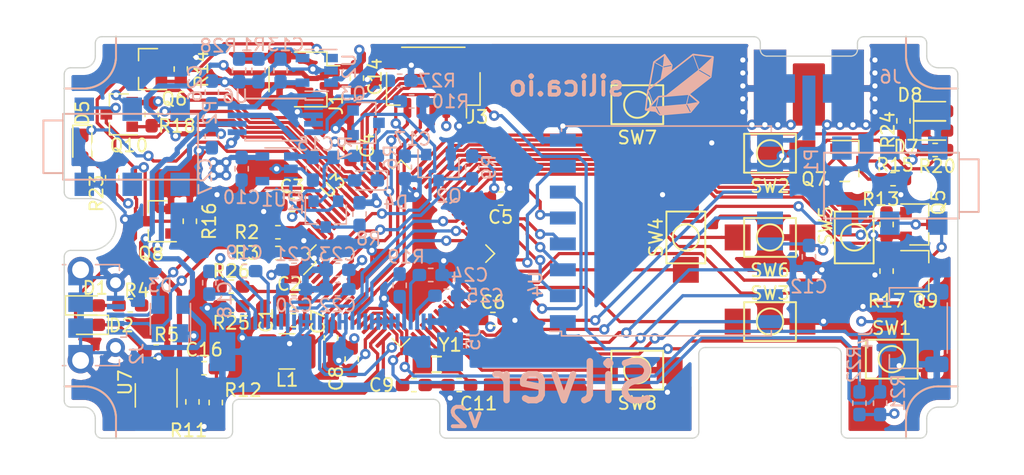
<source format=kicad_pcb>
(kicad_pcb (version 20171130) (host pcbnew "(5.1.0)-1")
  (layers (0 F.Cu signal) (1 In1.Cu signal) (2 In2.Cu signal) (31 B.Cu signal) (34 B.Paste user) (35 F.Paste user) (36 B.SilkS user) (37 F.SilkS user) (38 B.Mask user) (39 F.Mask user) (44 Edge.Cuts user))
  (net 0 "")
  (net 1 GND)
  (net 2 "Net-(C1-Pad1)")
  (net 3 /3V3)
  (net 4 "Net-(C9-Pad1)")
  (net 5 "Net-(C11-Pad1)")
  (net 6 /VUSB)
  (net 7 /VBAT)
  (net 8 /LDO_IN)
  (net 9 /VBAT_MEAS)
  (net 10 "Net-(C17-Pad2)")
  (net 11 "Net-(C18-Pad2)")
  (net 12 "Net-(C18-Pad1)")
  (net 13 "Net-(C19-Pad2)")
  (net 14 "Net-(C19-Pad1)")
  (net 15 "Net-(C24-Pad2)")
  (net 16 "Net-(C25-Pad2)")
  (net 17 "Net-(D1-Pad2)")
  (net 18 "Net-(D1-Pad1)")
  (net 19 "Net-(D2-Pad1)")
  (net 20 "Net-(D4-Pad2)")
  (net 21 "Net-(D5-Pad2)")
  (net 22 "Net-(D7-Pad2)")
  (net 23 "Net-(D8-Pad2)")
  (net 24 /RST#)
  (net 25 /SCL_TX)
  (net 26 /SDA_RX)
  (net 27 /SPI_MOSI)
  (net 28 /SPI_SCK)
  (net 29 /SPI_CS_OLED)
  (net 30 "Net-(J6-Pad2)")
  (net 31 "Net-(L1-Pad2)")
  (net 32 /P1_R1)
  (net 33 /P1_R2)
  (net 34 /P1_T)
  (net 35 /P2_R1)
  (net 36 /P2_R2)
  (net 37 /P2_T)
  (net 38 "Net-(Q1-Pad3)")
  (net 39 /BTN_PW)
  (net 40 /VBAT_MEAS_CMD)
  (net 41 /P1_T_PD)
  (net 42 /P2_T_PD)
  (net 43 /P1_R1_PD)
  (net 44 /P2_R1_PD)
  (net 45 /P1_R2_PD)
  (net 46 /P2_R2_PD)
  (net 47 "Net-(R1-Pad1)")
  (net 48 /USB_D+)
  (net 49 /USB_D-)
  (net 50 /SPI_CS_LORA)
  (net 51 /SPI_MISO)
  (net 52 "Net-(J5-Pad5)")
  (net 53 /SWCLK)
  (net 54 /SWDIO)
  (net 55 /_USB_D+)
  (net 56 /_USB_D-)
  (net 57 /LED_INPUT)
  (net 58 /LED_TRIG)
  (net 59 /LED_AF)
  (net 60 /OLED_RES)
  (net 61 /OLED_DC)
  (net 62 /P1_SW)
  (net 63 /P2_SW)
  (net 64 /PW_EN)
  (net 65 /BTN_UP)
  (net 66 /BTN_DOWN)
  (net 67 /BTN_LEFT)
  (net 68 /BTN_RIGHT)
  (net 69 /BTN_OK)
  (net 70 /BTN_TRIG)
  (net 71 /BTN_AF)
  (net 72 /LORA_DIO2)
  (net 73 /LORA_DIO1)
  (net 74 /LORA_DIO0)
  (net 75 /LORA_DIO4)
  (net 76 /LORA_DIO3)
  (net 77 /LORA_DIO5)
  (net 78 /LORA_RESET)
  (net 79 "Net-(R25-Pad2)")
  (net 80 "Net-(R10-Pad1)")
  (net 81 "Net-(R27-Pad1)")
  (net 82 "Net-(R11-Pad1)")
  (module silver:antenna_sma_ufl (layer B.Cu) (at 173 88.5 180)
    (fp_text reference J6 (at -6.3 0.9 180) (layer B.SilkS) (effects (justify mirror)))
    (fp_text value Conn_01x02)
    (pad 1 smd rect (at -3 0 180) (size 2.5 6) (layers B.Cu B.Paste B.Mask) (net 1 GND))
    (pad 1 smd rect (at 3 0 180) (size 2.5 6) (layers B.Cu B.Paste B.Mask) (net 1 GND))
    (pad 2 smd rect (at 0 -1.5 180) (size 1 5) (layers B.Cu B.Paste B.Mask) (net 30 "Net-(J6-Pad2)"))
    (pad 1 smd rect (at 1.6 0 180) (size 1.05 2.2) (layers B.Cu B.Paste B.Mask) (net 1 GND))
    (pad 1 smd rect (at -1.6 0 180) (size 1.05 2.2) (layers B.Cu B.Paste B.Mask) (net 1 GND))
    (pad 1 smd rect (at -3 0 180) (size 2.5 6) (layers F.Cu F.Paste F.Mask) (net 1 GND))
    (pad 1 smd rect (at 3 0 180) (size 2.5 6) (layers F.Cu F.Paste F.Mask) (net 1 GND))
  )
  (module Package_TO_SOT_SMD:SOT-143 (layer B.Cu) (at 123.7 106.3 90)
    (fp_text reference D3 (at 2.6 -0.8 180) (layer B.SilkS) (effects (justify mirror)))
    (fp_text value PRTR5V0U2X)
    (pad 4 smd rect (at 1.1 0.95 180) (size 1 1.4) (layers B.Cu B.Paste B.Mask) (net 6 /VUSB))
    (pad 3 smd rect (at 1.1 -0.95 180) (size 1 1.4) (layers B.Cu B.Paste B.Mask) (net 55 /_USB_D+))
    (pad 2 smd rect (at -1.1 -0.95 180) (size 1 1.4) (layers B.Cu B.Paste B.Mask) (net 56 /_USB_D-))
    (pad 1 smd rect (at -1.1 0.77 180) (size 1.2 1.4) (layers B.Cu B.Paste B.Mask) (net 1 GND))
  )
  (module RF_Module:HOPERF_RFM9XW_SMD (layer B.Cu) (at 162 99.5)
    (fp_text reference U4 (at -10.1 4.1 90) (layer B.SilkS) (effects (justify mirror)))
    (fp_text value LoRa_RFM9x)
    (pad 16 smd rect (at 8 7) (size 2 1) (layers B.Cu B.Paste B.Mask) (net 72 /LORA_DIO2))
    (pad 15 smd rect (at 8 5) (size 2 1) (layers B.Cu B.Paste B.Mask) (net 73 /LORA_DIO1))
    (pad 14 smd rect (at 8 3) (size 2 1) (layers B.Cu B.Paste B.Mask) (net 74 /LORA_DIO0))
    (pad 13 smd rect (at 8 1) (size 2 1) (layers B.Cu B.Paste B.Mask) (net 3 /3V3))
    (pad 12 smd rect (at 8 -1) (size 2 1) (layers B.Cu B.Paste B.Mask) (net 75 /LORA_DIO4))
    (pad 11 smd rect (at 8 -3) (size 2 1) (layers B.Cu B.Paste B.Mask) (net 76 /LORA_DIO3))
    (pad 10 smd rect (at 8 -5) (size 2 1) (layers B.Cu B.Paste B.Mask) (net 1 GND))
    (pad 9 smd rect (at 8 -7) (size 2 1) (layers B.Cu B.Paste B.Mask) (net 30 "Net-(J6-Pad2)"))
    (pad 8 smd rect (at -8 -7) (size 2 1) (layers B.Cu B.Paste B.Mask) (net 1 GND))
    (pad 7 smd rect (at -8 -5) (size 2 1) (layers B.Cu B.Paste B.Mask) (net 77 /LORA_DIO5))
    (pad 6 smd rect (at -8 -3) (size 2 1) (layers B.Cu B.Paste B.Mask) (net 78 /LORA_RESET))
    (pad 5 smd rect (at -8 -1) (size 2 1) (layers B.Cu B.Paste B.Mask) (net 50 /SPI_CS_LORA))
    (pad 4 smd rect (at -8 1) (size 2 1) (layers B.Cu B.Paste B.Mask) (net 28 /SPI_SCK))
    (pad 3 smd rect (at -8 3) (size 2 1) (layers B.Cu B.Paste B.Mask) (net 27 /SPI_MOSI))
    (pad 2 smd rect (at -8 5) (size 2 1) (layers B.Cu B.Paste B.Mask) (net 51 /SPI_MISO))
    (pad 1 smd rect (at -8 7) (size 2 1) (layers B.Cu B.Paste B.Mask) (net 1 GND))
  )
  (module silver:pushbutton (layer F.Cu) (at 170 100)
    (fp_text reference SW6 (at 0 2.54) (layer F.SilkS))
    (fp_text value Push)
    (pad 2 smd rect (at 2.5 0) (size 2 2) (layers F.Cu F.Paste F.Mask) (net 1 GND))
    (pad 1 smd rect (at -2.5 0) (size 2 2) (layers F.Cu F.Paste F.Mask) (net 69 /BTN_OK))
  )
  (module silver:pushbutton (layer F.Cu) (at 176.5 100 90)
    (fp_text reference SW5 (at 0.9 -2.2 90) (layer F.SilkS))
    (fp_text value Push)
    (pad 2 smd rect (at 2.5 0 90) (size 2 2) (layers F.Cu F.Paste F.Mask) (net 1 GND))
    (pad 1 smd rect (at -2.5 0 90) (size 2 2) (layers F.Cu F.Paste F.Mask) (net 68 /BTN_RIGHT))
  )
  (module silver:pushbutton (layer F.Cu) (at 163.5 100 90)
    (fp_text reference SW4 (at 0 -2.3 90) (layer F.SilkS))
    (fp_text value Push)
    (pad 2 smd rect (at 2.5 0 90) (size 2 2) (layers F.Cu F.Paste F.Mask) (net 1 GND))
    (pad 1 smd rect (at -2.5 0 90) (size 2 2) (layers F.Cu F.Paste F.Mask) (net 67 /BTN_LEFT))
  )
  (module silver:pushbutton (layer F.Cu) (at 170 106.5)
    (fp_text reference SW3 (at 0 -2.2 180) (layer F.SilkS))
    (fp_text value Push)
    (pad 2 smd rect (at 2.5 0) (size 2 2) (layers F.Cu F.Paste F.Mask) (net 1 GND))
    (pad 1 smd rect (at -2.5 0) (size 2 2) (layers F.Cu F.Paste F.Mask) (net 66 /BTN_DOWN))
  )
  (module silver:pushbutton (layer F.Cu) (at 170 93.5)
    (fp_text reference SW2 (at 0 2.54) (layer F.SilkS))
    (fp_text value Push)
    (pad 2 smd rect (at 2.5 0) (size 2 2) (layers F.Cu F.Paste F.Mask) (net 1 GND))
    (pad 1 smd rect (at -2.5 0) (size 2 2) (layers F.Cu F.Paste F.Mask) (net 65 /BTN_UP))
  )
  (module silver:pushbutton (layer F.Cu) (at 159.75 110.25)
    (fp_text reference SW8 (at 0 2.54) (layer F.SilkS))
    (fp_text value Push)
    (pad 2 smd rect (at 2.5 0) (size 2 2) (layers F.Cu F.Paste F.Mask) (net 1 GND))
    (pad 1 smd rect (at -2.5 0) (size 2 2) (layers F.Cu F.Paste F.Mask) (net 71 /BTN_AF))
  )
  (module silver:pushbutton (layer F.Cu) (at 159.75 89.75)
    (fp_text reference SW7 (at 0 2.54) (layer F.SilkS))
    (fp_text value Push)
    (pad 2 smd rect (at 2.5 0) (size 2 2) (layers F.Cu F.Paste F.Mask) (net 1 GND))
    (pad 1 smd rect (at -2.5 0) (size 2 2) (layers F.Cu F.Paste F.Mask) (net 70 /BTN_TRIG))
  )
  (module silver:pushbutton (layer F.Cu) (at 179.4 109.4)
    (fp_text reference SW1 (at 0 -2.4) (layer F.SilkS))
    (fp_text value Push)
    (pad 2 smd rect (at 2.5 0) (size 2 2) (layers F.Cu F.Paste F.Mask) (net 1 GND))
    (pad 1 smd rect (at -2.5 0) (size 2 2) (layers F.Cu F.Paste F.Mask) (net 10 "Net-(C17-Pad2)"))
  )
  (module Connector_JST:JST_SH_SM04B-SRSS-TB_1x04-1MP_P1.00mm_Horizontal (layer B.Cu) (at 181 107 270)
    (fp_text reference J4 (at 0.8 3.6 90) (layer B.SilkS) (effects (justify mirror)))
    (fp_text value Conn_01x04)
    (pad MP smd roundrect (at 2.8 -1.875 270) (size 1.2 1.8) (layers B.Cu B.Paste B.Mask) (roundrect_rratio 0.208333) (net 1 GND))
    (pad MP smd roundrect (at -2.8 -1.875 270) (size 1.2 1.8) (layers B.Cu B.Paste B.Mask) (roundrect_rratio 0.208333) (net 1 GND))
    (pad 4 smd roundrect (at 1.5 2 270) (size 0.6 1.55) (layers B.Cu B.Paste B.Mask) (net 25 /SCL_TX))
    (pad 3 smd roundrect (at 0.5 2 270) (size 0.6 1.55) (layers B.Cu B.Paste B.Mask) (net 26 /SDA_RX))
    (pad 2 smd roundrect (at -0.5 2 270) (size 0.6 1.55) (layers B.Cu B.Paste B.Mask) (net 3 /3V3))
    (pad 1 smd roundrect (at -1.5 2 270) (size 0.6 1.55) (layers B.Cu B.Paste B.Mask) (net 1 GND))
  )
  (module silver:FPC_30 (layer B.Cu) (at 136.5 106.5 180)
    (fp_text reference J5 (at -10.6 -1.4 90) (layer B.SilkS) (effects (justify mirror)))
    (fp_text value Conn_01x30)
    (pad MP smd rect (at 8.79 -2.325 180) (size 2 3) (layers B.Cu B.Paste B.Mask) (net 1 GND))
    (pad MP smd rect (at -8.79 -2.325 180) (size 2 3) (layers B.Cu B.Paste B.Mask) (net 1 GND))
    (pad 30 smd rect (at 7.25 0 180) (size 0.3 1.25) (layers B.Cu B.Paste B.Mask) (net 1 GND))
    (pad 29 smd rect (at 6.75 0 180) (size 0.3 1.25) (layers B.Cu B.Paste B.Mask) (net 11 "Net-(C18-Pad2)"))
    (pad 28 smd rect (at 6.25 0 180) (size 0.3 1.25) (layers B.Cu B.Paste B.Mask) (net 12 "Net-(C18-Pad1)"))
    (pad 27 smd rect (at 5.75 0 180) (size 0.3 1.25) (layers B.Cu B.Paste B.Mask) (net 13 "Net-(C19-Pad2)"))
    (pad 26 smd rect (at 5.25 0 180) (size 0.3 1.25) (layers B.Cu B.Paste B.Mask) (net 14 "Net-(C19-Pad1)"))
    (pad 25 smd rect (at 4.75 0 180) (size 0.3 1.25) (layers B.Cu B.Paste B.Mask) (net 3 /3V3))
    (pad 24 smd rect (at 4.25 0 180) (size 0.3 1.25) (layers B.Cu B.Paste B.Mask))
    (pad 23 smd rect (at 3.75 0 180) (size 0.3 1.25) (layers B.Cu B.Paste B.Mask) (net 1 GND))
    (pad 22 smd rect (at 3.25 0 180) (size 0.3 1.25) (layers B.Cu B.Paste B.Mask) (net 3 /3V3))
    (pad 21 smd rect (at 2.75 0 180) (size 0.3 1.25) (layers B.Cu B.Paste B.Mask) (net 1 GND))
    (pad 20 smd rect (at 2.25 0 180) (size 0.3 1.25) (layers B.Cu B.Paste B.Mask) (net 1 GND))
    (pad 19 smd rect (at 1.75 0 180) (size 0.3 1.25) (layers B.Cu B.Paste B.Mask) (net 1 GND))
    (pad 18 smd rect (at 1.25 0 180) (size 0.3 1.25) (layers B.Cu B.Paste B.Mask) (net 29 /SPI_CS_OLED))
    (pad 17 smd rect (at 0.75 0 180) (size 0.3 1.25) (layers B.Cu B.Paste B.Mask) (net 60 /OLED_RES))
    (pad 16 smd rect (at 0.25 0 180) (size 0.3 1.25) (layers B.Cu B.Paste B.Mask) (net 61 /OLED_DC))
    (pad 15 smd rect (at -0.25 0 180) (size 0.3 1.25) (layers B.Cu B.Paste B.Mask) (net 1 GND))
    (pad 14 smd rect (at -0.75 0 180) (size 0.3 1.25) (layers B.Cu B.Paste B.Mask) (net 1 GND))
    (pad 13 smd rect (at -1.25 0 180) (size 0.3 1.25) (layers B.Cu B.Paste B.Mask) (net 28 /SPI_SCK))
    (pad 12 smd rect (at -1.75 0 180) (size 0.3 1.25) (layers B.Cu B.Paste B.Mask) (net 27 /SPI_MOSI))
    (pad 11 smd rect (at -2.25 0 180) (size 0.3 1.25) (layers B.Cu B.Paste B.Mask))
    (pad 10 smd rect (at -2.75 0 180) (size 0.3 1.25) (layers B.Cu B.Paste B.Mask) (net 1 GND))
    (pad 9 smd rect (at -3.25 0 180) (size 0.3 1.25) (layers B.Cu B.Paste B.Mask) (net 1 GND))
    (pad 8 smd rect (at -3.75 0 180) (size 0.3 1.25) (layers B.Cu B.Paste B.Mask) (net 1 GND))
    (pad 7 smd rect (at -4.25 0 180) (size 0.3 1.25) (layers B.Cu B.Paste B.Mask) (net 1 GND))
    (pad 6 smd rect (at -4.75 0 180) (size 0.3 1.25) (layers B.Cu B.Paste B.Mask) (net 1 GND))
    (pad 5 smd rect (at -5.25 0 180) (size 0.3 1.25) (layers B.Cu B.Paste B.Mask) (net 52 "Net-(J5-Pad5)"))
    (pad 4 smd rect (at -5.75 0 180) (size 0.3 1.25) (layers B.Cu B.Paste B.Mask) (net 15 "Net-(C24-Pad2)"))
    (pad 3 smd rect (at -6.25 0 180) (size 0.3 1.25) (layers B.Cu B.Paste B.Mask) (net 16 "Net-(C25-Pad2)"))
    (pad 2 smd rect (at -6.75 0 180) (size 0.3 1.25) (layers B.Cu B.Paste B.Mask) (net 1 GND))
    (pad 1 smd rect (at -7.25 0 180) (size 0.3 1.25) (layers B.Cu B.Paste B.Mask) (net 1 GND))
  )
  (module silver:jack_2.5_trrs (layer B.Cu) (at 120.75 93 270)
    (fp_text reference P2 (at -2.6416 -5.9944 270) (layer B.SilkS) (effects (justify mirror)))
    (fp_text value jack_trrs_switch)
    (pad "" np_thru_hole circle (at 0 -2.5 270) (size 1.3 1.3) (drill 1.3) (layers *.Cu *.Mask))
    (pad "" np_thru_hole circle (at 0 2.5 270) (size 1.3 1.3) (drill 1.3) (layers *.Cu *.Mask))
    (pad 2 smd rect (at 2.9 3.7 270) (size 1.8 1.5) (layers B.Cu B.Paste B.Mask) (net 1 GND))
    (pad 4 smd rect (at 2.9 0 270) (size 1.8 1.5) (layers B.Cu B.Paste B.Mask) (net 35 /P2_R1))
    (pad 5 smd rect (at 2.9 -3.7 270) (size 1.8 1.5) (layers B.Cu B.Paste B.Mask))
    (pad 3 smd rect (at -2.9 3.7 270) (size 1.8 1.5) (layers B.Cu B.Paste B.Mask) (net 36 /P2_R2))
    (pad 6 smd rect (at -2.9 0 270) (size 1.8 1.5) (layers B.Cu B.Paste B.Mask) (net 37 /P2_T))
    (pad 7 smd rect (at -2.9 -3.7 270) (size 1.8 1.5) (layers B.Cu B.Paste B.Mask) (net 63 /P2_SW))
  )
  (module silver:jack_2.5_trrs (layer B.Cu) (at 179.25 96 90)
    (fp_text reference P1 (at 1.9 -6.05 -90) (layer B.SilkS) (effects (justify mirror)))
    (fp_text value jack_trrs_switch)
    (pad "" np_thru_hole circle (at 0 -2.5 90) (size 1.3 1.3) (drill 1.3) (layers *.Cu *.Mask))
    (pad "" np_thru_hole circle (at 0 2.5 90) (size 1.3 1.3) (drill 1.3) (layers *.Cu *.Mask))
    (pad 2 smd rect (at 2.9 3.7 90) (size 1.8 1.5) (layers B.Cu B.Paste B.Mask) (net 1 GND))
    (pad 4 smd rect (at 2.9 0 90) (size 1.8 1.5) (layers B.Cu B.Paste B.Mask) (net 32 /P1_R1))
    (pad 5 smd rect (at 2.9 -3.7 90) (size 1.8 1.5) (layers B.Cu B.Paste B.Mask))
    (pad 3 smd rect (at -2.9 3.7 90) (size 1.8 1.5) (layers B.Cu B.Paste B.Mask) (net 33 /P1_R2))
    (pad 6 smd rect (at -2.9 0 90) (size 1.8 1.5) (layers B.Cu B.Paste B.Mask) (net 34 /P1_T))
    (pad 7 smd rect (at -2.9 -3.7 90) (size 1.8 1.5) (layers B.Cu B.Paste B.Mask) (net 62 /P1_SW))
  )
  (module Connector_JST:JST_SH_SM02B-SRSS-TB_1x02-1MP_P1.00mm_Horizontal (layer F.Cu) (at 134 87.8 270)
    (fp_text reference J1 (at 1.9 -2.5 90) (layer F.SilkS))
    (fp_text value Conn_01x02)
    (pad MP smd roundrect (at 1.8 1.875 270) (size 1.2 1.8) (layers F.Cu F.Paste F.Mask) (roundrect_rratio 0.208333) (net 1 GND))
    (pad MP smd roundrect (at -1.8 1.875 270) (size 1.2 1.8) (layers F.Cu F.Paste F.Mask) (roundrect_rratio 0.208333) (net 1 GND))
    (pad 2 smd roundrect (at 0.5 -2 270) (size 0.6 1.55) (layers F.Cu F.Paste F.Mask) (net 1 GND))
    (pad 1 smd roundrect (at -0.5 -2 270) (size 0.6 1.55) (layers F.Cu F.Paste F.Mask) (net 7 /VBAT))
  )
  (module Connector_JST:JST_SH_SM05B-SRSS-TB_1x05-1MP_P1.00mm_Horizontal (layer F.Cu) (at 144 88 180)
    (fp_text reference J3 (at -3.4 -2.7) (layer F.SilkS))
    (fp_text value Conn_01x05)
    (pad MP smd roundrect (at 3.3 1.875 180) (size 1.2 1.8) (layers F.Cu F.Paste F.Mask) (roundrect_rratio 0.208333) (net 1 GND))
    (pad MP smd roundrect (at -3.3 1.875 180) (size 1.2 1.8) (layers F.Cu F.Paste F.Mask) (roundrect_rratio 0.208333) (net 1 GND))
    (pad 5 smd roundrect (at 2 -2 180) (size 0.6 1.55) (layers F.Cu F.Paste F.Mask) (net 24 /RST#))
    (pad 4 smd roundrect (at 1 -2 180) (size 0.6 1.55) (layers F.Cu F.Paste F.Mask) (net 53 /SWCLK))
    (pad 3 smd roundrect (at 0 -2 180) (size 0.6 1.55) (layers F.Cu F.Paste F.Mask) (net 54 /SWDIO))
    (pad 2 smd roundrect (at -1 -2 180) (size 0.6 1.55) (layers F.Cu F.Paste F.Mask) (net 3 /3V3))
    (pad 1 smd roundrect (at -2 -2 180) (size 0.6 1.55) (layers F.Cu F.Paste F.Mask) (net 1 GND))
  )
  (module Package_TO_SOT_SMD:SOT-23-6_Handsoldering (layer F.Cu) (at 122.6 112.2 270)
    (fp_text reference U7 (at -1 2.4 90) (layer F.SilkS))
    (fp_text value TPS22917)
    (pad 5 smd rect (at 1.35 0 270) (size 1.56 0.65) (layers F.Cu F.Paste F.Mask) (net 82 "Net-(R11-Pad1)"))
    (pad 6 smd rect (at 1.35 -0.95 270) (size 1.56 0.65) (layers F.Cu F.Paste F.Mask) (net 82 "Net-(R11-Pad1)"))
    (pad 4 smd rect (at 1.35 0.95 270) (size 1.56 0.65) (layers F.Cu F.Paste F.Mask))
    (pad 3 smd rect (at -1.35 0.95 270) (size 1.56 0.65) (layers F.Cu F.Paste F.Mask) (net 40 /VBAT_MEAS_CMD))
    (pad 2 smd rect (at -1.35 0 270) (size 1.56 0.65) (layers F.Cu F.Paste F.Mask) (net 1 GND))
    (pad 1 smd rect (at -1.35 -0.95 270) (size 1.56 0.65) (layers F.Cu F.Paste F.Mask) (net 7 /VBAT))
  )
  (module Resistor_SMD:R_0603_1608Metric_Pad1.05x0.95mm_HandSolder (layer B.Cu) (at 129 87.1 270)
    (fp_text reference R28 (at -1.9 1.6 180) (layer B.SilkS) (effects (justify mirror)))
    (fp_text value NM)
    (pad 2 smd roundrect (at 0.875 0 270) (size 1.05 0.95) (layers B.Cu B.Paste B.Mask) (net 1 GND))
    (pad 1 smd roundrect (at -0.875 0 270) (size 1.05 0.95) (layers B.Cu B.Paste B.Mask) (net 47 "Net-(R1-Pad1)"))
  )
  (module Package_SO:TSSOP-8_4.4x3mm_P0.65mm (layer B.Cu) (at 131.8 90.9 180)
    (fp_text reference U6 (at 3.1 1.8) (layer B.SilkS) (effects (justify mirror)))
    (fp_text value TPS2112A)
    (pad 8 smd rect (at 2.95 0.975 180) (size 1.45 0.45) (layers B.Cu B.Paste B.Mask) (net 6 /VUSB))
    (pad 7 smd rect (at 2.95 0.325 180) (size 1.45 0.45) (layers B.Cu B.Paste B.Mask) (net 8 /LDO_IN))
    (pad 6 smd rect (at 2.95 -0.325 180) (size 1.45 0.45) (layers B.Cu B.Paste B.Mask) (net 7 /VBAT))
    (pad 5 smd rect (at 2.95 -0.975 180) (size 1.45 0.45) (layers B.Cu B.Paste B.Mask) (net 1 GND))
    (pad 4 smd rect (at -2.95 -0.975 180) (size 1.45 0.45) (layers B.Cu B.Paste B.Mask) (net 80 "Net-(R10-Pad1)"))
    (pad 3 smd rect (at -2.95 -0.325 180) (size 1.45 0.45) (layers B.Cu B.Paste B.Mask) (net 1 GND))
    (pad 2 smd rect (at -2.95 0.325 180) (size 1.45 0.45) (layers B.Cu B.Paste B.Mask) (net 1 GND))
    (pad 1 smd rect (at -2.95 0.975 180) (size 1.45 0.45) (layers B.Cu B.Paste B.Mask) (net 81 "Net-(R27-Pad1)"))
  )
  (module Resistor_SMD:R_0603_1608Metric_Pad1.05x0.95mm_HandSolder (layer B.Cu) (at 141.4 87.9)
    (fp_text reference R27 (at 2.9 0) (layer B.SilkS) (effects (justify mirror)))
    (fp_text value 22kR)
    (pad 2 smd roundrect (at 0.875 0) (size 1.05 0.95) (layers B.Cu B.Paste B.Mask) (net 1 GND))
    (pad 1 smd roundrect (at -0.875 0) (size 1.05 0.95) (layers B.Cu B.Paste B.Mask) (net 81 "Net-(R27-Pad1)"))
  )
  (module Resistor_SMD:R_0603_1608Metric_Pad1.05x0.95mm_HandSolder (layer B.Cu) (at 142.325 89.5)
    (fp_text reference R10 (at 3 0) (layer B.SilkS) (effects (justify mirror)))
    (fp_text value 470R)
    (pad 2 smd roundrect (at 0.875 0) (size 1.05 0.95) (layers B.Cu B.Paste B.Mask) (net 1 GND))
    (pad 1 smd roundrect (at -0.875 0) (size 1.05 0.95) (layers B.Cu B.Paste B.Mask) (net 80 "Net-(R10-Pad1)"))
  )
  (module Capacitor_SMD:C_0603_1608Metric_Pad1.05x0.95mm_HandSolder (layer B.Cu) (at 126.9 92.2 90)
    (fp_text reference C27 (at -3.1 -0.5 90) (layer B.SilkS) (effects (justify mirror)))
    (fp_text value 100nF)
    (pad 2 smd roundrect (at 0.875 0 90) (size 1.05 0.95) (layers B.Cu B.Paste B.Mask) (net 7 /VBAT))
    (pad 1 smd roundrect (at -0.875 0 90) (size 1.05 0.95) (layers B.Cu B.Paste B.Mask) (net 1 GND))
  )
  (module Capacitor_SMD:C_0603_1608Metric_Pad1.05x0.95mm_HandSolder (layer B.Cu) (at 126.9 88.8 270)
    (fp_text reference C26 (at -0.7 1.3 90) (layer B.SilkS) (effects (justify mirror)))
    (fp_text value 100nF)
    (pad 2 smd roundrect (at 0.875 0 270) (size 1.05 0.95) (layers B.Cu B.Paste B.Mask) (net 6 /VUSB))
    (pad 1 smd roundrect (at -0.875 0 270) (size 1.05 0.95) (layers B.Cu B.Paste B.Mask) (net 1 GND))
  )
  (module Capacitor_SMD:C_0603_1608Metric_Pad1.05x0.95mm_HandSolder (layer B.Cu) (at 136.6 102.5 180)
    (fp_text reference C23 (at 0 1.2) (layer B.SilkS) (effects (justify mirror)))
    (fp_text value 10uF)
    (pad 2 smd roundrect (at 0.875 0 180) (size 1.05 0.95) (layers B.Cu B.Paste B.Mask) (net 1 GND))
    (pad 1 smd roundrect (at -0.875 0 180) (size 1.05 0.95) (layers B.Cu B.Paste B.Mask) (net 3 /3V3))
  )
  (module Resistor_SMD:R_0603_1608Metric_Pad1.05x0.95mm_HandSolder (layer F.Cu) (at 128.4 103.8)
    (fp_text reference R26 (at 0 -1.2) (layer F.SilkS))
    (fp_text value 0R)
    (pad 2 smd roundrect (at 0.875 0) (size 1.05 0.95) (layers F.Cu F.Paste F.Mask) (net 79 "Net-(R25-Pad2)"))
    (pad 1 smd roundrect (at -0.875 0) (size 1.05 0.95) (layers F.Cu F.Paste F.Mask) (net 3 /3V3))
  )
  (module Resistor_SMD:R_0603_1608Metric_Pad1.05x0.95mm_HandSolder (layer F.Cu) (at 128.4 105.31)
    (fp_text reference R25 (at 0 1.29) (layer F.SilkS))
    (fp_text value NM)
    (pad 2 smd roundrect (at 0.875 0) (size 1.05 0.95) (layers F.Cu F.Paste F.Mask) (net 79 "Net-(R25-Pad2)"))
    (pad 1 smd roundrect (at -0.875 0) (size 1.05 0.95) (layers F.Cu F.Paste F.Mask) (net 1 GND))
  )
  (module Capacitor_SMD:C_0603_1608Metric_Pad1.05x0.95mm_HandSolder (layer B.Cu) (at 132.2 87.1 270)
    (fp_text reference C13 (at -2 -0.4) (layer B.SilkS) (effects (justify mirror)))
    (fp_text value 10uF)
    (pad 2 smd roundrect (at 0.875 0 270) (size 1.05 0.95) (layers B.Cu B.Paste B.Mask) (net 6 /VUSB))
    (pad 1 smd roundrect (at -0.875 0 270) (size 1.05 0.95) (layers B.Cu B.Paste B.Mask) (net 1 GND))
  )
  (module Resistor_SMD:R_0603_1608Metric_Pad1.05x0.95mm_HandSolder (layer B.Cu) (at 147 94.6 270)
    (fp_text reference R9 (at 0 -1.3 90) (layer B.SilkS) (effects (justify mirror)))
    (fp_text value 22kR)
    (pad 2 smd roundrect (at 0.875 0 270) (size 1.05 0.95) (layers B.Cu B.Paste B.Mask) (net 39 /BTN_PW))
    (pad 1 smd roundrect (at -0.875 0 270) (size 1.05 0.95) (layers B.Cu B.Paste B.Mask) (net 3 /3V3))
  )
  (module Resistor_SMD:R_0603_1608Metric_Pad1.05x0.95mm_HandSolder (layer B.Cu) (at 136.3 94.7 270)
    (fp_text reference R7 (at -1.6 -0.9 90) (layer B.SilkS) (effects (justify mirror)))
    (fp_text value 22kR)
    (pad 2 smd roundrect (at 0.875 0 270) (size 1.05 0.95) (layers B.Cu B.Paste B.Mask) (net 20 "Net-(D4-Pad2)"))
    (pad 1 smd roundrect (at -0.875 0 270) (size 1.05 0.95) (layers B.Cu B.Paste B.Mask) (net 8 /LDO_IN))
  )
  (module Package_TO_SOT_SMD:SOT-23-5 (layer B.Cu) (at 135 87.1 180)
    (fp_text reference U2 (at -2.5 0.3 270) (layer B.SilkS) (effects (justify mirror)))
    (fp_text value MCP73831-2-OT)
    (pad 5 smd rect (at 1.1 0.95 180) (size 1.06 0.65) (layers B.Cu B.Paste B.Mask) (net 47 "Net-(R1-Pad1)"))
    (pad 4 smd rect (at 1.1 -0.95 180) (size 1.06 0.65) (layers B.Cu B.Paste B.Mask) (net 6 /VUSB))
    (pad 3 smd rect (at -1.1 -0.95 180) (size 1.06 0.65) (layers B.Cu B.Paste B.Mask) (net 7 /VBAT))
    (pad 2 smd rect (at -1.1 0 180) (size 1.06 0.65) (layers B.Cu B.Paste B.Mask) (net 1 GND))
    (pad 1 smd rect (at -1.1 0.95 180) (size 1.06 0.65) (layers B.Cu B.Paste B.Mask) (net 18 "Net-(D1-Pad1)"))
  )
  (module Package_TO_SOT_SMD:SOT-23 (layer F.Cu) (at 176.1 94.1)
    (fp_text reference Q7 (at -2.7 1.4) (layer F.SilkS))
    (fp_text value Q_NMOS)
    (pad 3 smd rect (at 1 0) (size 0.9 0.8) (layers F.Cu F.Paste F.Mask) (net 32 /P1_R1))
    (pad 2 smd rect (at -1 0.95) (size 0.9 0.8) (layers F.Cu F.Paste F.Mask) (net 1 GND))
    (pad 1 smd rect (at -1 -0.95) (size 0.9 0.8) (layers F.Cu F.Paste F.Mask) (net 43 /P1_R1_PD))
  )
  (module Inductor_SMD:L_1210_3225Metric_Pad1.42x2.65mm_HandSolder (layer F.Cu) (at 132.7 108.8)
    (fp_text reference L1 (at 0 2.2) (layer F.SilkS))
    (fp_text value 22uH)
    (pad 2 smd roundrect (at 1.4875 0) (size 1.425 2.65) (layers F.Cu F.Paste F.Mask) (roundrect_rratio 0.175439) (net 31 "Net-(L1-Pad2)"))
    (pad 1 smd roundrect (at -1.4875 0) (size 1.425 2.65) (layers F.Cu F.Paste F.Mask) (roundrect_rratio 0.175439) (net 2 "Net-(C1-Pad1)"))
  )
  (module Resistor_SMD:R_0603_1608Metric_Pad1.05x0.95mm_HandSolder (layer B.Cu) (at 141.4 103.7 270)
    (fp_text reference R19 (at -2.2 -0.5 180) (layer B.SilkS) (effects (justify mirror)))
    (fp_text value 390R)
    (pad 2 smd roundrect (at 0.875 0 270) (size 1.05 0.95) (layers B.Cu B.Paste B.Mask) (net 52 "Net-(J5-Pad5)"))
    (pad 1 smd roundrect (at -0.875 0 270) (size 1.05 0.95) (layers B.Cu B.Paste B.Mask) (net 1 GND))
  )
  (module Package_QFP:LQFP-64_10x10mm_P0.5mm (layer F.Cu) (at 141.5 101.25 45)
    (fp_text reference U3 (at 0 -7.4 45) (layer F.SilkS))
    (fp_text value ATSAM4LSxB)
    (pad 64 smd roundrect (at -3.75 -5.675 45) (size 0.3 1.55) (layers F.Cu F.Paste F.Mask) (net 1 GND))
    (pad 63 smd roundrect (at -3.25 -5.675 45) (size 0.3 1.55) (layers F.Cu F.Paste F.Mask) (net 48 /USB_D+))
    (pad 62 smd roundrect (at -2.75 -5.675 45) (size 0.3 1.55) (layers F.Cu F.Paste F.Mask) (net 49 /USB_D-))
    (pad 61 smd roundrect (at -2.25 -5.675 45) (size 0.3 1.55) (layers F.Cu F.Paste F.Mask) (net 3 /3V3))
    (pad 60 smd roundrect (at -1.75 -5.675 45) (size 0.3 1.55) (layers F.Cu F.Paste F.Mask) (net 44 /P2_R1_PD))
    (pad 59 smd roundrect (at -1.25 -5.675 45) (size 0.3 1.55) (layers F.Cu F.Paste F.Mask) (net 35 /P2_R1))
    (pad 58 smd roundrect (at -0.75 -5.675 45) (size 0.3 1.55) (layers F.Cu F.Paste F.Mask) (net 57 /LED_INPUT))
    (pad 57 smd roundrect (at -0.25 -5.675 45) (size 0.3 1.55) (layers F.Cu F.Paste F.Mask) (net 36 /P2_R2))
    (pad 56 smd roundrect (at 0.25 -5.675 45) (size 0.3 1.55) (layers F.Cu F.Paste F.Mask) (net 46 /P2_R2_PD))
    (pad 55 smd roundrect (at 0.75 -5.675 45) (size 0.3 1.55) (layers F.Cu F.Paste F.Mask) (net 63 /P2_SW))
    (pad 54 smd roundrect (at 1.25 -5.675 45) (size 0.3 1.55) (layers F.Cu F.Paste F.Mask) (net 37 /P2_T))
    (pad 53 smd roundrect (at 1.75 -5.675 45) (size 0.3 1.55) (layers F.Cu F.Paste F.Mask) (net 42 /P2_T_PD))
    (pad 52 smd roundrect (at 2.25 -5.675 45) (size 0.3 1.55) (layers F.Cu F.Paste F.Mask) (net 3 /3V3))
    (pad 51 smd roundrect (at 2.75 -5.675 45) (size 0.3 1.55) (layers F.Cu F.Paste F.Mask) (net 59 /LED_AF))
    (pad 50 smd roundrect (at 3.25 -5.675 45) (size 0.3 1.55) (layers F.Cu F.Paste F.Mask) (net 65 /BTN_UP))
    (pad 49 smd roundrect (at 3.75 -5.675 45) (size 0.3 1.55) (layers F.Cu F.Paste F.Mask) (net 70 /BTN_TRIG))
    (pad 48 smd roundrect (at 5.675 -3.75 45) (size 1.55 0.3) (layers F.Cu F.Paste F.Mask) (net 58 /LED_TRIG))
    (pad 47 smd roundrect (at 5.675 -3.25 45) (size 1.55 0.3) (layers F.Cu F.Paste F.Mask) (net 43 /P1_R1_PD))
    (pad 46 smd roundrect (at 5.675 -2.75 45) (size 1.55 0.3) (layers F.Cu F.Paste F.Mask) (net 32 /P1_R1))
    (pad 45 smd roundrect (at 5.675 -2.25 45) (size 1.55 0.3) (layers F.Cu F.Paste F.Mask) (net 41 /P1_T_PD))
    (pad 44 smd roundrect (at 5.675 -1.75 45) (size 1.55 0.3) (layers F.Cu F.Paste F.Mask) (net 34 /P1_T))
    (pad 43 smd roundrect (at 5.675 -1.25 45) (size 1.55 0.3) (layers F.Cu F.Paste F.Mask) (net 45 /P1_R2_PD))
    (pad 42 smd roundrect (at 5.675 -0.75 45) (size 1.55 0.3) (layers F.Cu F.Paste F.Mask) (net 62 /P1_SW))
    (pad 41 smd roundrect (at 5.675 -0.25 45) (size 1.55 0.3) (layers F.Cu F.Paste F.Mask) (net 69 /BTN_OK))
    (pad 40 smd roundrect (at 5.675 0.25 45) (size 1.55 0.3) (layers F.Cu F.Paste F.Mask) (net 68 /BTN_RIGHT))
    (pad 39 smd roundrect (at 5.675 0.75 45) (size 1.55 0.3) (layers F.Cu F.Paste F.Mask) (net 50 /SPI_CS_LORA))
    (pad 38 smd roundrect (at 5.675 1.25 45) (size 1.55 0.3) (layers F.Cu F.Paste F.Mask) (net 29 /SPI_CS_OLED))
    (pad 37 smd roundrect (at 5.675 1.75 45) (size 1.55 0.3) (layers F.Cu F.Paste F.Mask) (net 3 /3V3))
    (pad 36 smd roundrect (at 5.675 2.25 45) (size 1.55 0.3) (layers F.Cu F.Paste F.Mask) (net 1 GND))
    (pad 35 smd roundrect (at 5.675 2.75 45) (size 1.55 0.3) (layers F.Cu F.Paste F.Mask) (net 28 /SPI_SCK))
    (pad 34 smd roundrect (at 5.675 3.25 45) (size 1.55 0.3) (layers F.Cu F.Paste F.Mask) (net 27 /SPI_MOSI))
    (pad 33 smd roundrect (at 5.675 3.75 45) (size 1.55 0.3) (layers F.Cu F.Paste F.Mask) (net 51 /SPI_MISO))
    (pad 32 smd roundrect (at 3.75 5.675 45) (size 0.3 1.55) (layers F.Cu F.Paste F.Mask) (net 33 /P1_R2))
    (pad 31 smd roundrect (at 3.25 5.675 45) (size 0.3 1.55) (layers F.Cu F.Paste F.Mask) (net 67 /BTN_LEFT))
    (pad 30 smd roundrect (at 2.75 5.675 45) (size 0.3 1.55) (layers F.Cu F.Paste F.Mask) (net 66 /BTN_DOWN))
    (pad 29 smd roundrect (at 2.25 5.675 45) (size 0.3 1.55) (layers F.Cu F.Paste F.Mask) (net 78 /LORA_RESET))
    (pad 28 smd roundrect (at 1.75 5.675 45) (size 0.3 1.55) (layers F.Cu F.Paste F.Mask) (net 77 /LORA_DIO5))
    (pad 27 smd roundrect (at 1.25 5.675 45) (size 0.3 1.55) (layers F.Cu F.Paste F.Mask) (net 76 /LORA_DIO3))
    (pad 26 smd roundrect (at 0.75 5.675 45) (size 0.3 1.55) (layers F.Cu F.Paste F.Mask) (net 75 /LORA_DIO4))
    (pad 25 smd roundrect (at 0.25 5.675 45) (size 0.3 1.55) (layers F.Cu F.Paste F.Mask) (net 3 /3V3))
    (pad 24 smd roundrect (at -0.25 5.675 45) (size 0.3 1.55) (layers F.Cu F.Paste F.Mask) (net 3 /3V3))
    (pad 23 smd roundrect (at -0.75 5.675 45) (size 0.3 1.55) (layers F.Cu F.Paste F.Mask) (net 1 GND))
    (pad 22 smd roundrect (at -1.25 5.675 45) (size 0.3 1.55) (layers F.Cu F.Paste F.Mask) (net 74 /LORA_DIO0))
    (pad 21 smd roundrect (at -1.75 5.675 45) (size 0.3 1.55) (layers F.Cu F.Paste F.Mask) (net 73 /LORA_DIO1))
    (pad 20 smd roundrect (at -2.25 5.675 45) (size 0.3 1.55) (layers F.Cu F.Paste F.Mask) (net 72 /LORA_DIO2))
    (pad 19 smd roundrect (at -2.75 5.675 45) (size 0.3 1.55) (layers F.Cu F.Paste F.Mask) (net 71 /BTN_AF))
    (pad 18 smd roundrect (at -3.25 5.675 45) (size 0.3 1.55) (layers F.Cu F.Paste F.Mask) (net 5 "Net-(C11-Pad1)"))
    (pad 17 smd roundrect (at -3.75 5.675 45) (size 0.3 1.55) (layers F.Cu F.Paste F.Mask) (net 4 "Net-(C9-Pad1)"))
    (pad 16 smd roundrect (at -5.675 3.75 45) (size 1.55 0.3) (layers F.Cu F.Paste F.Mask) (net 40 /VBAT_MEAS_CMD))
    (pad 15 smd roundrect (at -5.675 3.25 45) (size 1.55 0.3) (layers F.Cu F.Paste F.Mask) (net 9 /VBAT_MEAS))
    (pad 14 smd roundrect (at -5.675 2.75 45) (size 1.55 0.3) (layers F.Cu F.Paste F.Mask) (net 61 /OLED_DC))
    (pad 13 smd roundrect (at -5.675 2.25 45) (size 1.55 0.3) (layers F.Cu F.Paste F.Mask) (net 60 /OLED_RES))
    (pad 12 smd roundrect (at -5.675 1.75 45) (size 1.55 0.3) (layers F.Cu F.Paste F.Mask) (net 25 /SCL_TX))
    (pad 11 smd roundrect (at -5.675 1.25 45) (size 1.55 0.3) (layers F.Cu F.Paste F.Mask) (net 26 /SDA_RX))
    (pad 10 smd roundrect (at -5.675 0.75 45) (size 1.55 0.3) (layers F.Cu F.Paste F.Mask) (net 54 /SWDIO))
    (pad 9 smd roundrect (at -5.675 0.25 45) (size 1.55 0.3) (layers F.Cu F.Paste F.Mask) (net 53 /SWCLK))
    (pad 8 smd roundrect (at -5.675 -0.25 45) (size 1.55 0.3) (layers F.Cu F.Paste F.Mask) (net 3 /3V3))
    (pad 7 smd roundrect (at -5.675 -0.75 45) (size 1.55 0.3) (layers F.Cu F.Paste F.Mask) (net 31 "Net-(L1-Pad2)"))
    (pad 6 smd roundrect (at -5.675 -1.25 45) (size 1.55 0.3) (layers F.Cu F.Paste F.Mask) (net 1 GND))
    (pad 5 smd roundrect (at -5.675 -1.75 45) (size 1.55 0.3) (layers F.Cu F.Paste F.Mask) (net 2 "Net-(C1-Pad1)"))
    (pad 4 smd roundrect (at -5.675 -2.25 45) (size 1.55 0.3) (layers F.Cu F.Paste F.Mask) (net 24 /RST#))
    (pad 3 smd roundrect (at -5.675 -2.75 45) (size 1.55 0.3) (layers F.Cu F.Paste F.Mask) (net 79 "Net-(R25-Pad2)"))
    (pad 2 smd roundrect (at -5.675 -3.25 45) (size 1.55 0.3) (layers F.Cu F.Paste F.Mask) (net 39 /BTN_PW))
    (pad 1 smd roundrect (at -5.675 -3.75 45) (size 1.55 0.3) (layers F.Cu F.Paste F.Mask) (net 64 /PW_EN))
  )
  (module silver:quartz_abs06 (layer F.Cu) (at 144.25 109.8)
    (fp_text reference Y1 (at 1.05 -1.5) (layer F.SilkS))
    (fp_text value Crystal_Small)
    (pad 2 smd rect (at 1.1 0) (size 1.5 1.4) (layers F.Cu F.Paste F.Mask) (net 5 "Net-(C11-Pad1)"))
    (pad 1 smd rect (at -1.1 0) (size 1.5 1.4) (layers F.Cu F.Paste F.Mask) (net 4 "Net-(C9-Pad1)"))
  )
  (module silver:silica_logo_5mm (layer B.Cu) (at 163 88.2 180)
    (fp_text reference U5 hide)
    (fp_text value logo_silica hide)
  )
  (module Package_TO_SOT_SMD:SOT-23-5 (layer B.Cu) (at 131.9 94.7 180)
    (fp_text reference U1 (at 0.2 -2.4) (layer B.SilkS) (effects (justify mirror)))
    (fp_text value TLV70233_SOT23-5)
    (pad 5 smd rect (at 1.1 0.95 180) (size 1.06 0.65) (layers B.Cu B.Paste B.Mask) (net 3 /3V3))
    (pad 4 smd rect (at 1.1 -0.95 180) (size 1.06 0.65) (layers B.Cu B.Paste B.Mask))
    (pad 3 smd rect (at -1.1 -0.95 180) (size 1.06 0.65) (layers B.Cu B.Paste B.Mask) (net 38 "Net-(Q1-Pad3)"))
    (pad 2 smd rect (at -1.1 0 180) (size 1.06 0.65) (layers B.Cu B.Paste B.Mask) (net 1 GND))
    (pad 1 smd rect (at -1.1 0.95 180) (size 1.06 0.65) (layers B.Cu B.Paste B.Mask) (net 8 /LDO_IN))
  )
  (module Resistor_SMD:R_0603_1608Metric_Pad1.05x0.95mm_HandSolder (layer F.Cu) (at 180.3 91 90)
    (fp_text reference R24 (at -0.7 -1.2 90) (layer F.SilkS))
    (fp_text value 470R)
    (pad 2 smd roundrect (at 0.875 0 90) (size 1.05 0.95) (layers F.Cu F.Paste F.Mask) (net 23 "Net-(D8-Pad2)"))
    (pad 1 smd roundrect (at -0.875 0 90) (size 1.05 0.95) (layers F.Cu F.Paste F.Mask) (net 3 /3V3))
  )
  (module Resistor_SMD:R_0603_1608Metric_Pad1.05x0.95mm_HandSolder (layer F.Cu) (at 119.2 95.4 90)
    (fp_text reference R23 (at -1.2 -1.2 90) (layer F.SilkS))
    (fp_text value 470R)
    (pad 2 smd roundrect (at 0.875 0 90) (size 1.05 0.95) (layers F.Cu F.Paste F.Mask) (net 21 "Net-(D5-Pad2)"))
    (pad 1 smd roundrect (at -0.875 0 90) (size 1.05 0.95) (layers F.Cu F.Paste F.Mask) (net 3 /3V3))
  )
  (module Resistor_SMD:R_0603_1608Metric_Pad1.05x0.95mm_HandSolder (layer B.Cu) (at 176.9 112.8 90)
    (fp_text reference R22 (at 3 -0.4 90) (layer B.SilkS) (effects (justify mirror)))
    (fp_text value NM)
    (pad 2 smd roundrect (at 0.875 0 90) (size 1.05 0.95) (layers B.Cu B.Paste B.Mask) (net 26 /SDA_RX))
    (pad 1 smd roundrect (at -0.875 0 90) (size 1.05 0.95) (layers B.Cu B.Paste B.Mask) (net 3 /3V3))
  )
  (module Resistor_SMD:R_0603_1608Metric_Pad1.05x0.95mm_HandSolder (layer B.Cu) (at 178.5 112.8 270)
    (fp_text reference R21 (at -0.8 -1.397 90) (layer B.SilkS) (effects (justify mirror)))
    (fp_text value NM)
    (pad 2 smd roundrect (at 0.875 0 270) (size 1.05 0.95) (layers B.Cu B.Paste B.Mask) (net 3 /3V3))
    (pad 1 smd roundrect (at -0.875 0 270) (size 1.05 0.95) (layers B.Cu B.Paste B.Mask) (net 25 /SCL_TX))
  )
  (module Resistor_SMD:R_0603_1608Metric_Pad1.05x0.95mm_HandSolder (layer F.Cu) (at 182.75 93.25)
    (fp_text reference R20 (at 0.15 1.25) (layer F.SilkS))
    (fp_text value 470R)
    (pad 2 smd roundrect (at 0.875 0) (size 1.05 0.95) (layers F.Cu F.Paste F.Mask) (net 22 "Net-(D7-Pad2)"))
    (pad 1 smd roundrect (at -0.875 0) (size 1.05 0.95) (layers F.Cu F.Paste F.Mask) (net 3 /3V3))
  )
  (module Resistor_SMD:R_0603_1608Metric_Pad1.05x0.95mm_HandSolder (layer F.Cu) (at 122.25 90.5 90)
    (fp_text reference R18 (at -0.9 1.95 180) (layer F.SilkS))
    (fp_text value 22kR)
    (pad 2 smd roundrect (at 0.875 0 90) (size 1.05 0.95) (layers F.Cu F.Paste F.Mask) (net 1 GND))
    (pad 1 smd roundrect (at -0.875 0 90) (size 1.05 0.95) (layers F.Cu F.Paste F.Mask) (net 46 /P2_R2_PD))
  )
  (module Resistor_SMD:R_0603_1608Metric_Pad1.05x0.95mm_HandSolder (layer F.Cu) (at 179 102.6 270)
    (fp_text reference R17 (at 2.3 0 180) (layer F.SilkS))
    (fp_text value 22kR)
    (pad 2 smd roundrect (at 0.875 0 270) (size 1.05 0.95) (layers F.Cu F.Paste F.Mask) (net 1 GND))
    (pad 1 smd roundrect (at -0.875 0 270) (size 1.05 0.95) (layers F.Cu F.Paste F.Mask) (net 45 /P1_R2_PD))
  )
  (module Resistor_SMD:R_0603_1608Metric_Pad1.05x0.95mm_HandSolder (layer F.Cu) (at 125.2 98.75 90)
    (fp_text reference R16 (at 0 1.5 90) (layer F.SilkS))
    (fp_text value 22kR)
    (pad 2 smd roundrect (at 0.875 0 90) (size 1.05 0.95) (layers F.Cu F.Paste F.Mask) (net 1 GND))
    (pad 1 smd roundrect (at -0.875 0 90) (size 1.05 0.95) (layers F.Cu F.Paste F.Mask) (net 44 /P2_R1_PD))
  )
  (module Resistor_SMD:R_0603_1608Metric_Pad1.05x0.95mm_HandSolder (layer F.Cu) (at 179.5 95.5)
    (fp_text reference R15 (at 0.15 -1.1) (layer F.SilkS))
    (fp_text value 22kR)
    (pad 2 smd roundrect (at 0.875 0) (size 1.05 0.95) (layers F.Cu F.Paste F.Mask) (net 1 GND))
    (pad 1 smd roundrect (at -0.875 0) (size 1.05 0.95) (layers F.Cu F.Paste F.Mask) (net 43 /P1_R1_PD))
  )
  (module Resistor_SMD:R_0603_1608Metric_Pad1.05x0.95mm_HandSolder (layer F.Cu) (at 124.5 87 90)
    (fp_text reference R14 (at 0 1.6 90) (layer F.SilkS))
    (fp_text value 22kR)
    (pad 2 smd roundrect (at 0.875 0 90) (size 1.05 0.95) (layers F.Cu F.Paste F.Mask) (net 1 GND))
    (pad 1 smd roundrect (at -0.875 0 90) (size 1.05 0.95) (layers F.Cu F.Paste F.Mask) (net 42 /P2_T_PD))
  )
  (module Resistor_SMD:R_0603_1608Metric_Pad1.05x0.95mm_HandSolder (layer F.Cu) (at 179 99 270)
    (fp_text reference R13 (at -1.95 0.45 180) (layer F.SilkS))
    (fp_text value 22kR)
    (pad 2 smd roundrect (at 0.875 0 270) (size 1.05 0.95) (layers F.Cu F.Paste F.Mask) (net 1 GND))
    (pad 1 smd roundrect (at -0.875 0 270) (size 1.05 0.95) (layers F.Cu F.Paste F.Mask) (net 41 /P1_T_PD))
  )
  (module Resistor_SMD:R_0603_1608Metric_Pad1.05x0.95mm_HandSolder (layer F.Cu) (at 127.2 112.75 270)
    (fp_text reference R12 (at -0.95 -2.1 180) (layer F.SilkS))
    (fp_text value 10KR)
    (pad 2 smd roundrect (at 0.875 0 270) (size 1.05 0.95) (layers F.Cu F.Paste F.Mask) (net 1 GND))
    (pad 1 smd roundrect (at -0.875 0 270) (size 1.05 0.95) (layers F.Cu F.Paste F.Mask) (net 9 /VBAT_MEAS))
  )
  (module Resistor_SMD:R_0603_1608Metric_Pad1.05x0.95mm_HandSolder (layer F.Cu) (at 125.4 112.7 90)
    (fp_text reference R11 (at -2.2 -0.3 180) (layer F.SilkS))
    (fp_text value 10KR)
    (pad 2 smd roundrect (at 0.875 0 90) (size 1.05 0.95) (layers F.Cu F.Paste F.Mask) (net 9 /VBAT_MEAS))
    (pad 1 smd roundrect (at -0.875 0 90) (size 1.05 0.95) (layers F.Cu F.Paste F.Mask) (net 82 "Net-(R11-Pad1)"))
  )
  (module Resistor_SMD:R_0603_1608Metric_Pad1.05x0.95mm_HandSolder (layer B.Cu) (at 138.3 98.2 270)
    (fp_text reference R8 (at 1.9 -0.7) (layer B.SilkS) (effects (justify mirror)))
    (fp_text value 22kR)
    (pad 2 smd roundrect (at 0.875 0 270) (size 1.05 0.95) (layers B.Cu B.Paste B.Mask) (net 38 "Net-(Q1-Pad3)"))
    (pad 1 smd roundrect (at -0.875 0 270) (size 1.05 0.95) (layers B.Cu B.Paste B.Mask) (net 1 GND))
  )
  (module Resistor_SMD:R_0603_1608Metric_Pad1.05x0.95mm_HandSolder (layer B.Cu) (at 138.8 93.7)
    (fp_text reference R6 (at 1.9 0.1 270) (layer B.SilkS) (effects (justify mirror)))
    (fp_text value 22kR)
    (pad 2 smd roundrect (at 0.875 0) (size 1.05 0.95) (layers B.Cu B.Paste B.Mask) (net 10 "Net-(C17-Pad2)"))
    (pad 1 smd roundrect (at -0.875 0) (size 1.05 0.95) (layers B.Cu B.Paste B.Mask) (net 8 /LDO_IN))
  )
  (module Resistor_SMD:R_0603_1608Metric_Pad1.05x0.95mm_HandSolder (layer F.Cu) (at 122.6 108.8 180)
    (fp_text reference R5 (at -0.8 1.3 180) (layer F.SilkS))
    (fp_text value 470R)
    (pad 2 smd roundrect (at 0.875 0 180) (size 1.05 0.95) (layers F.Cu F.Paste F.Mask) (net 19 "Net-(D2-Pad1)"))
    (pad 1 smd roundrect (at -0.875 0 180) (size 1.05 0.95) (layers F.Cu F.Paste F.Mask) (net 1 GND))
  )
  (module Resistor_SMD:R_0603_1608Metric_Pad1.05x0.95mm_HandSolder (layer F.Cu) (at 120.6 105.25)
    (fp_text reference R4 (at 0.5 -1.15) (layer F.SilkS))
    (fp_text value 470R)
    (pad 2 smd roundrect (at 0.875 0) (size 1.05 0.95) (layers F.Cu F.Paste F.Mask) (net 6 /VUSB))
    (pad 1 smd roundrect (at -0.875 0) (size 1.05 0.95) (layers F.Cu F.Paste F.Mask) (net 17 "Net-(D1-Pad2)"))
  )
  (module Resistor_SMD:R_0603_1608Metric_Pad1.05x0.95mm_HandSolder (layer F.Cu) (at 132 101.2 180)
    (fp_text reference R3 (at 2.4 0) (layer F.SilkS))
    (fp_text value 39R)
    (pad 2 smd roundrect (at 0.875 0 180) (size 1.05 0.95) (layers F.Cu F.Paste F.Mask) (net 56 /_USB_D-))
    (pad 1 smd roundrect (at -0.875 0 180) (size 1.05 0.95) (layers F.Cu F.Paste F.Mask) (net 49 /USB_D-))
  )
  (module Resistor_SMD:R_0603_1608Metric_Pad1.05x0.95mm_HandSolder (layer F.Cu) (at 132 99.6 180)
    (fp_text reference R2 (at 2.4 0) (layer F.SilkS))
    (fp_text value 39R)
    (pad 2 smd roundrect (at 0.875 0 180) (size 1.05 0.95) (layers F.Cu F.Paste F.Mask) (net 55 /_USB_D+))
    (pad 1 smd roundrect (at -0.875 0 180) (size 1.05 0.95) (layers F.Cu F.Paste F.Mask) (net 48 /USB_D+))
  )
  (module Resistor_SMD:R_0603_1608Metric_Pad1.05x0.95mm_HandSolder (layer B.Cu) (at 130.5 87.1 270)
    (fp_text reference R1 (at -2 0.4) (layer B.SilkS) (effects (justify mirror)))
    (fp_text value 10KR)
    (pad 2 smd roundrect (at 0.875 0 270) (size 1.05 0.95) (layers B.Cu B.Paste B.Mask) (net 1 GND))
    (pad 1 smd roundrect (at -0.875 0 270) (size 1.05 0.95) (layers B.Cu B.Paste B.Mask) (net 47 "Net-(R1-Pad1)"))
  )
  (module Package_TO_SOT_SMD:SOT-23 (layer F.Cu) (at 119.75 90.5 180)
    (fp_text reference Q10 (at -0.75 -2.4) (layer F.SilkS))
    (fp_text value Q_NMOS)
    (pad 3 smd rect (at 1 0 180) (size 0.9 0.8) (layers F.Cu F.Paste F.Mask) (net 36 /P2_R2))
    (pad 2 smd rect (at -1 0.95 180) (size 0.9 0.8) (layers F.Cu F.Paste F.Mask) (net 1 GND))
    (pad 1 smd rect (at -1 -0.95 180) (size 0.9 0.8) (layers F.Cu F.Paste F.Mask) (net 46 /P2_R2_PD))
  )
  (module Package_TO_SOT_SMD:SOT-23 (layer F.Cu) (at 181.5 102.6)
    (fp_text reference Q9 (at 0.5 2.3) (layer F.SilkS))
    (fp_text value Q_NMOS)
    (pad 3 smd rect (at 1 0) (size 0.9 0.8) (layers F.Cu F.Paste F.Mask) (net 33 /P1_R2))
    (pad 2 smd rect (at -1 0.95) (size 0.9 0.8) (layers F.Cu F.Paste F.Mask) (net 1 GND))
    (pad 1 smd rect (at -1 -0.95) (size 0.9 0.8) (layers F.Cu F.Paste F.Mask) (net 45 /P1_R2_PD))
  )
  (module Package_TO_SOT_SMD:SOT-23 (layer F.Cu) (at 122.75 98.75 180)
    (fp_text reference Q8 (at 0.55 -2.5) (layer F.SilkS))
    (fp_text value Q_NMOS)
    (pad 3 smd rect (at 1 0 180) (size 0.9 0.8) (layers F.Cu F.Paste F.Mask) (net 35 /P2_R1))
    (pad 2 smd rect (at -1 0.95 180) (size 0.9 0.8) (layers F.Cu F.Paste F.Mask) (net 1 GND))
    (pad 1 smd rect (at -1 -0.95 180) (size 0.9 0.8) (layers F.Cu F.Paste F.Mask) (net 44 /P2_R1_PD))
  )
  (module Package_TO_SOT_SMD:SOT-23 (layer F.Cu) (at 122 87 180)
    (fp_text reference Q6 (at -2 -2.3) (layer F.SilkS))
    (fp_text value Q_NMOS)
    (pad 3 smd rect (at 1 0 180) (size 0.9 0.8) (layers F.Cu F.Paste F.Mask) (net 37 /P2_T))
    (pad 2 smd rect (at -1 0.95 180) (size 0.9 0.8) (layers F.Cu F.Paste F.Mask) (net 1 GND))
    (pad 1 smd rect (at -1 -0.95 180) (size 0.9 0.8) (layers F.Cu F.Paste F.Mask) (net 42 /P2_T_PD))
  )
  (module Package_TO_SOT_SMD:SOT-23 (layer F.Cu) (at 181.5 99)
    (fp_text reference Q5 (at 1.5 -1.7 90) (layer F.SilkS))
    (fp_text value Q_NMOS)
    (pad 3 smd rect (at 1 0) (size 0.9 0.8) (layers F.Cu F.Paste F.Mask) (net 34 /P1_T))
    (pad 2 smd rect (at -1 0.95) (size 0.9 0.8) (layers F.Cu F.Paste F.Mask) (net 1 GND))
    (pad 1 smd rect (at -1 -0.95) (size 0.9 0.8) (layers F.Cu F.Paste F.Mask) (net 41 /P1_T_PD))
  )
  (module Package_TO_SOT_SMD:SOT-23 (layer B.Cu) (at 138.8 91.15)
    (fp_text reference Q3 (at -1 -2.25) (layer B.SilkS) (effects (justify mirror)))
    (fp_text value Q_NMOS)
    (pad 3 smd rect (at 1 0) (size 0.9 0.8) (layers B.Cu B.Paste B.Mask) (net 20 "Net-(D4-Pad2)"))
    (pad 2 smd rect (at -1 -0.95) (size 0.9 0.8) (layers B.Cu B.Paste B.Mask) (net 1 GND))
    (pad 1 smd rect (at -1 0.95) (size 0.9 0.8) (layers B.Cu B.Paste B.Mask) (net 64 /PW_EN))
  )
  (module Package_TO_SOT_SMD:SOT-23 (layer B.Cu) (at 144.4 94.6 270)
    (fp_text reference Q2 (at 2.2 -0.8 180) (layer B.SilkS) (effects (justify mirror)))
    (fp_text value Q_NMOS)
    (pad 3 smd rect (at 1 0 270) (size 0.9 0.8) (layers B.Cu B.Paste B.Mask) (net 39 /BTN_PW))
    (pad 2 smd rect (at -1 -0.95 270) (size 0.9 0.8) (layers B.Cu B.Paste B.Mask) (net 1 GND))
    (pad 1 smd rect (at -1 0.95 270) (size 0.9 0.8) (layers B.Cu B.Paste B.Mask) (net 10 "Net-(C17-Pad2)"))
  )
  (module Package_TO_SOT_SMD:SOT-23 (layer B.Cu) (at 135.7 98.2 270)
    (fp_text reference Q1 (at -0.9 2.3 90) (layer B.SilkS) (effects (justify mirror)))
    (fp_text value Q_PMOS)
    (pad 3 smd rect (at 1 0 270) (size 0.9 0.8) (layers B.Cu B.Paste B.Mask) (net 38 "Net-(Q1-Pad3)"))
    (pad 2 smd rect (at -1 -0.95 270) (size 0.9 0.8) (layers B.Cu B.Paste B.Mask) (net 8 /LDO_IN))
    (pad 1 smd rect (at -1 0.95 270) (size 0.9 0.8) (layers B.Cu B.Paste B.Mask) (net 20 "Net-(D4-Pad2)"))
  )
  (module silver:USB_Micro-B_Molex-105017-0001 (layer B.Cu) (at 118 106 90)
    (fp_text reference J2 (at -3 3.1 270) (layer B.SilkS) (effects (justify mirror)))
    (fp_text value USB_B_Micro)
    (pad 6 smd rect (at -2.9 -1.2375 90) (size 1.2 1.9) (layers B.Cu B.Mask) (net 1 GND))
    (pad 6 smd rect (at 2.9 -1.2375 90) (size 1.2 1.9) (layers B.Cu B.Mask) (net 1 GND))
    (pad 6 thru_hole circle (at 3.5 -1.2375 90) (size 2 2) (drill 1.3) (layers *.Cu *.Mask) (net 1 GND))
    (pad 6 thru_hole circle (at -3.5 -1.2375 270) (size 2 2) (drill 1.3) (layers *.Cu *.Mask) (net 1 GND))
    (pad 6 smd rect (at -1 -1.2375 90) (size 1.5 1.9) (layers B.Cu B.Paste B.Mask) (net 1 GND))
    (pad 6 thru_hole circle (at 2.5 1.4625 90) (size 1.45 1.45) (drill 0.85) (layers *.Cu *.Mask) (net 1 GND))
    (pad 3 smd rect (at 0 1.4625 90) (size 0.4 1.35) (layers B.Cu B.Paste B.Mask) (net 55 /_USB_D+))
    (pad 4 smd rect (at 0.65 1.4625 90) (size 0.4 1.35) (layers B.Cu B.Paste B.Mask))
    (pad 5 smd rect (at 1.3 1.4625 90) (size 0.4 1.35) (layers B.Cu B.Paste B.Mask) (net 1 GND))
    (pad 1 smd rect (at -1.3 1.4625 90) (size 0.4 1.35) (layers B.Cu B.Paste B.Mask) (net 6 /VUSB))
    (pad 2 smd rect (at -0.65 1.4625 90) (size 0.4 1.35) (layers B.Cu B.Paste B.Mask) (net 56 /_USB_D-))
    (pad 6 thru_hole circle (at -2.5 1.4625 90) (size 1.45 1.45) (drill 0.85) (layers *.Cu *.Mask) (net 1 GND))
    (pad 6 smd rect (at 1 -1.2375 90) (size 1.5 1.9) (layers B.Cu B.Paste B.Mask) (net 1 GND))
  )
  (module LED_SMD:LED_0603_1608Metric_Pad1.05x0.95mm_HandSolder (layer F.Cu) (at 182.75 90.25)
    (fp_text reference D8 (at -1.95 -1.25) (layer F.SilkS))
    (fp_text value BLUE)
    (pad 2 smd roundrect (at 0.875 0) (size 1.05 0.95) (layers F.Cu F.Paste F.Mask) (net 23 "Net-(D8-Pad2)"))
    (pad 1 smd roundrect (at -0.875 0) (size 1.05 0.95) (layers F.Cu F.Paste F.Mask) (net 59 /LED_AF))
  )
  (module LED_SMD:LED_0603_1608Metric_Pad1.05x0.95mm_HandSolder (layer F.Cu) (at 182.75 91.75)
    (fp_text reference D7 (at -2.25 1.25) (layer F.SilkS))
    (fp_text value RED)
    (pad 2 smd roundrect (at 0.875 0) (size 1.05 0.95) (layers F.Cu F.Paste F.Mask) (net 22 "Net-(D7-Pad2)"))
    (pad 1 smd roundrect (at -0.875 0) (size 1.05 0.95) (layers F.Cu F.Paste F.Mask) (net 58 /LED_TRIG))
  )
  (module LED_SMD:LED_0603_1608Metric_Pad1.05x0.95mm_HandSolder (layer F.Cu) (at 116.9 93 270)
    (fp_text reference D5 (at -2.6 0 90) (layer F.SilkS))
    (fp_text value RED)
    (pad 2 smd roundrect (at 0.875 0 270) (size 1.05 0.95) (layers F.Cu F.Paste F.Mask) (net 21 "Net-(D5-Pad2)"))
    (pad 1 smd roundrect (at -0.875 0 270) (size 1.05 0.95) (layers F.Cu F.Paste F.Mask) (net 57 /LED_INPUT))
  )
  (module Diode_SMD:D_0603_1608Metric_Pad1.05x0.95mm_HandSolder (layer B.Cu) (at 138.8 95.6 180)
    (fp_text reference D4 (at -2.3 -1.7) (layer B.SilkS) (effects (justify mirror)))
    (fp_text value D)
    (pad 2 smd roundrect (at 0.875 0 180) (size 1.05 0.95) (layers B.Cu B.Paste B.Mask) (net 20 "Net-(D4-Pad2)"))
    (pad 1 smd roundrect (at -0.875 0 180) (size 1.05 0.95) (layers B.Cu B.Paste B.Mask) (net 10 "Net-(C17-Pad2)"))
  )
  (module LED_SMD:LED_0603_1608Metric_Pad1.05x0.95mm_HandSolder (layer F.Cu) (at 117.25 106.75 180)
    (fp_text reference D2 (at -2.65 -0.05) (layer F.SilkS))
    (fp_text value GREEN)
    (pad 2 smd roundrect (at 0.875 0 180) (size 1.05 0.95) (layers F.Cu F.Paste F.Mask) (net 18 "Net-(D1-Pad1)"))
    (pad 1 smd roundrect (at -0.875 0 180) (size 1.05 0.95) (layers F.Cu F.Paste F.Mask) (net 19 "Net-(D2-Pad1)"))
  )
  (module LED_SMD:LED_0603_1608Metric_Pad1.05x0.95mm_HandSolder (layer F.Cu) (at 117.25 105.25)
    (fp_text reference D1 (at 0.65 -1.35) (layer F.SilkS))
    (fp_text value RED)
    (pad 2 smd roundrect (at 0.875 0) (size 1.05 0.95) (layers F.Cu F.Paste F.Mask) (net 17 "Net-(D1-Pad2)"))
    (pad 1 smd roundrect (at -0.875 0) (size 1.05 0.95) (layers F.Cu F.Paste F.Mask) (net 18 "Net-(D1-Pad1)"))
  )
  (module Capacitor_SMD:C_0603_1608Metric_Pad1.05x0.95mm_HandSolder (layer B.Cu) (at 145 104.5 180)
    (fp_text reference C25 (at -3 0) (layer B.SilkS) (effects (justify mirror)))
    (fp_text value "2.2uF 25V")
    (pad 2 smd roundrect (at 0.875 0 180) (size 1.05 0.95) (layers B.Cu B.Paste B.Mask) (net 16 "Net-(C25-Pad2)"))
    (pad 1 smd roundrect (at -0.875 0 180) (size 1.05 0.95) (layers B.Cu B.Paste B.Mask) (net 1 GND))
  )
  (module Capacitor_SMD:C_0603_1608Metric_Pad1.05x0.95mm_HandSolder (layer B.Cu) (at 143.8 102.9 180)
    (fp_text reference C24 (at -3 0 180) (layer B.SilkS) (effects (justify mirror)))
    (fp_text value "4.7uF 25V")
    (pad 2 smd roundrect (at 0.875 0 180) (size 1.05 0.95) (layers B.Cu B.Paste B.Mask) (net 15 "Net-(C24-Pad2)"))
    (pad 1 smd roundrect (at -0.875 0 180) (size 1.05 0.95) (layers B.Cu B.Paste B.Mask) (net 1 GND))
  )
  (module Capacitor_SMD:C_0603_1608Metric_Pad1.05x0.95mm_HandSolder (layer B.Cu) (at 136.6 104 180)
    (fp_text reference C22 (at 0 -1.25 180) (layer B.SilkS) (effects (justify mirror)))
    (fp_text value 100nF)
    (pad 2 smd roundrect (at 0.875 0 180) (size 1.05 0.95) (layers B.Cu B.Paste B.Mask) (net 1 GND))
    (pad 1 smd roundrect (at -0.875 0 180) (size 1.05 0.95) (layers B.Cu B.Paste B.Mask) (net 3 /3V3))
  )
  (module Capacitor_SMD:C_0603_1608Metric_Pad1.05x0.95mm_HandSolder (layer B.Cu) (at 133.25 102.5 180)
    (fp_text reference C21 (at 0.05 1.2 180) (layer B.SilkS) (effects (justify mirror)))
    (fp_text value 10uF)
    (pad 2 smd roundrect (at 0.875 0 180) (size 1.05 0.95) (layers B.Cu B.Paste B.Mask) (net 3 /3V3))
    (pad 1 smd roundrect (at -0.875 0 180) (size 1.05 0.95) (layers B.Cu B.Paste B.Mask) (net 1 GND))
  )
  (module Capacitor_SMD:C_0603_1608Metric_Pad1.05x0.95mm_HandSolder (layer B.Cu) (at 133.25 104 180)
    (fp_text reference C20 (at 0 -1.25 180) (layer B.SilkS) (effects (justify mirror)))
    (fp_text value 100nF)
    (pad 2 smd roundrect (at 0.875 0 180) (size 1.05 0.95) (layers B.Cu B.Paste B.Mask) (net 3 /3V3))
    (pad 1 smd roundrect (at -0.875 0 180) (size 1.05 0.95) (layers B.Cu B.Paste B.Mask) (net 1 GND))
  )
  (module Capacitor_SMD:C_0603_1608Metric_Pad1.05x0.95mm_HandSolder (layer B.Cu) (at 129.4 102.6 180)
    (fp_text reference C19 (at 0 1.43) (layer B.SilkS) (effects (justify mirror)))
    (fp_text value 1uF)
    (pad 2 smd roundrect (at 0.875 0 180) (size 1.05 0.95) (layers B.Cu B.Paste B.Mask) (net 13 "Net-(C19-Pad2)"))
    (pad 1 smd roundrect (at -0.875 0 180) (size 1.05 0.95) (layers B.Cu B.Paste B.Mask) (net 14 "Net-(C19-Pad1)"))
  )
  (module Capacitor_SMD:C_0603_1608Metric_Pad1.05x0.95mm_HandSolder (layer B.Cu) (at 126.7 103.5 270)
    (fp_text reference C18 (at 1.3 -1.2 90) (layer B.SilkS) (effects (justify mirror)))
    (fp_text value 1uF)
    (pad 2 smd roundrect (at 0.875 0 270) (size 1.05 0.95) (layers B.Cu B.Paste B.Mask) (net 11 "Net-(C18-Pad2)"))
    (pad 1 smd roundrect (at -0.875 0 270) (size 1.05 0.95) (layers B.Cu B.Paste B.Mask) (net 12 "Net-(C18-Pad1)"))
  )
  (module Capacitor_SMD:C_0603_1608Metric_Pad1.05x0.95mm_HandSolder (layer B.Cu) (at 141.8 94.6 90)
    (fp_text reference C17 (at 2.2 0.6 180) (layer B.SilkS) (effects (justify mirror)))
    (fp_text value 100nF)
    (pad 2 smd roundrect (at 0.875 0 90) (size 1.05 0.95) (layers B.Cu B.Paste B.Mask) (net 10 "Net-(C17-Pad2)"))
    (pad 1 smd roundrect (at -0.875 0 90) (size 1.05 0.95) (layers B.Cu B.Paste B.Mask) (net 1 GND))
  )
  (module Capacitor_SMD:C_0603_1608Metric_Pad1.05x0.95mm_HandSolder (layer F.Cu) (at 126.3 110.1)
    (fp_text reference C16 (at 0 -1.43) (layer F.SilkS))
    (fp_text value 100nF)
    (pad 2 smd roundrect (at 0.875 0) (size 1.05 0.95) (layers F.Cu F.Paste F.Mask) (net 9 /VBAT_MEAS))
    (pad 1 smd roundrect (at -0.875 0) (size 1.05 0.95) (layers F.Cu F.Paste F.Mask) (net 1 GND))
  )
  (module Capacitor_SMD:C_0603_1608Metric_Pad1.05x0.95mm_HandSolder (layer B.Cu) (at 134.7 94.7 90)
    (fp_text reference C15 (at 1.9 0.2 180) (layer B.SilkS) (effects (justify mirror)))
    (fp_text value 1uF)
    (pad 2 smd roundrect (at 0.875 0 90) (size 1.05 0.95) (layers B.Cu B.Paste B.Mask) (net 8 /LDO_IN))
    (pad 1 smd roundrect (at -0.875 0 90) (size 1.05 0.95) (layers B.Cu B.Paste B.Mask) (net 1 GND))
  )
  (module Capacitor_SMD:C_0603_1608Metric_Pad1.05x0.95mm_HandSolder (layer F.Cu) (at 138.1 87.7 90)
    (fp_text reference C14 (at 0.1 1.4 90) (layer F.SilkS))
    (fp_text value 10uF)
    (pad 2 smd roundrect (at 0.875 0 90) (size 1.05 0.95) (layers F.Cu F.Paste F.Mask) (net 7 /VBAT))
    (pad 1 smd roundrect (at -0.875 0 90) (size 1.05 0.95) (layers F.Cu F.Paste F.Mask) (net 1 GND))
  )
  (module Capacitor_SMD:C_0603_1608Metric_Pad1.05x0.95mm_HandSolder (layer B.Cu) (at 173 101.5 270)
    (fp_text reference C12 (at 2.3 0) (layer B.SilkS) (effects (justify mirror)))
    (fp_text value 10uF)
    (pad 2 smd roundrect (at 0.875 0 270) (size 1.05 0.95) (layers B.Cu B.Paste B.Mask) (net 1 GND))
    (pad 1 smd roundrect (at -0.875 0 270) (size 1.05 0.95) (layers B.Cu B.Paste B.Mask) (net 3 /3V3))
  )
  (module Capacitor_SMD:C_0603_1608Metric_Pad1.05x0.95mm_HandSolder (layer F.Cu) (at 146 111.4 180)
    (fp_text reference C11 (at -1.5 -1.43) (layer F.SilkS))
    (fp_text value 12pF)
    (pad 2 smd roundrect (at 0.875 0 180) (size 1.05 0.95) (layers F.Cu F.Paste F.Mask) (net 1 GND))
    (pad 1 smd roundrect (at -0.875 0 180) (size 1.05 0.95) (layers F.Cu F.Paste F.Mask) (net 5 "Net-(C11-Pad1)"))
  )
  (module Capacitor_SMD:C_0603_1608Metric_Pad1.05x0.95mm_HandSolder (layer B.Cu) (at 129.2 94.7 90)
    (fp_text reference C10 (at -2.2 0 180) (layer B.SilkS) (effects (justify mirror)))
    (fp_text value 1uF)
    (pad 2 smd roundrect (at 0.875 0 90) (size 1.05 0.95) (layers B.Cu B.Paste B.Mask) (net 3 /3V3))
    (pad 1 smd roundrect (at -0.875 0 90) (size 1.05 0.95) (layers B.Cu B.Paste B.Mask) (net 1 GND))
  )
  (module Capacitor_SMD:C_0603_1608Metric_Pad1.05x0.95mm_HandSolder (layer F.Cu) (at 142.5 111.4)
    (fp_text reference C9 (at -2.5 0) (layer F.SilkS))
    (fp_text value 12pF)
    (pad 2 smd roundrect (at 0.875 0) (size 1.05 0.95) (layers F.Cu F.Paste F.Mask) (net 1 GND))
    (pad 1 smd roundrect (at -0.875 0) (size 1.05 0.95) (layers F.Cu F.Paste F.Mask) (net 4 "Net-(C9-Pad1)"))
  )
  (module Capacitor_SMD:C_0603_1608Metric_Pad1.05x0.95mm_HandSolder (layer F.Cu) (at 137.7 109.4 90)
    (fp_text reference C8 (at -1.5 -1.2 90) (layer F.SilkS))
    (fp_text value 10uF)
    (pad 2 smd roundrect (at 0.875 0 90) (size 1.05 0.95) (layers F.Cu F.Paste F.Mask) (net 3 /3V3))
    (pad 1 smd roundrect (at -0.875 0 90) (size 1.05 0.95) (layers F.Cu F.Paste F.Mask) (net 1 GND))
  )
  (module Capacitor_SMD:C_0603_1608Metric_Pad1.05x0.95mm_HandSolder (layer F.Cu) (at 136.1 107.75 90)
    (fp_text reference C7 (at 1.25 -1 90) (layer F.SilkS))
    (fp_text value 100nF)
    (pad 2 smd roundrect (at 0.875 0 90) (size 1.05 0.95) (layers F.Cu F.Paste F.Mask) (net 3 /3V3))
    (pad 1 smd roundrect (at -0.875 0 90) (size 1.05 0.95) (layers F.Cu F.Paste F.Mask) (net 1 GND))
  )
  (module Capacitor_SMD:C_0603_1608Metric_Pad1.05x0.95mm_HandSolder (layer F.Cu) (at 148.6 106.3 180)
    (fp_text reference C6 (at 0 1.3) (layer F.SilkS))
    (fp_text value 100nF)
    (pad 2 smd roundrect (at 0.875 0 180) (size 1.05 0.95) (layers F.Cu F.Paste F.Mask) (net 3 /3V3))
    (pad 1 smd roundrect (at -0.875 0 180) (size 1.05 0.95) (layers F.Cu F.Paste F.Mask) (net 1 GND))
  )
  (module Capacitor_SMD:C_0603_1608Metric_Pad1.05x0.95mm_HandSolder (layer F.Cu) (at 149.2 97 180)
    (fp_text reference C5 (at 0 -1.43) (layer F.SilkS))
    (fp_text value 100nF)
    (pad 2 smd roundrect (at 0.875 0 180) (size 1.05 0.95) (layers F.Cu F.Paste F.Mask) (net 3 /3V3))
    (pad 1 smd roundrect (at -0.875 0 180) (size 1.05 0.95) (layers F.Cu F.Paste F.Mask) (net 1 GND))
  )
  (module Capacitor_SMD:C_0603_1608Metric_Pad1.05x0.95mm_HandSolder (layer F.Cu) (at 137.6 93.1 270)
    (fp_text reference C4 (at -0.2 -1.3 90) (layer F.SilkS))
    (fp_text value 100nF)
    (pad 2 smd roundrect (at 0.875 0 270) (size 1.05 0.95) (layers F.Cu F.Paste F.Mask) (net 3 /3V3))
    (pad 1 smd roundrect (at -0.875 0 270) (size 1.05 0.95) (layers F.Cu F.Paste F.Mask) (net 1 GND))
  )
  (module Capacitor_SMD:C_0603_1608Metric_Pad1.05x0.95mm_HandSolder (layer F.Cu) (at 133.1 97.5)
    (fp_text reference C3 (at 0 -1.43) (layer F.SilkS))
    (fp_text value 100nF)
    (pad 2 smd roundrect (at 0.875 0) (size 1.05 0.95) (layers F.Cu F.Paste F.Mask) (net 3 /3V3))
    (pad 1 smd roundrect (at -0.875 0) (size 1.05 0.95) (layers F.Cu F.Paste F.Mask) (net 1 GND))
  )
  (module Capacitor_SMD:C_0603_1608Metric_Pad1.05x0.95mm_HandSolder (layer F.Cu) (at 133.2 104.9 180)
    (fp_text reference C2 (at 0.3 1.3) (layer F.SilkS))
    (fp_text value 10uF)
    (pad 2 smd roundrect (at 0.875 0 180) (size 1.05 0.95) (layers F.Cu F.Paste F.Mask) (net 1 GND))
    (pad 1 smd roundrect (at -0.875 0 180) (size 1.05 0.95) (layers F.Cu F.Paste F.Mask) (net 2 "Net-(C1-Pad1)"))
  )
  (module Capacitor_SMD:C_0603_1608Metric_Pad1.05x0.95mm_HandSolder (layer F.Cu) (at 133.2 106.4 180)
    (fp_text reference C1 (at 2.1 0 90) (layer F.SilkS))
    (fp_text value 100nF)
    (pad 2 smd roundrect (at 0.875 0 180) (size 1.05 0.95) (layers F.Cu F.Paste F.Mask) (net 1 GND))
    (pad 1 smd roundrect (at -0.875 0 180) (size 1.05 0.95) (layers F.Cu F.Paste F.Mask) (net 2 "Net-(C1-Pad1)"))
  )
  (gr_text v2 (at 146.5 113.9) (layer B.SilkS) (effects (font (size 1.5 1.5) (thickness 0.3)) (justify mirror)))
  (gr_text silica.io (at 158.9 88.3) (layer B.SilkS) (effects (font (size 1.5 1.5) (thickness 0.3)) (justify left mirror)))
  (gr_text Silver (at 154.8 111.2) (layer B.SilkS) (effects (font (size 3 3) (thickness 0.5)) (justify mirror)))
  (gr_line (start 117 88.5) (end 115.5 88.5) (layer B.SilkS) (width 0.15))
  (gr_arc (start 117 86) (end 117 88.5) (angle -90) (layer B.SilkS) (width 0.15))
  (gr_line (start 119.5 86) (end 119.5 84.5) (layer B.SilkS) (width 0.15))
  (gr_line (start 117 111.5) (end 115.5 111.5) (layer B.SilkS) (width 0.15))
  (gr_arc (start 117 114) (end 119.5 114) (angle -90) (layer B.SilkS) (width 0.15))
  (gr_line (start 119.5 114) (end 119.5 115.5) (layer B.SilkS) (width 0.15))
  (gr_line (start 180.5 114) (end 180.5 115.5) (layer B.SilkS) (width 0.15))
  (gr_arc (start 183 114) (end 183 111.5) (angle -90) (layer B.SilkS) (width 0.15))
  (gr_line (start 183 111.5) (end 184.5 111.5) (layer B.SilkS) (width 0.15))
  (gr_line (start 180.5 86) (end 180.5 84.5) (layer B.SilkS) (width 0.15))
  (gr_arc (start 183 86) (end 180.5 86) (angle -90) (layer B.SilkS) (width 0.15))
  (gr_line (start 183 88.5) (end 184.5 88.5) (layer B.SilkS) (width 0.15))
  (gr_line (start 117 111.5) (end 115.5 111.5) (layer F.SilkS) (width 0.15))
  (gr_line (start 119.5 114) (end 119.5 115.5) (layer F.SilkS) (width 0.15))
  (gr_line (start 180.5 114) (end 180.5 115.5) (layer F.SilkS) (width 0.15))
  (gr_line (start 183 111.5) (end 184.5 111.5) (layer F.SilkS) (width 0.15))
  (gr_line (start 117 88.5) (end 115.5 88.5) (layer F.SilkS) (width 0.15))
  (gr_line (start 119.5 86) (end 119.5 84.5) (layer F.SilkS) (width 0.15))
  (gr_arc (start 117 86) (end 117 88.5) (angle -90) (layer F.SilkS) (width 0.15))
  (gr_arc (start 117 114) (end 119.5 114) (angle -90) (layer F.SilkS) (width 0.15))
  (gr_arc (start 183 114) (end 183 111.5) (angle -90) (layer F.SilkS) (width 0.15))
  (gr_line (start 183 88.5) (end 184.5 88.5) (layer F.SilkS) (width 0.15))
  (gr_line (start 180.5 86) (end 180.5 84.5) (layer F.SilkS) (width 0.15))
  (gr_arc (start 183 86) (end 180.5 86) (angle -90) (layer F.SilkS) (width 0.15))
  (gr_line (start 168.75 84.5) (end 118.4 84.5) (layer Edge.Cuts) (width 0.1))
  (gr_line (start 128.5 115) (end 128.5 113) (layer Edge.Cuts) (width 0.1))
  (gr_line (start 144.5 113) (end 144.5 115) (layer Edge.Cuts) (width 0.1))
  (gr_arc (start 168.75 85) (end 169.25 85) (angle -90) (layer Edge.Cuts) (width 0.1))
  (gr_arc (start 169.75 85.5) (end 169.25 85.5) (angle -90) (layer Edge.Cuts) (width 0.1))
  (gr_arc (start 176.25 85.5) (end 176.25 86) (angle -90) (layer Edge.Cuts) (width 0.1))
  (gr_arc (start 177.25 85) (end 177.25 84.5) (angle -90) (layer Edge.Cuts) (width 0.1))
  (gr_arc (start 176 115) (end 175.5 115) (angle -90) (layer Edge.Cuts) (width 0.1))
  (gr_arc (start 175 109) (end 175.5 109) (angle -90) (layer Edge.Cuts) (width 0.1))
  (gr_arc (start 165 109) (end 165 108.5) (angle -90) (layer Edge.Cuts) (width 0.1))
  (gr_arc (start 164 115) (end 164 115.5) (angle -90) (layer Edge.Cuts) (width 0.1))
  (gr_arc (start 145 115) (end 144.5 115) (angle -90) (layer Edge.Cuts) (width 0.1))
  (gr_arc (start 144 113) (end 144.5 113) (angle -90) (layer Edge.Cuts) (width 0.1))
  (gr_arc (start 129 113) (end 129 112.5) (angle -90) (layer Edge.Cuts) (width 0.1))
  (gr_arc (start 128 115) (end 128 115.5) (angle -90) (layer Edge.Cuts) (width 0.1))
  (gr_arc (start 116 101.5) (end 116 101) (angle -90) (layer Edge.Cuts) (width 0.1))
  (gr_arc (start 116 96.5) (end 115.5 96.5) (angle -90) (layer Edge.Cuts) (width 0.1))
  (gr_arc (start 116 112.6) (end 115.5 112.6) (angle -90) (layer Edge.Cuts) (width 0.1))
  (gr_arc (start 117 114) (end 117.9 114) (angle -90) (layer Edge.Cuts) (width 0.1))
  (gr_arc (start 118.4 115) (end 117.9 115) (angle -90) (layer Edge.Cuts) (width 0.1))
  (gr_arc (start 181.6 115) (end 181.6 115.5) (angle -90) (layer Edge.Cuts) (width 0.1))
  (gr_arc (start 183 114) (end 183 113.1) (angle -90) (layer Edge.Cuts) (width 0.1))
  (gr_arc (start 184 112.6) (end 184 113.1) (angle -90) (layer Edge.Cuts) (width 0.1))
  (gr_arc (start 184 87.4) (end 184.5 87.4) (angle -90) (layer Edge.Cuts) (width 0.1))
  (gr_arc (start 183 86) (end 182.1 86) (angle -90) (layer Edge.Cuts) (width 0.1))
  (gr_arc (start 181.6 85) (end 182.1 85) (angle -90) (layer Edge.Cuts) (width 0.1))
  (gr_arc (start 118.4 85) (end 118.4 84.5) (angle -90) (layer Edge.Cuts) (width 0.1))
  (gr_arc (start 117 86) (end 117 86.9) (angle -90) (layer Edge.Cuts) (width 0.1))
  (gr_arc (start 116 87.4) (end 116 86.9) (angle -90) (layer Edge.Cuts) (width 0.1))
  (gr_arc (start 117.5 99) (end 117.5 101) (angle -180) (layer Edge.Cuts) (width 0.1))
  (gr_line (start 115.5 101.5) (end 115.5 112.6) (layer Edge.Cuts) (width 0.1))
  (gr_line (start 164 115.5) (end 145 115.5) (layer Edge.Cuts) (width 0.1))
  (gr_line (start 128 115.5) (end 118.4 115.5) (layer Edge.Cuts) (width 0.1))
  (gr_line (start 181.6 84.5) (end 177.25 84.5) (layer Edge.Cuts) (width 0.1))
  (gr_line (start 169.75 86) (end 176.25 86) (layer Edge.Cuts) (width 0.1))
  (gr_line (start 115.5 87.4) (end 115.5 96.5) (layer Edge.Cuts) (width 0.1))
  (gr_line (start 116 101) (end 117.5 101) (layer Edge.Cuts) (width 0.1))
  (gr_line (start 117 113.1) (end 116 113.1) (layer Edge.Cuts) (width 0.1))
  (gr_line (start 117.9 115) (end 117.9 114) (layer Edge.Cuts) (width 0.1))
  (gr_line (start 144 112.5) (end 129 112.5) (layer Edge.Cuts) (width 0.1))
  (gr_line (start 164.5 109) (end 164.5 115) (layer Edge.Cuts) (width 0.1))
  (gr_line (start 175 108.5) (end 165 108.5) (layer Edge.Cuts) (width 0.1))
  (gr_line (start 175.5 115) (end 175.5 109) (layer Edge.Cuts) (width 0.1))
  (gr_line (start 181.6 115.5) (end 176 115.5) (layer Edge.Cuts) (width 0.1))
  (gr_line (start 182.1 115) (end 182.1 114) (layer Edge.Cuts) (width 0.1))
  (gr_line (start 183 113.1) (end 184 113.1) (layer Edge.Cuts) (width 0.1))
  (gr_line (start 184.5 112.6) (end 184.5 87.4) (layer Edge.Cuts) (width 0.1))
  (gr_line (start 183 86.9) (end 184 86.9) (layer Edge.Cuts) (width 0.1))
  (gr_line (start 182.1 85) (end 182.1 86) (layer Edge.Cuts) (width 0.1))
  (gr_line (start 176.75 85.5) (end 176.75 85) (layer Edge.Cuts) (width 0.1))
  (gr_line (start 169.25 85) (end 169.25 85.5) (layer Edge.Cuts) (width 0.1))
  (gr_line (start 117.9 85) (end 117.9 86) (layer Edge.Cuts) (width 0.1))
  (gr_line (start 117 86.9) (end 116 86.9) (layer Edge.Cuts) (width 0.1))
  (gr_line (start 117.5 97) (end 116 97) (layer Edge.Cuts) (width 0.1))
  (via (at 174 102.5) (size 0.8) (drill 0.4) (layers F.Cu B.Cu) (net 1))
  (segment (start 173 102.375) (end 173.875 102.375) (width 0.25) (layer B.Cu) (net 1))
  (segment (start 173.875 102.375) (end 174 102.5) (width 0.25) (layer B.Cu) (net 1))
  (segment (start 179 105.5) (end 177.344 105.5) (width 0.25) (layer B.Cu) (net 1))
  (via (at 177.178 105.334) (size 0.8) (drill 0.4) (layers F.Cu B.Cu) (net 1))
  (segment (start 177.344 105.5) (end 177.178 105.334) (width 0.25) (layer B.Cu) (net 1))
  (segment (start 181.9 109.4) (end 180.478 109.4) (width 0.25) (layer F.Cu) (net 1))
  (via (at 179.972 109.906) (size 0.8) (drill 0.4) (layers F.Cu B.Cu) (net 1))
  (segment (start 180.478 109.4) (end 179.972 109.906) (width 0.25) (layer F.Cu) (net 1))
  (via (at 174.13 106.477) (size 0.8) (drill 0.4) (layers F.Cu B.Cu) (net 1))
  (segment (start 172.5 106.5) (end 174.107 106.5) (width 0.25) (layer F.Cu) (net 1))
  (segment (start 174.107 106.5) (end 174.13 106.477) (width 0.25) (layer F.Cu) (net 1))
  (segment (start 116.7625 109.5) (end 116.7625 108.9) (width 0.25) (layer B.Cu) (net 1))
  (segment (start 116.7625 107) (end 116.7625 108.9) (width 0.25) (layer B.Cu) (net 1))
  (segment (start 116.7625 107) (end 116.7625 105) (width 0.25) (layer B.Cu) (net 1))
  (segment (start 116.7625 105) (end 116.7625 103.1) (width 0.25) (layer B.Cu) (net 1))
  (segment (start 116.7625 102.5) (end 116.7625 103.1) (width 0.25) (layer B.Cu) (net 1))
  (segment (start 119.0625 103.1) (end 119.4625 103.5) (width 0.25) (layer B.Cu) (net 1))
  (segment (start 116.7625 103.1) (end 119.0625 103.1) (width 0.25) (layer B.Cu) (net 1))
  (segment (start 119.0625 108.9) (end 119.4625 108.5) (width 0.25) (layer B.Cu) (net 1))
  (segment (start 116.7625 108.9) (end 119.0625 108.9) (width 0.25) (layer B.Cu) (net 1))
  (segment (start 132.75 105.375) (end 133.125 105) (width 0.25) (layer B.Cu) (net 1))
  (segment (start 132.75 106.5) (end 132.75 105.375) (width 0.25) (layer B.Cu) (net 1))
  (segment (start 134.625 105) (end 135.625 104) (width 0.25) (layer B.Cu) (net 1))
  (segment (start 134.125 104) (end 134.125 104.875) (width 0.25) (layer B.Cu) (net 1))
  (segment (start 133.125 105) (end 134.25 105) (width 0.25) (layer B.Cu) (net 1))
  (segment (start 134.25 105) (end 134.625 105) (width 0.25) (layer B.Cu) (net 1))
  (segment (start 134.125 104) (end 134.125 102.5) (width 0.25) (layer B.Cu) (net 1))
  (segment (start 143.25 106.5) (end 143.75 106.5) (width 0.25) (layer B.Cu) (net 1))
  (via (at 134 100.25) (size 0.8) (drill 0.4) (layers F.Cu B.Cu) (net 1))
  (segment (start 134.835519 99.888819) (end 134.361181 99.888819) (width 0.25) (layer F.Cu) (net 1))
  (segment (start 134.361181 99.888819) (end 134 100.25) (width 0.25) (layer F.Cu) (net 1))
  (segment (start 141.25 106.5) (end 141.212926 106.462926) (width 0.25) (layer B.Cu) (net 1))
  (segment (start 141.212926 106.462926) (end 140.93993 106.462926) (width 0.25) (layer B.Cu) (net 1))
  (segment (start 140.902856 106.5) (end 140.93993 106.462926) (width 0.25) (layer B.Cu) (net 1))
  (segment (start 139.75 106.5) (end 140.902856 106.5) (width 0.25) (layer B.Cu) (net 1))
  (segment (start 140.25 106.5) (end 140.902856 106.5) (width 0.25) (layer B.Cu) (net 1))
  (segment (start 140.75 106.5) (end 140.787074 106.462926) (width 0.25) (layer B.Cu) (net 1))
  (segment (start 140.787074 106.462926) (end 140.93993 106.462926) (width 0.25) (layer B.Cu) (net 1))
  (segment (start 145.29 107.46) (end 145.75 107) (width 0.25) (layer B.Cu) (net 1))
  (segment (start 145.29 108.825) (end 145.29 107.46) (width 0.25) (layer B.Cu) (net 1))
  (segment (start 145.25 106.5) (end 145.75 107) (width 0.25) (layer B.Cu) (net 1))
  (segment (start 143.75 106.5) (end 145.25 106.5) (width 0.25) (layer B.Cu) (net 1))
  (segment (start 162.25 110.25) (end 162.25 111.78152) (width 0.25) (layer F.Cu) (net 1))
  (segment (start 162.25 111.78152) (end 162.07926 111.95226) (width 0.25) (layer F.Cu) (net 1))
  (via (at 162.07926 111.95226) (size 0.8) (drill 0.4) (layers F.Cu B.Cu) (net 1))
  (segment (start 176 88.5) (end 174.6 88.5) (width 0.25) (layer B.Cu) (net 1))
  (segment (start 170 88.5) (end 171.4 88.5) (width 0.25) (layer B.Cu) (net 1))
  (segment (start 180.425 99.875) (end 180.5 99.95) (width 0.25) (layer F.Cu) (net 1))
  (segment (start 179 99.875) (end 180.425 99.875) (width 0.25) (layer F.Cu) (net 1))
  (segment (start 127.71 108.825) (end 128.925 108.825) (width 0.25) (layer B.Cu) (net 1))
  (segment (start 128.925 108.825) (end 129.25 108.5) (width 0.25) (layer B.Cu) (net 1))
  (segment (start 129.25 106.5) (end 129.25 107.75) (width 0.25) (layer B.Cu) (net 1))
  (segment (start 119.4625 104.7) (end 119.4625 103.5) (width 0.25) (layer B.Cu) (net 1))
  (segment (start 134.75 106.5) (end 134.25 106.5) (width 0.25) (layer B.Cu) (net 1))
  (segment (start 134.25 106.5) (end 133.75 106.5) (width 0.25) (layer B.Cu) (net 1))
  (segment (start 139.25 106.5) (end 139.75 106.5) (width 0.25) (layer B.Cu) (net 1))
  (segment (start 136.603286 104.378948) (end 138.482234 102.5) (width 0.25) (layer F.Cu) (net 1))
  (segment (start 138.482234 102.5) (end 139 102.5) (width 0.25) (layer F.Cu) (net 1))
  (segment (start 139 102.5) (end 139.25 102.25) (width 0.25) (layer F.Cu) (net 1))
  (via (at 139.25 101) (size 0.8) (drill 0.4) (layers F.Cu B.Cu) (net 1))
  (segment (start 139.25 102.25) (end 139.25 101) (width 0.25) (layer F.Cu) (net 1))
  (segment (start 136.75 106.5) (end 137.25 106.5) (width 0.25) (layer B.Cu) (net 1))
  (via (at 122.75 89.5) (size 0.8) (drill 0.4) (layers F.Cu B.Cu) (net 1))
  (segment (start 122.625 89.625) (end 122.75 89.5) (width 0.25) (layer F.Cu) (net 1))
  (segment (start 122.25 89.625) (end 122.625 89.625) (width 0.25) (layer F.Cu) (net 1))
  (via (at 178.1 86.3) (size 0.8) (drill 0.4) (layers F.Cu B.Cu) (net 1))
  (via (at 178.1 87.3) (size 0.8) (drill 0.4) (layers F.Cu B.Cu) (net 1))
  (via (at 178.1 90.3) (size 0.8) (drill 0.4) (layers F.Cu B.Cu) (net 1))
  (via (at 177.4 91.3) (size 0.8) (drill 0.4) (layers F.Cu B.Cu) (net 1))
  (via (at 176.4 91.3) (size 0.8) (drill 0.4) (layers F.Cu B.Cu) (net 1))
  (via (at 175.4 91.3) (size 0.8) (drill 0.4) (layers F.Cu B.Cu) (net 1))
  (via (at 174.4 91.3) (size 0.8) (drill 0.4) (layers F.Cu B.Cu) (net 1))
  (via (at 167.9 90.3) (size 0.8) (drill 0.4) (layers F.Cu B.Cu) (net 1))
  (via (at 168.6 91.3) (size 0.8) (drill 0.4) (layers F.Cu B.Cu) (net 1))
  (via (at 169.6 91.3) (size 0.8) (drill 0.4) (layers F.Cu B.Cu) (net 1))
  (via (at 170.6 91.3) (size 0.8) (drill 0.4) (layers F.Cu B.Cu) (net 1))
  (via (at 171.6 91.3) (size 0.8) (drill 0.4) (layers F.Cu B.Cu) (net 1))
  (via (at 167.9 89.3) (size 0.8) (drill 0.4) (layers F.Cu B.Cu) (net 1))
  (via (at 167.9 88.3) (size 0.8) (drill 0.4) (layers F.Cu B.Cu) (net 1))
  (via (at 167.9 87.3) (size 0.8) (drill 0.4) (layers F.Cu B.Cu) (net 1))
  (via (at 167.9 86.3) (size 0.8) (drill 0.4) (layers F.Cu B.Cu) (net 1))
  (via (at 178.1 88.3) (size 0.8) (drill 0.4) (layers F.Cu B.Cu) (net 1))
  (via (at 178.1 89.3) (size 0.8) (drill 0.4) (layers F.Cu B.Cu) (net 1))
  (via (at 146 91.4) (size 0.8) (drill 0.4) (layers F.Cu B.Cu) (net 1))
  (segment (start 146 90) (end 146 91.4) (width 0.25) (layer F.Cu) (net 1))
  (via (at 180.1 96.7) (size 0.8) (drill 0.4) (layers F.Cu B.Cu) (net 1))
  (segment (start 180.275 95.5) (end 180.275 96.525) (width 0.25) (layer F.Cu) (net 1))
  (segment (start 180.275 96.525) (end 180.1 96.7) (width 0.25) (layer F.Cu) (net 1))
  (via (at 170.9 93.700002) (size 0.8) (drill 0.4) (layers F.Cu B.Cu) (net 1))
  (segment (start 170 94.5) (end 170.100002 94.5) (width 0.25) (layer B.Cu) (net 1))
  (segment (start 170.100002 94.5) (end 170.9 93.700002) (width 0.25) (layer B.Cu) (net 1))
  (segment (start 172.299998 93.700002) (end 172.5 93.5) (width 0.25) (layer F.Cu) (net 1))
  (segment (start 170.9 93.700002) (end 172.299998 93.700002) (width 0.25) (layer F.Cu) (net 1))
  (via (at 174.4 95.8) (size 0.8) (drill 0.4) (layers F.Cu B.Cu) (net 1))
  (segment (start 175.2 95.05) (end 175.15 95.05) (width 0.25) (layer F.Cu) (net 1))
  (segment (start 175.15 95.05) (end 174.4 95.8) (width 0.25) (layer F.Cu) (net 1))
  (segment (start 174.4 96.65) (end 174.4 96.365685) (width 0.25) (layer F.Cu) (net 1))
  (segment (start 174.4 96.365685) (end 174.4 95.8) (width 0.25) (layer F.Cu) (net 1))
  (segment (start 175.25 97.5) (end 174.4 96.65) (width 0.25) (layer F.Cu) (net 1))
  (segment (start 176.5 97.5) (end 175.25 97.5) (width 0.25) (layer F.Cu) (net 1))
  (via (at 177.972998 99.8) (size 0.8) (drill 0.4) (layers F.Cu B.Cu) (net 1))
  (segment (start 179 99.875) (end 178.047998 99.875) (width 0.25) (layer F.Cu) (net 1))
  (segment (start 178.047998 99.875) (end 177.972998 99.8) (width 0.25) (layer F.Cu) (net 1))
  (segment (start 163.5 97.5) (end 162.5 97.5) (width 0.25) (layer F.Cu) (net 1))
  (via (at 161.7 96.7) (size 0.8) (drill 0.4) (layers F.Cu B.Cu) (net 1))
  (segment (start 162.5 97.5) (end 161.7 96.7) (width 0.25) (layer F.Cu) (net 1))
  (segment (start 124.425 86.05) (end 124.5 86.125) (width 0.25) (layer F.Cu) (net 1))
  (segment (start 123 86.05) (end 124.425 86.05) (width 0.25) (layer F.Cu) (net 1))
  (via (at 125.7 86.1) (size 0.8) (drill 0.4) (layers F.Cu B.Cu) (net 1))
  (segment (start 124.5 86.125) (end 125.675 86.125) (width 0.25) (layer F.Cu) (net 1))
  (segment (start 125.675 86.125) (end 125.7 86.1) (width 0.25) (layer F.Cu) (net 1))
  (segment (start 140.25 106.5) (end 140.25 104.75) (width 0.25) (layer B.Cu) (net 1))
  (via (at 140.2 104.7) (size 0.8) (drill 0.4) (layers F.Cu B.Cu) (net 1))
  (segment (start 140.25 104.75) (end 140.2 104.7) (width 0.25) (layer B.Cu) (net 1))
  (segment (start 140.2 104.025) (end 140.2 104.7) (width 0.25) (layer B.Cu) (net 1))
  (segment (start 141.4 102.825) (end 140.2 104.025) (width 0.25) (layer B.Cu) (net 1))
  (segment (start 145.875 106.875) (end 145.875 104.5) (width 0.25) (layer B.Cu) (net 1))
  (segment (start 145.75 107) (end 145.875 106.875) (width 0.25) (layer B.Cu) (net 1))
  (segment (start 145.875 104.1) (end 144.675 102.9) (width 0.25) (layer B.Cu) (net 1))
  (segment (start 145.875 104.5) (end 145.875 104.1) (width 0.25) (layer B.Cu) (net 1))
  (via (at 130.9 98) (size 0.8) (drill 0.4) (layers F.Cu B.Cu) (net 1))
  (segment (start 132.225 97.5) (end 131.4 97.5) (width 0.25) (layer F.Cu) (net 1))
  (segment (start 131.4 97.5) (end 130.9 98) (width 0.25) (layer F.Cu) (net 1))
  (via (at 178.1 102.9) (size 0.8) (drill 0.4) (layers F.Cu B.Cu) (net 1))
  (segment (start 179 103.475) (end 178.675 103.475) (width 0.25) (layer F.Cu) (net 1))
  (segment (start 178.675 103.475) (end 178.1 102.9) (width 0.25) (layer F.Cu) (net 1))
  (segment (start 180.425 103.475) (end 180.5 103.55) (width 0.25) (layer F.Cu) (net 1))
  (segment (start 179 103.475) (end 180.425 103.475) (width 0.25) (layer F.Cu) (net 1))
  (segment (start 148.789015 98.185985) (end 149.475928 97.499072) (width 0.25) (layer F.Cu) (net 1))
  (segment (start 147.745995 98.185985) (end 148.789015 98.185985) (width 0.25) (layer F.Cu) (net 1))
  (segment (start 149.475928 97.499072) (end 149.975 97) (width 0.25) (layer F.Cu) (net 1))
  (segment (start 147.103821 98.828159) (end 147.745995 98.185985) (width 0.25) (layer F.Cu) (net 1))
  (via (at 149.9 96.2) (size 0.8) (drill 0.4) (layers F.Cu B.Cu) (net 1))
  (segment (start 149.975 97) (end 149.975 96.275) (width 0.25) (layer F.Cu) (net 1))
  (segment (start 149.975 96.275) (end 149.9 96.2) (width 0.25) (layer F.Cu) (net 1))
  (segment (start 149.475 106.875) (end 149.475 106.3) (width 0.25) (layer F.Cu) (net 1))
  (segment (start 148.087039 107.552001) (end 148.797999 107.552001) (width 0.25) (layer F.Cu) (net 1))
  (segment (start 146.479299 107.289959) (end 147.824997 107.289959) (width 0.25) (layer F.Cu) (net 1))
  (segment (start 148.797999 107.552001) (end 149.475 106.875) (width 0.25) (layer F.Cu) (net 1))
  (segment (start 147.824997 107.289959) (end 148.087039 107.552001) (width 0.25) (layer F.Cu) (net 1))
  (segment (start 144.982501 105.793161) (end 146.479299 107.289959) (width 0.25) (layer F.Cu) (net 1))
  (via (at 150.3 106.4) (size 0.8) (drill 0.4) (layers F.Cu B.Cu) (net 1))
  (segment (start 149.475 106.3) (end 150.2 106.3) (width 0.25) (layer F.Cu) (net 1))
  (segment (start 150.2 106.3) (end 150.3 106.4) (width 0.25) (layer F.Cu) (net 1))
  (segment (start 143.375 111.4) (end 145.125 111.4) (width 0.25) (layer F.Cu) (net 1))
  (via (at 145.3 112.4) (size 0.8) (drill 0.4) (layers F.Cu B.Cu) (net 1))
  (segment (start 145.125 111.4) (end 145.125 112.225) (width 0.25) (layer F.Cu) (net 1))
  (segment (start 145.125 112.225) (end 145.3 112.4) (width 0.25) (layer F.Cu) (net 1))
  (segment (start 134.125 104) (end 135.725 104) (width 0.25) (layer B.Cu) (net 1))
  (segment (start 135.725 104) (end 135.725 102.5) (width 0.25) (layer B.Cu) (net 1))
  (segment (start 135.725 102.5) (end 134.125 102.5) (width 0.25) (layer B.Cu) (net 1))
  (segment (start 125.125 97.8) (end 125.2 97.875) (width 0.25) (layer F.Cu) (net 1))
  (segment (start 123.75 97.8) (end 125.125 97.8) (width 0.25) (layer F.Cu) (net 1))
  (segment (start 137.825 88.3) (end 138.1 88.575) (width 0.25) (layer F.Cu) (net 1))
  (segment (start 136 88.3) (end 137.825 88.3) (width 0.25) (layer F.Cu) (net 1))
  (segment (start 133.825 94.7) (end 134.7 95.575) (width 0.25) (layer B.Cu) (net 1))
  (segment (start 133 94.7) (end 133.825 94.7) (width 0.25) (layer B.Cu) (net 1))
  (via (at 131.9 94.7) (size 0.8) (drill 0.4) (layers F.Cu B.Cu) (net 1))
  (segment (start 133 94.7) (end 131.9 94.7) (width 0.25) (layer B.Cu) (net 1))
  (via (at 136.7 109.5) (size 0.8) (drill 0.4) (layers F.Cu B.Cu) (net 1))
  (segment (start 136.1 108.625) (end 136.1 108.9) (width 0.25) (layer F.Cu) (net 1))
  (segment (start 136.1 108.9) (end 136.7 109.5) (width 0.25) (layer F.Cu) (net 1))
  (segment (start 137.475 110.275) (end 136.7 109.5) (width 0.25) (layer F.Cu) (net 1))
  (segment (start 137.7 110.275) (end 137.475 110.275) (width 0.25) (layer F.Cu) (net 1))
  (segment (start 137.25 107.375) (end 137.25 106.5) (width 0.25) (layer B.Cu) (net 1))
  (segment (start 137.099999 107.525001) (end 137.25 107.375) (width 0.25) (layer B.Cu) (net 1))
  (segment (start 137.099999 109.100001) (end 137.099999 107.525001) (width 0.25) (layer B.Cu) (net 1))
  (segment (start 136.7 109.5) (end 137.099999 109.100001) (width 0.25) (layer B.Cu) (net 1))
  (via (at 139.626909 97.327125) (size 0.8) (drill 0.4) (layers F.Cu B.Cu) (net 1))
  (segment (start 139.624784 97.325) (end 139.626909 97.327125) (width 0.25) (layer B.Cu) (net 1))
  (segment (start 138.3 97.325) (end 139.624784 97.325) (width 0.25) (layer B.Cu) (net 1))
  (via (at 142.7 96.7) (size 0.8) (drill 0.4) (layers F.Cu B.Cu) (net 1))
  (segment (start 141.8 95.475) (end 141.8 95.8) (width 0.25) (layer B.Cu) (net 1))
  (segment (start 141.8 95.8) (end 142.7 96.7) (width 0.25) (layer B.Cu) (net 1))
  (segment (start 132.2 86.225) (end 130.525 87.9) (width 0.4) (layer B.Cu) (net 1))
  (via (at 136.45201 91.593482) (size 0.8) (drill 0.4) (layers F.Cu B.Cu) (net 1))
  (segment (start 136.968482 91.593482) (end 136.45201 91.593482) (width 0.25) (layer F.Cu) (net 1))
  (segment (start 137.6 92.225) (end 136.968482 91.593482) (width 0.25) (layer F.Cu) (net 1))
  (via (at 133.5 90.3) (size 0.8) (drill 0.4) (layers F.Cu B.Cu) (net 1))
  (segment (start 134.75 90.575) (end 133.775 90.575) (width 0.4) (layer B.Cu) (net 1))
  (segment (start 133.775 90.575) (end 133.5 90.3) (width 0.4) (layer B.Cu) (net 1))
  (segment (start 128.85 92.25) (end 128.4 92.7) (width 0.4) (layer B.Cu) (net 1))
  (segment (start 128.85 91.875) (end 128.85 92.25) (width 0.4) (layer B.Cu) (net 1))
  (via (at 128.4 92.7) (size 0.8) (drill 0.4) (layers F.Cu B.Cu) (net 1))
  (segment (start 136.45201 91.54799) (end 137.8 90.2) (width 0.25) (layer B.Cu) (net 1))
  (segment (start 136.45201 91.593482) (end 136.45201 91.54799) (width 0.25) (layer B.Cu) (net 1))
  (segment (start 132.975 87) (end 134.7 87) (width 0.25) (layer B.Cu) (net 1))
  (via (at 134.7 87) (size 0.8) (drill 0.4) (layers F.Cu B.Cu) (net 1))
  (segment (start 132.2 86.225) (end 132.975 87) (width 0.25) (layer B.Cu) (net 1))
  (segment (start 134.8 87.1) (end 134.7 87) (width 0.25) (layer B.Cu) (net 1))
  (segment (start 136.1 87.1) (end 134.8 87.1) (width 0.25) (layer B.Cu) (net 1))
  (via (at 138.9 87.8) (size 0.8) (drill 0.4) (layers F.Cu B.Cu) (net 1))
  (segment (start 138.1 88.575) (end 138.125 88.575) (width 0.25) (layer F.Cu) (net 1))
  (segment (start 138.125 88.575) (end 138.9 87.8) (width 0.25) (layer F.Cu) (net 1))
  (segment (start 134.75 91.225) (end 134.75 90.575) (width 0.4) (layer B.Cu) (net 1))
  (via (at 126.3 114.6) (size 0.8) (drill 0.4) (layers F.Cu B.Cu) (net 1))
  (segment (start 127.2 113.625) (end 127.2 113.7) (width 0.25) (layer F.Cu) (net 1))
  (segment (start 127.2 113.7) (end 126.3 114.6) (width 0.25) (layer F.Cu) (net 1))
  (via (at 165.5 92.7) (size 0.8) (drill 0.4) (layers F.Cu B.Cu) (net 1))
  (segment (start 165.5 91.75) (end 165.5 92.7) (width 0.25) (layer F.Cu) (net 1))
  (segment (start 162.25 89.75) (end 163.5 89.75) (width 0.25) (layer F.Cu) (net 1))
  (segment (start 163.5 89.75) (end 165.5 91.75) (width 0.25) (layer F.Cu) (net 1))
  (via (at 120.2 98.6) (size 0.8) (drill 0.4) (layers F.Cu B.Cu) (net 1))
  (segment (start 120.2 98.05) (end 120.2 98.6) (width 0.25) (layer B.Cu) (net 1))
  (segment (start 117.05 95.9) (end 118.05 95.9) (width 0.25) (layer B.Cu) (net 1))
  (segment (start 118.05 95.9) (end 120.2 98.05) (width 0.25) (layer B.Cu) (net 1))
  (via (at 127.9 88) (size 0.8) (drill 0.4) (layers F.Cu B.Cu) (net 1))
  (segment (start 126.9 87.925) (end 127.825 87.925) (width 0.25) (layer B.Cu) (net 1))
  (segment (start 127.825 87.925) (end 127.9 88) (width 0.25) (layer B.Cu) (net 1))
  (segment (start 130.5 87.975) (end 129 87.975) (width 0.25) (layer B.Cu) (net 1))
  (segment (start 127.925 87.975) (end 127.9 88) (width 0.25) (layer B.Cu) (net 1))
  (segment (start 129 87.975) (end 127.925 87.975) (width 0.25) (layer B.Cu) (net 1))
  (segment (start 129.2 95.575) (end 129.2 96.3) (width 0.25) (layer B.Cu) (net 1))
  (via (at 127.3 96.7) (size 0.8) (drill 0.4) (layers F.Cu B.Cu) (net 1))
  (segment (start 129.2 96.3) (end 128.8 96.7) (width 0.25) (layer B.Cu) (net 1))
  (segment (start 128.8 96.7) (end 127.3 96.7) (width 0.25) (layer B.Cu) (net 1))
  (via (at 142.3 86.7) (size 0.8) (drill 0.4) (layers F.Cu B.Cu) (net 1))
  (segment (start 142.275 87.9) (end 142.275 86.725) (width 0.25) (layer B.Cu) (net 1))
  (segment (start 142.275 86.725) (end 142.3 86.7) (width 0.25) (layer B.Cu) (net 1))
  (segment (start 145.35 93.55) (end 146 92.9) (width 0.25) (layer B.Cu) (net 1))
  (segment (start 145.35 93.6) (end 145.35 93.55) (width 0.25) (layer B.Cu) (net 1))
  (segment (start 146 92.9) (end 146 91.4) (width 0.25) (layer B.Cu) (net 1))
  (via (at 134.8 101.6) (size 0.8) (drill 0.4) (layers F.Cu B.Cu) (net 1))
  (segment (start 134.125 102.275) (end 134.8 101.6) (width 0.25) (layer B.Cu) (net 1))
  (segment (start 134.125 102.5) (end 134.125 102.275) (width 0.25) (layer B.Cu) (net 1))
  (segment (start 135.7 102.5) (end 134.8 101.6) (width 0.25) (layer B.Cu) (net 1))
  (segment (start 135.725 102.5) (end 135.7 102.5) (width 0.25) (layer B.Cu) (net 1))
  (via (at 132.9 108.2) (size 0.8) (drill 0.4) (layers F.Cu B.Cu) (net 1))
  (segment (start 132.75 106.5) (end 132.75 108.05) (width 0.25) (layer B.Cu) (net 1))
  (segment (start 132.75 108.05) (end 132.9 108.2) (width 0.25) (layer B.Cu) (net 1))
  (segment (start 133.75 107.35) (end 132.9 108.2) (width 0.25) (layer B.Cu) (net 1))
  (segment (start 133.75 106.5) (end 133.75 107.35) (width 0.25) (layer B.Cu) (net 1))
  (segment (start 134.25 106.85) (end 132.9 108.2) (width 0.25) (layer B.Cu) (net 1))
  (segment (start 134.25 106.5) (end 134.25 106.85) (width 0.25) (layer B.Cu) (net 1))
  (segment (start 133.525 108.2) (end 133.465685 108.2) (width 0.25) (layer B.Cu) (net 1))
  (segment (start 133.465685 108.2) (end 132.9 108.2) (width 0.25) (layer B.Cu) (net 1))
  (segment (start 134.75 106.975) (end 133.525 108.2) (width 0.25) (layer B.Cu) (net 1))
  (segment (start 134.75 106.5) (end 134.75 106.975) (width 0.25) (layer B.Cu) (net 1))
  (segment (start 129.25 107.75) (end 129.25 108.5) (width 0.25) (layer B.Cu) (net 1))
  (via (at 129.25 107.75) (size 0.8) (drill 0.4) (layers F.Cu B.Cu) (net 1))
  (via (at 144.8 101.8) (size 0.8) (drill 0.4) (layers F.Cu B.Cu) (net 1))
  (segment (start 144.675 102.9) (end 144.675 101.925) (width 0.25) (layer B.Cu) (net 1))
  (segment (start 144.675 101.925) (end 144.8 101.8) (width 0.25) (layer B.Cu) (net 1))
  (via (at 154 91.4) (size 0.8) (drill 0.4) (layers F.Cu B.Cu) (net 1))
  (segment (start 154 92.5) (end 154 91.4) (width 0.25) (layer B.Cu) (net 1))
  (via (at 125.899996 93.3) (size 0.8) (drill 0.4) (layers F.Cu B.Cu) (net 1))
  (segment (start 126.9 93.075) (end 126.124996 93.075) (width 0.25) (layer B.Cu) (net 1))
  (segment (start 126.124996 93.075) (end 125.899996 93.3) (width 0.25) (layer B.Cu) (net 1))
  (segment (start 126.125 97.875) (end 127.3 96.7) (width 0.25) (layer F.Cu) (net 1))
  (segment (start 125.2 97.875) (end 126.125 97.875) (width 0.25) (layer F.Cu) (net 1))
  (via (at 122.8 109.3) (size 0.8) (drill 0.4) (layers F.Cu B.Cu) (net 1))
  (segment (start 123.475 108.8) (end 123.3 108.8) (width 0.25) (layer F.Cu) (net 1))
  (segment (start 123.3 108.8) (end 122.8 109.3) (width 0.25) (layer F.Cu) (net 1))
  (segment (start 122.6 109.5) (end 122.8 109.3) (width 0.25) (layer F.Cu) (net 1))
  (segment (start 122.6 110.85) (end 122.6 109.5) (width 0.25) (layer F.Cu) (net 1))
  (via (at 126.55 105.45) (size 0.8) (drill 0.4) (layers F.Cu B.Cu) (net 1))
  (segment (start 127.525 105.31) (end 126.69 105.31) (width 0.25) (layer F.Cu) (net 1))
  (segment (start 126.69 105.31) (end 126.55 105.45) (width 0.25) (layer F.Cu) (net 1))
  (segment (start 125.5 107.6) (end 125.3 107.4) (width 0.25) (layer B.Cu) (net 1))
  (segment (start 125.425 110.1) (end 125.425 107.675) (width 0.25) (layer F.Cu) (net 1))
  (segment (start 125.425 107.675) (end 125.5 107.6) (width 0.25) (layer F.Cu) (net 1))
  (segment (start 125.3 107.4) (end 124.47 107.4) (width 0.25) (layer B.Cu) (net 1))
  (via (at 125.5 107.6) (size 0.8) (drill 0.4) (layers F.Cu B.Cu) (net 1))
  (segment (start 134.075 106.4) (end 134.075 104.9) (width 0.25) (layer F.Cu) (net 2))
  (segment (start 135.375126 104.9) (end 134.075 104.9) (width 0.25) (layer F.Cu) (net 2))
  (segment (start 136.249732 104.025394) (end 135.375126 104.9) (width 0.25) (layer F.Cu) (net 2))
  (segment (start 133.6125 106.4) (end 134.075 106.4) (width 0.25) (layer F.Cu) (net 2))
  (segment (start 131.2125 108.8) (end 133.6125 106.4) (width 0.25) (layer F.Cu) (net 2))
  (segment (start 172.875 100.5) (end 173 100.625) (width 0.25) (layer B.Cu) (net 3))
  (segment (start 170 100.5) (end 172.875 100.5) (width 0.25) (layer B.Cu) (net 3))
  (via (at 174.100002 101) (size 0.8) (drill 0.4) (layers F.Cu B.Cu) (net 3))
  (segment (start 173 100.625) (end 173.725002 100.625) (width 0.25) (layer B.Cu) (net 3))
  (segment (start 173.725002 100.625) (end 174.100002 101) (width 0.25) (layer B.Cu) (net 3))
  (via (at 177.051 106.477) (size 0.8) (drill 0.4) (layers F.Cu B.Cu) (net 3))
  (segment (start 179 106.5) (end 177.074 106.5) (width 0.25) (layer B.Cu) (net 3))
  (segment (start 177.074 106.5) (end 177.051 106.477) (width 0.25) (layer B.Cu) (net 3))
  (segment (start 131.75 104.625) (end 132.375 104) (width 0.25) (layer B.Cu) (net 3))
  (segment (start 131.75 106.5) (end 131.75 104.625) (width 0.25) (layer B.Cu) (net 3))
  (segment (start 132.375 104) (end 132.375 102.5) (width 0.25) (layer B.Cu) (net 3))
  (segment (start 133.42499 105.45001) (end 135.016816 105.45001) (width 0.25) (layer B.Cu) (net 3))
  (segment (start 136.502011 104.872989) (end 136.875928 104.499072) (width 0.25) (layer B.Cu) (net 3))
  (segment (start 135.593837 104.872989) (end 136.502011 104.872989) (width 0.25) (layer B.Cu) (net 3))
  (segment (start 136.875928 104.499072) (end 137.375 104) (width 0.25) (layer B.Cu) (net 3))
  (segment (start 135.016816 105.45001) (end 135.593837 104.872989) (width 0.25) (layer B.Cu) (net 3))
  (segment (start 133.25 105.625) (end 133.42499 105.45001) (width 0.25) (layer B.Cu) (net 3))
  (segment (start 133.25 106.5) (end 133.25 105.625) (width 0.25) (layer B.Cu) (net 3))
  (via (at 138.5 101.75) (size 0.8) (drill 0.4) (layers F.Cu B.Cu) (net 3))
  (segment (start 137.375 102.5) (end 137.75 102.5) (width 0.25) (layer B.Cu) (net 3))
  (segment (start 137.75 102.5) (end 138.5 101.75) (width 0.25) (layer B.Cu) (net 3))
  (via (at 181 94) (size 0.8) (drill 0.4) (layers F.Cu B.Cu) (net 3))
  (segment (start 181.875 93.25) (end 181.75 93.25) (width 0.25) (layer F.Cu) (net 3))
  (segment (start 181.75 93.25) (end 181 94) (width 0.25) (layer F.Cu) (net 3))
  (segment (start 180.3 93.3) (end 181 94) (width 0.25) (layer F.Cu) (net 3))
  (segment (start 180.3 91.875) (end 180.3 93.3) (width 0.25) (layer F.Cu) (net 3))
  (via (at 145 91.4) (size 0.8) (drill 0.4) (layers F.Cu B.Cu) (net 3))
  (segment (start 145 90) (end 145 91.4) (width 0.25) (layer F.Cu) (net 3))
  (segment (start 132.375 102.5) (end 131.9 102.5) (width 0.25) (layer B.Cu) (net 3))
  (via (at 131.5 102.9) (size 0.8) (drill 0.4) (layers F.Cu B.Cu) (net 3))
  (segment (start 131.9 102.5) (end 131.5 102.9) (width 0.25) (layer B.Cu) (net 3))
  (segment (start 134.56802 97.5) (end 133.975 97.5) (width 0.25) (layer F.Cu) (net 3))
  (segment (start 135.896179 98.828159) (end 134.56802 97.5) (width 0.25) (layer F.Cu) (net 3))
  (via (at 133.1 98.4) (size 0.8) (drill 0.4) (layers F.Cu B.Cu) (net 3))
  (segment (start 133.975 97.5) (end 133.975 97.525) (width 0.25) (layer F.Cu) (net 3))
  (segment (start 133.975 97.525) (end 133.1 98.4) (width 0.25) (layer F.Cu) (net 3))
  (segment (start 176.9 113.675) (end 178.5 113.675) (width 0.25) (layer B.Cu) (net 3))
  (via (at 179.6 113.6) (size 0.8) (drill 0.4) (layers F.Cu B.Cu) (net 3))
  (segment (start 178.5 113.675) (end 179.525 113.675) (width 0.25) (layer B.Cu) (net 3))
  (segment (start 179.525 113.675) (end 179.6 113.6) (width 0.25) (layer B.Cu) (net 3))
  (segment (start 146.750394 98.474606) (end 148.225 97) (width 0.25) (layer F.Cu) (net 3))
  (segment (start 146.750268 98.474606) (end 146.750394 98.474606) (width 0.25) (layer F.Cu) (net 3))
  (via (at 148.7 96.2) (size 0.8) (drill 0.4) (layers F.Cu B.Cu) (net 3))
  (segment (start 148.225 97) (end 148.225 96.675) (width 0.25) (layer F.Cu) (net 3))
  (segment (start 148.225 96.675) (end 148.7 96.2) (width 0.25) (layer F.Cu) (net 3))
  (segment (start 137.6 94.16802) (end 137.6 93.975) (width 0.25) (layer F.Cu) (net 3))
  (segment (start 139.078159 95.646179) (end 137.6 94.16802) (width 0.25) (layer F.Cu) (net 3))
  (segment (start 136.1 106.296446) (end 136.1 106.875) (width 0.25) (layer F.Cu) (net 3))
  (segment (start 137.310392 105.086054) (end 136.1 106.296446) (width 0.25) (layer F.Cu) (net 3))
  (segment (start 137.6 108.375) (end 136.1 106.875) (width 0.25) (layer F.Cu) (net 3))
  (segment (start 137.6 108.525) (end 137.6 108.375) (width 0.25) (layer F.Cu) (net 3))
  (segment (start 147.1 106.3) (end 147.725 106.3) (width 0.25) (layer F.Cu) (net 3))
  (segment (start 146.508578 106.3) (end 147.1 106.3) (width 0.25) (layer F.Cu) (net 3))
  (segment (start 145.648186 105.439608) (end 146.508578 106.3) (width 0.25) (layer F.Cu) (net 3))
  (segment (start 145.336054 105.439608) (end 145.648186 105.439608) (width 0.25) (layer F.Cu) (net 3))
  (segment (start 145.689608 105.398186) (end 145.648186 105.439608) (width 0.25) (layer F.Cu) (net 3))
  (segment (start 145.689608 105.086054) (end 145.689608 105.398186) (width 0.25) (layer F.Cu) (net 3))
  (via (at 148.4 106.9) (size 0.8) (drill 0.4) (layers F.Cu B.Cu) (net 3))
  (segment (start 147.725 106.3) (end 147.8 106.3) (width 0.25) (layer F.Cu) (net 3))
  (segment (start 147.8 106.3) (end 148.4 106.9) (width 0.25) (layer F.Cu) (net 3))
  (via (at 137.9 107.8) (size 0.8) (drill 0.4) (layers F.Cu B.Cu) (net 3))
  (segment (start 137.7 108.525) (end 137.7 108) (width 0.25) (layer F.Cu) (net 3))
  (segment (start 137.7 108) (end 137.9 107.8) (width 0.25) (layer F.Cu) (net 3))
  (segment (start 137.475 104) (end 137.475 102.5) (width 0.25) (layer B.Cu) (net 3))
  (via (at 128 94.2) (size 0.8) (drill 0.4) (layers F.Cu B.Cu) (net 3))
  (segment (start 129.2 93.825) (end 128.375 93.825) (width 0.4) (layer B.Cu) (net 3))
  (segment (start 128.375 93.825) (end 128 94.2) (width 0.4) (layer B.Cu) (net 3))
  (via (at 128 95.2) (size 0.8) (drill 0.4) (layers F.Cu B.Cu) (net 3))
  (via (at 127 95.2) (size 0.8) (drill 0.4) (layers F.Cu B.Cu) (net 3))
  (segment (start 128 95.2) (end 127 95.2) (width 0.4) (layer B.Cu) (net 3))
  (segment (start 128 94.2) (end 128 95.2) (width 0.4) (layer B.Cu) (net 3))
  (segment (start 130.725 93.825) (end 130.8 93.75) (width 0.4) (layer B.Cu) (net 3))
  (segment (start 129.2 93.825) (end 130.725 93.825) (width 0.4) (layer B.Cu) (net 3))
  (segment (start 148.7 94.85) (end 148.7 95.634315) (width 0.25) (layer B.Cu) (net 3))
  (segment (start 147.575 93.725) (end 148.7 94.85) (width 0.25) (layer B.Cu) (net 3))
  (segment (start 148.7 95.634315) (end 148.7 96.2) (width 0.25) (layer B.Cu) (net 3))
  (segment (start 147 93.725) (end 147.575 93.725) (width 0.25) (layer B.Cu) (net 3))
  (segment (start 128 94.2) (end 127.286871 94.2) (width 0.4) (layer B.Cu) (net 3))
  (segment (start 127 94.486871) (end 127.11827 94.368601) (width 0.4) (layer B.Cu) (net 3))
  (segment (start 127 95.2) (end 127 94.486871) (width 0.4) (layer B.Cu) (net 3))
  (segment (start 127.286871 94.2) (end 127.11827 94.368601) (width 0.4) (layer B.Cu) (net 3))
  (segment (start 137.6 93.975) (end 137.6 93.8) (width 0.25) (layer F.Cu) (net 3))
  (via (at 136.4 92.6) (size 0.8) (drill 0.4) (layers F.Cu B.Cu) (net 3))
  (segment (start 137.6 93.8) (end 136.4 92.6) (width 0.25) (layer F.Cu) (net 3))
  (via (at 120.436041 97.363959) (size 0.8) (drill 0.4) (layers F.Cu B.Cu) (net 3))
  (segment (start 119.2 96.275) (end 120.288959 97.363959) (width 0.25) (layer F.Cu) (net 3))
  (segment (start 120.288959 97.363959) (end 120.436041 97.363959) (width 0.25) (layer F.Cu) (net 3))
  (via (at 127.008014 94.205732) (size 0.8) (drill 0.4) (layers F.Cu B.Cu) (net 3))
  (via (at 127.55 101.6) (size 0.8) (drill 0.4) (layers F.Cu B.Cu) (net 3))
  (segment (start 127.525 103.8) (end 127.525 101.625) (width 0.25) (layer F.Cu) (net 3))
  (segment (start 127.525 101.625) (end 127.55 101.6) (width 0.25) (layer F.Cu) (net 3))
  (segment (start 142.861181 109.461181) (end 143.15 109.75) (width 0.25) (layer F.Cu) (net 4))
  (segment (start 142.861181 107.914481) (end 142.861181 109.461181) (width 0.25) (layer F.Cu) (net 4))
  (segment (start 141.65 111.25) (end 143.15 109.75) (width 0.25) (layer F.Cu) (net 4))
  (segment (start 141.625 111.25) (end 141.65 111.25) (width 0.25) (layer F.Cu) (net 4))
  (segment (start 145.35 109.696194) (end 145.35 109.75) (width 0.25) (layer F.Cu) (net 5))
  (segment (start 143.214734 107.560928) (end 145.35 109.696194) (width 0.25) (layer F.Cu) (net 5))
  (segment (start 146.85 111.25) (end 145.35 109.75) (width 0.25) (layer F.Cu) (net 5))
  (segment (start 146.875 111.25) (end 146.85 111.25) (width 0.25) (layer F.Cu) (net 5))
  (segment (start 121.475 105.25) (end 121.475 103.206574) (width 0.4) (layer F.Cu) (net 6))
  (segment (start 128.6 89.675) (end 128.85 89.925) (width 0.4) (layer B.Cu) (net 6))
  (segment (start 126.9 89.675) (end 128.6 89.675) (width 0.4) (layer B.Cu) (net 6))
  (segment (start 130.25 89.925) (end 132.2 87.975) (width 0.4) (layer B.Cu) (net 6))
  (segment (start 128.85 89.925) (end 130.25 89.925) (width 0.4) (layer B.Cu) (net 6))
  (segment (start 132.275 88.05) (end 132.2 87.975) (width 0.4) (layer B.Cu) (net 6))
  (segment (start 133.9 88.05) (end 132.275 88.05) (width 0.4) (layer B.Cu) (net 6))
  (via (at 121.8 100.1) (size 0.8) (drill 0.4) (layers F.Cu B.Cu) (net 6))
  (segment (start 121.475 103.206574) (end 121.475 100.425) (width 0.4) (layer F.Cu) (net 6))
  (segment (start 121.475 100.425) (end 121.8 100.1) (width 0.4) (layer F.Cu) (net 6))
  (segment (start 126.400928 90.174072) (end 126.9 89.675) (width 0.4) (layer B.Cu) (net 6))
  (segment (start 125.532743 91.845985) (end 125.532743 91.042257) (width 0.4) (layer B.Cu) (net 6))
  (segment (start 124.645987 92.732741) (end 125.532743 91.845985) (width 0.4) (layer B.Cu) (net 6))
  (segment (start 124.645987 92.754013) (end 124.645987 92.732741) (width 0.4) (layer B.Cu) (net 6))
  (segment (start 124.227001 93.172999) (end 124.645987 92.754013) (width 0.4) (layer B.Cu) (net 6))
  (segment (start 124.227001 93.468961) (end 124.227001 93.172999) (width 0.4) (layer B.Cu) (net 6))
  (segment (start 123.718961 93.977001) (end 124.227001 93.468961) (width 0.4) (layer B.Cu) (net 6))
  (segment (start 123.3 94) (end 123.4 94) (width 0.4) (layer B.Cu) (net 6))
  (segment (start 125.532743 91.042257) (end 126.400928 90.174072) (width 0.4) (layer B.Cu) (net 6))
  (segment (start 121.8 100.1) (end 122.3 99.6) (width 0.4) (layer B.Cu) (net 6))
  (segment (start 122.3 99.6) (end 122.3 95) (width 0.4) (layer B.Cu) (net 6))
  (segment (start 122.3 95) (end 123.3 94) (width 0.4) (layer B.Cu) (net 6))
  (segment (start 123.4 94) (end 123.422999 93.977001) (width 0.4) (layer B.Cu) (net 6))
  (segment (start 123.422999 93.977001) (end 123.718961 93.977001) (width 0.4) (layer B.Cu) (net 6))
  (segment (start 121.4 105.325) (end 121.475 105.25) (width 0.25) (layer F.Cu) (net 6))
  (segment (start 125.7 108.5) (end 126.25 107.95) (width 0.4) (layer B.Cu) (net 6))
  (segment (start 126.25 107.95) (end 126.25 106.8) (width 0.4) (layer B.Cu) (net 6))
  (segment (start 124.65 105.2) (end 126.25 106.8) (width 0.4) (layer B.Cu) (net 6))
  (segment (start 121.8 108.5) (end 125.7 108.5) (width 0.4) (layer B.Cu) (net 6))
  (segment (start 120.6 107.3) (end 121.8 108.5) (width 0.4) (layer B.Cu) (net 6))
  (segment (start 119.4625 107.3) (end 120.6 107.3) (width 0.4) (layer B.Cu) (net 6))
  (segment (start 124.3 101.65) (end 125.4 102.75) (width 0.4) (layer B.Cu) (net 6))
  (segment (start 122.5 101.65) (end 124.3 101.65) (width 0.4) (layer B.Cu) (net 6))
  (segment (start 121.8 100.95) (end 122.5 101.65) (width 0.4) (layer B.Cu) (net 6))
  (segment (start 125.4 102.75) (end 125.4 104.45) (width 0.4) (layer B.Cu) (net 6))
  (segment (start 125.4 104.45) (end 124.65 105.2) (width 0.4) (layer B.Cu) (net 6))
  (segment (start 121.8 100.1) (end 121.8 100.95) (width 0.4) (layer B.Cu) (net 6))
  (segment (start 127 91.225) (end 128.85 91.225) (width 0.4) (layer B.Cu) (net 7))
  (segment (start 126.9 91.325) (end 127 91.225) (width 0.4) (layer B.Cu) (net 7))
  (via (at 127.8 86.7) (size 0.8) (drill 0.4) (layers F.Cu B.Cu) (net 7))
  (via (at 127.597998 91.999442) (size 0.8) (drill 0.4) (layers F.Cu B.Cu) (net 7))
  (segment (start 127.574442 91.999442) (end 126.9 91.325) (width 0.4) (layer B.Cu) (net 7))
  (segment (start 127.597998 91.999442) (end 127.574442 91.999442) (width 0.4) (layer B.Cu) (net 7))
  (via (at 138.285777 85.515562) (size 0.8) (drill 0.4) (layers F.Cu B.Cu) (net 7))
  (segment (start 138.1 86.825) (end 138.599072 86.325928) (width 0.4) (layer F.Cu) (net 7))
  (segment (start 136.891601 87.752001) (end 138.285777 86.357825) (width 0.4) (layer B.Cu) (net 7))
  (segment (start 135.105252 87.67071) (end 135.048961 87.727001) (width 0.4) (layer F.Cu) (net 7))
  (segment (start 137.525 86.825) (end 138.1 86.825) (width 0.4) (layer F.Cu) (net 7))
  (segment (start 136 87.3) (end 135.62929 87.67071) (width 0.4) (layer F.Cu) (net 7))
  (segment (start 128.4 87.3) (end 128.199999 87.099999) (width 0.4) (layer F.Cu) (net 7))
  (segment (start 135.048961 87.727001) (end 134.325723 87.727001) (width 0.4) (layer F.Cu) (net 7))
  (segment (start 138.285777 86.357825) (end 138.285777 86.081247) (width 0.4) (layer B.Cu) (net 7))
  (segment (start 136.475 86.825) (end 137.525 86.825) (width 0.4) (layer F.Cu) (net 7))
  (segment (start 133.898722 87.3) (end 128.4 87.3) (width 0.4) (layer F.Cu) (net 7))
  (segment (start 128.199999 87.099999) (end 127.8 86.7) (width 0.4) (layer F.Cu) (net 7))
  (segment (start 138.599072 86.325928) (end 138.599072 85.828857) (width 0.4) (layer F.Cu) (net 7))
  (segment (start 136.397999 87.752001) (end 136.891601 87.752001) (width 0.4) (layer B.Cu) (net 7))
  (segment (start 135.62929 87.67071) (end 135.105252 87.67071) (width 0.4) (layer F.Cu) (net 7))
  (segment (start 134.325723 87.727001) (end 133.898722 87.3) (width 0.4) (layer F.Cu) (net 7))
  (segment (start 138.285777 86.081247) (end 138.285777 85.515562) (width 0.4) (layer B.Cu) (net 7))
  (segment (start 136.1 88.05) (end 136.397999 87.752001) (width 0.4) (layer B.Cu) (net 7))
  (segment (start 136 87.3) (end 136.475 86.825) (width 0.4) (layer F.Cu) (net 7))
  (segment (start 138.599072 85.828857) (end 138.285777 85.515562) (width 0.4) (layer F.Cu) (net 7))
  (segment (start 126.400928 91.824072) (end 126.29996 91.824072) (width 0.4) (layer B.Cu) (net 7))
  (segment (start 126.9 91.325) (end 126.400928 91.824072) (width 0.4) (layer B.Cu) (net 7))
  (segment (start 126.29996 91.824072) (end 125.172994 92.951038) (width 0.4) (layer B.Cu) (net 7))
  (via (at 122.7 100.6) (size 0.8) (drill 0.4) (layers F.Cu B.Cu) (net 7))
  (segment (start 122.7 100.6) (end 123 100.3) (width 0.4) (layer B.Cu) (net 7))
  (segment (start 123 100.3) (end 123 95.1) (width 0.4) (layer B.Cu) (net 7))
  (segment (start 122.8 88.3) (end 121.827001 89.272999) (width 0.4) (layer B.Cu) (net 7))
  (segment (start 126.80166 86.7) (end 125.20166 88.3) (width 0.4) (layer B.Cu) (net 7))
  (segment (start 124.275773 91.999442) (end 124.096416 92.178799) (width 0.4) (layer F.Cu) (net 7))
  (segment (start 127.597998 91.999442) (end 124.275773 91.999442) (width 0.4) (layer F.Cu) (net 7))
  (segment (start 121.827001 89.909384) (end 123.696417 91.7788) (width 0.4) (layer B.Cu) (net 7))
  (segment (start 127.8 86.7) (end 126.80166 86.7) (width 0.4) (layer B.Cu) (net 7))
  (segment (start 121.827001 89.272999) (end 121.827001 89.909384) (width 0.4) (layer B.Cu) (net 7))
  (segment (start 123.696417 91.7788) (end 124.096416 92.178799) (width 0.4) (layer B.Cu) (net 7))
  (via (at 124.096416 92.178799) (size 0.8) (drill 0.4) (layers F.Cu B.Cu) (net 7))
  (segment (start 125.20166 88.3) (end 122.8 88.3) (width 0.4) (layer B.Cu) (net 7))
  (segment (start 123.427001 94.672999) (end 124.327001 94.672999) (width 0.4) (layer B.Cu) (net 7))
  (segment (start 123 95.1) (end 123.427001 94.672999) (width 0.4) (layer B.Cu) (net 7))
  (segment (start 125.172994 93.827006) (end 125.172994 92.951038) (width 0.4) (layer B.Cu) (net 7))
  (segment (start 124.327001 94.672999) (end 125.172994 93.827006) (width 0.4) (layer B.Cu) (net 7))
  (segment (start 122.2 101.1) (end 122.7 100.6) (width 0.4) (layer F.Cu) (net 7))
  (segment (start 122.2 102) (end 122.2 101.1) (width 0.4) (layer F.Cu) (net 7))
  (segment (start 124.4 104.2) (end 122.2 102) (width 0.4) (layer F.Cu) (net 7))
  (segment (start 123.55 110.85) (end 123.55 110.395) (width 0.4) (layer F.Cu) (net 7))
  (segment (start 124.4 109.545) (end 124.4 104.2) (width 0.4) (layer F.Cu) (net 7))
  (segment (start 123.55 110.395) (end 124.4 109.545) (width 0.4) (layer F.Cu) (net 7))
  (segment (start 134.7 93.825) (end 136.3 93.825) (width 0.25) (layer B.Cu) (net 8))
  (segment (start 137.8 93.825) (end 137.925 93.7) (width 0.25) (layer B.Cu) (net 8))
  (segment (start 136.3 93.825) (end 137.8 93.825) (width 0.25) (layer B.Cu) (net 8))
  (segment (start 135.57299 94.55201) (end 136.3 93.825) (width 0.25) (layer B.Cu) (net 8))
  (segment (start 135.57299 96.02701) (end 135.57299 94.55201) (width 0.25) (layer B.Cu) (net 8))
  (segment (start 135.947999 97.902001) (end 134.148399 97.902001) (width 0.25) (layer B.Cu) (net 8))
  (segment (start 135.2 96.4) (end 135.57299 96.02701) (width 0.25) (layer B.Cu) (net 8))
  (segment (start 136.65 97.2) (end 135.947999 97.902001) (width 0.25) (layer B.Cu) (net 8))
  (segment (start 133.9 96.746398) (end 134.246398 96.4) (width 0.25) (layer B.Cu) (net 8))
  (segment (start 134.148399 97.902001) (end 133.9 97.653602) (width 0.25) (layer B.Cu) (net 8))
  (segment (start 133.9 97.653602) (end 133.9 96.746398) (width 0.25) (layer B.Cu) (net 8))
  (segment (start 134.246398 96.4) (end 135.2 96.4) (width 0.25) (layer B.Cu) (net 8))
  (segment (start 134.625 93.75) (end 134.7 93.825) (width 0.4) (layer B.Cu) (net 8))
  (segment (start 133 93.75) (end 134.625 93.75) (width 0.4) (layer B.Cu) (net 8))
  (segment (start 131.45 90.575) (end 134.7 93.825) (width 0.4) (layer B.Cu) (net 8))
  (segment (start 128.85 90.575) (end 131.45 90.575) (width 0.4) (layer B.Cu) (net 8))
  (segment (start 127.25 110.175) (end 127.175 110.1) (width 0.25) (layer F.Cu) (net 9))
  (segment (start 127.25 111.875) (end 127.25 110.175) (width 0.25) (layer F.Cu) (net 9))
  (segment (start 139.166548 108.179646) (end 139.785266 107.560928) (width 0.25) (layer F.Cu) (net 9))
  (segment (start 139.166548 108.451586) (end 139.166548 108.179646) (width 0.25) (layer F.Cu) (net 9))
  (segment (start 127.825 111.875) (end 128.07701 111.62299) (width 0.25) (layer F.Cu) (net 9))
  (segment (start 128.07701 111.62299) (end 138.37701 111.62299) (width 0.25) (layer F.Cu) (net 9))
  (segment (start 127.25 111.875) (end 127.825 111.875) (width 0.25) (layer F.Cu) (net 9))
  (segment (start 139.7 110.3) (end 139.7 108.985038) (width 0.25) (layer F.Cu) (net 9))
  (segment (start 139.7 108.985038) (end 139.166548 108.451586) (width 0.25) (layer F.Cu) (net 9))
  (segment (start 138.37701 111.62299) (end 139.7 110.3) (width 0.25) (layer F.Cu) (net 9))
  (segment (start 127.25 111.875) (end 125.4 111.875) (width 0.25) (layer F.Cu) (net 9))
  (segment (start 139.675 95.6) (end 139.675 93.7) (width 0.25) (layer B.Cu) (net 10))
  (segment (start 141.8 93.1) (end 141.8 93.725) (width 0.25) (layer B.Cu) (net 10))
  (segment (start 141.8 92.585038) (end 141.8 93.1) (width 0.25) (layer B.Cu) (net 10))
  (segment (start 141.062961 91.847999) (end 141.8 92.585038) (width 0.25) (layer B.Cu) (net 10))
  (segment (start 140.437039 91.847999) (end 141.062961 91.847999) (width 0.25) (layer B.Cu) (net 10))
  (segment (start 139.675 92.610038) (end 140.437039 91.847999) (width 0.25) (layer B.Cu) (net 10))
  (segment (start 139.675 93.7) (end 139.675 92.610038) (width 0.25) (layer B.Cu) (net 10))
  (segment (start 143.325 93.725) (end 143.45 93.6) (width 0.25) (layer B.Cu) (net 10))
  (segment (start 141.8 93.725) (end 143.325 93.725) (width 0.25) (layer B.Cu) (net 10))
  (via (at 141.1 91.2) (size 0.8) (drill 0.4) (layers F.Cu B.Cu) (net 10))
  (segment (start 142.8 92.9) (end 141.1 91.2) (width 0.25) (layer B.Cu) (net 10))
  (segment (start 143.45 93.6) (end 143.45 93.55) (width 0.25) (layer B.Cu) (net 10))
  (segment (start 143.45 93.55) (end 142.8 92.9) (width 0.25) (layer B.Cu) (net 10))
  (segment (start 141.683482 88.97299) (end 147.07299 88.97299) (width 0.25) (layer F.Cu) (net 10))
  (via (at 148.7 90.6) (size 0.8) (drill 0.4) (layers F.Cu B.Cu) (net 10))
  (segment (start 147.07299 88.97299) (end 148.7 90.6) (width 0.25) (layer F.Cu) (net 10))
  (segment (start 141.1 91.2) (end 141.1 89.556472) (width 0.25) (layer F.Cu) (net 10))
  (segment (start 141.1 89.556472) (end 141.683482 88.97299) (width 0.25) (layer F.Cu) (net 10))
  (segment (start 155.201601 93.747999) (end 155.8 94.346398) (width 0.25) (layer B.Cu) (net 10))
  (segment (start 148.7 90.6) (end 149.265685 90.6) (width 0.25) (layer B.Cu) (net 10))
  (segment (start 152.413684 93.747999) (end 155.201601 93.747999) (width 0.25) (layer B.Cu) (net 10))
  (segment (start 149.265685 90.6) (end 152.413684 93.747999) (width 0.25) (layer B.Cu) (net 10))
  (segment (start 155.8 94.346398) (end 155.8 107.1) (width 0.25) (layer B.Cu) (net 10))
  (via (at 162.1 108.6) (size 0.8) (drill 0.4) (layers F.Cu B.Cu) (net 10))
  (segment (start 155.8 107.1) (end 157.3 108.6) (width 0.25) (layer B.Cu) (net 10))
  (segment (start 157.3 108.6) (end 162.1 108.6) (width 0.25) (layer B.Cu) (net 10))
  (segment (start 175.5 108) (end 176.9 109.4) (width 0.25) (layer F.Cu) (net 10))
  (segment (start 163.8 108) (end 175.5 108) (width 0.25) (layer F.Cu) (net 10))
  (segment (start 162.1 108.6) (end 163.2 108.6) (width 0.25) (layer F.Cu) (net 10))
  (segment (start 163.2 108.6) (end 163.8 108) (width 0.25) (layer F.Cu) (net 10))
  (segment (start 127.275 104.375) (end 126.7 104.375) (width 0.25) (layer B.Cu) (net 11))
  (segment (start 128.353602 104.375) (end 127.275 104.375) (width 0.25) (layer B.Cu) (net 11))
  (segment (start 129.75 105.771398) (end 128.353602 104.375) (width 0.25) (layer B.Cu) (net 11))
  (segment (start 129.75 106.5) (end 129.75 105.771398) (width 0.25) (layer B.Cu) (net 11))
  (segment (start 127.199072 103.124072) (end 126.7 102.625) (width 0.25) (layer B.Cu) (net 12))
  (segment (start 127.749072 103.124072) (end 127.199072 103.124072) (width 0.25) (layer B.Cu) (net 12))
  (segment (start 130.25 105.625) (end 127.749072 103.124072) (width 0.25) (layer B.Cu) (net 12))
  (segment (start 130.25 106.5) (end 130.25 105.625) (width 0.25) (layer B.Cu) (net 12))
  (segment (start 130.75 106.5) (end 130.75 104.825) (width 0.25) (layer B.Cu) (net 13))
  (segment (start 130.75 104.825) (end 128.525 102.6) (width 0.25) (layer B.Cu) (net 13))
  (segment (start 131.25 103.575) (end 130.275 102.6) (width 0.25) (layer B.Cu) (net 14))
  (segment (start 131.25 106.5) (end 131.25 103.575) (width 0.25) (layer B.Cu) (net 14))
  (segment (start 142.25 103.575) (end 142.925 102.9) (width 0.25) (layer B.Cu) (net 15))
  (segment (start 142.25 106.5) (end 142.25 103.575) (width 0.25) (layer B.Cu) (net 15))
  (segment (start 143.875 104.5) (end 144.125 104.5) (width 0.25) (layer B.Cu) (net 16))
  (segment (start 142.75 105.625) (end 143.875 104.5) (width 0.25) (layer B.Cu) (net 16))
  (segment (start 142.75 106.5) (end 142.75 105.625) (width 0.25) (layer B.Cu) (net 16))
  (segment (start 119.625 105.25) (end 118.125 105.25) (width 0.25) (layer F.Cu) (net 17))
  (segment (start 116.375 106.75) (end 116.375 105.25) (width 0.25) (layer F.Cu) (net 18))
  (via (at 134.997637 85.451766) (size 0.8) (drill 0.4) (layers F.Cu B.Cu) (net 18))
  (segment (start 135.895 86.15) (end 135.196766 85.451766) (width 0.25) (layer B.Cu) (net 18))
  (segment (start 135.196766 85.451766) (end 134.997637 85.451766) (width 0.25) (layer B.Cu) (net 18))
  (segment (start 136.1 86.15) (end 135.895 86.15) (width 0.25) (layer B.Cu) (net 18))
  (segment (start 121 94.7) (end 119.4 93.1) (width 0.25) (layer F.Cu) (net 18))
  (segment (start 120.1 86.596398) (end 120.496398 86.2) (width 0.25) (layer F.Cu) (net 18))
  (segment (start 121.846398 86.2) (end 122.744388 87.09799) (width 0.25) (layer F.Cu) (net 18))
  (segment (start 122.744388 87.09799) (end 125.80201 87.09799) (width 0.25) (layer F.Cu) (net 18))
  (segment (start 121 100.05) (end 121 97.764964) (width 0.25) (layer F.Cu) (net 18))
  (segment (start 118.047999 91.147999) (end 118.047999 89.352001) (width 0.25) (layer F.Cu) (net 18))
  (segment (start 120.496398 86.2) (end 121.846398 86.2) (width 0.25) (layer F.Cu) (net 18))
  (segment (start 118.047999 89.352001) (end 120.1 87.3) (width 0.25) (layer F.Cu) (net 18))
  (segment (start 125.80201 87.09799) (end 127.848233 85.051767) (width 0.25) (layer F.Cu) (net 18))
  (segment (start 121 96.962954) (end 121 94.7) (width 0.25) (layer F.Cu) (net 18))
  (segment (start 120.1 87.3) (end 120.1 86.596398) (width 0.25) (layer F.Cu) (net 18))
  (segment (start 134.597638 85.051767) (end 134.997637 85.451766) (width 0.25) (layer F.Cu) (net 18))
  (segment (start 121.088043 97.050997) (end 121 96.962954) (width 0.25) (layer F.Cu) (net 18))
  (segment (start 121.088043 97.676921) (end 121.088043 97.050997) (width 0.25) (layer F.Cu) (net 18))
  (segment (start 127.848233 85.051767) (end 134.597638 85.051767) (width 0.25) (layer F.Cu) (net 18))
  (segment (start 119.4 92.5) (end 118.047999 91.147999) (width 0.25) (layer F.Cu) (net 18))
  (segment (start 116.375 104.675) (end 121 100.05) (width 0.25) (layer F.Cu) (net 18))
  (segment (start 119.4 93.1) (end 119.4 92.5) (width 0.25) (layer F.Cu) (net 18))
  (segment (start 116.375 105.25) (end 116.375 104.675) (width 0.25) (layer F.Cu) (net 18))
  (segment (start 121 97.764964) (end 121.088043 97.676921) (width 0.25) (layer F.Cu) (net 18))
  (segment (start 119.675 106.75) (end 118.125 106.75) (width 0.25) (layer F.Cu) (net 19))
  (segment (start 121.725 108.8) (end 119.675 106.75) (width 0.25) (layer F.Cu) (net 19))
  (segment (start 137.9 95.575) (end 137.925 95.6) (width 0.25) (layer B.Cu) (net 20))
  (segment (start 136.3 95.575) (end 137.9 95.575) (width 0.25) (layer B.Cu) (net 20))
  (segment (start 139.8 91.8) (end 139.8 91.15) (width 0.25) (layer B.Cu) (net 20))
  (segment (start 138.70201 92.89799) (end 139.8 91.8) (width 0.25) (layer B.Cu) (net 20))
  (segment (start 138.70201 94.82299) (end 138.70201 92.89799) (width 0.25) (layer B.Cu) (net 20))
  (segment (start 137.925 95.6) (end 138.70201 94.82299) (width 0.25) (layer B.Cu) (net 20))
  (segment (start 134.75 97.2) (end 135.3 97.2) (width 0.25) (layer B.Cu) (net 20))
  (segment (start 136.3 96.2) (end 136.3 95.575) (width 0.25) (layer B.Cu) (net 20))
  (segment (start 135.3 97.2) (end 136.3 96.2) (width 0.25) (layer B.Cu) (net 20))
  (segment (start 118.625 94.525) (end 119.2 94.525) (width 0.25) (layer F.Cu) (net 21))
  (segment (start 118.125 94.525) (end 118.625 94.525) (width 0.25) (layer F.Cu) (net 21))
  (segment (start 117.475 93.875) (end 118.125 94.525) (width 0.25) (layer F.Cu) (net 21))
  (segment (start 116.9 93.875) (end 117.475 93.875) (width 0.25) (layer F.Cu) (net 21))
  (segment (start 183.625 93.25) (end 183.625 91.75) (width 0.25) (layer F.Cu) (net 22))
  (segment (start 180.3 90.125) (end 181.025 89.4) (width 0.25) (layer F.Cu) (net 23))
  (segment (start 182.775 89.4) (end 183.625 90.25) (width 0.25) (layer F.Cu) (net 23))
  (segment (start 181.025 89.4) (end 182.775 89.4) (width 0.25) (layer F.Cu) (net 23))
  (via (at 140.75 92.5) (size 0.8) (drill 0.4) (layers F.Cu B.Cu) (net 24))
  (segment (start 142 91.25) (end 142 90) (width 0.25) (layer F.Cu) (net 24))
  (segment (start 140.75 92.5) (end 142 91.25) (width 0.25) (layer F.Cu) (net 24))
  (segment (start 140.75 92.5) (end 140.75 96.272305) (width 0.25) (layer B.Cu) (net 24))
  (segment (start 140.75 96.272305) (end 140.574905 96.4474) (width 0.25) (layer B.Cu) (net 24))
  (via (at 140.574905 96.4474) (size 0.8) (drill 0.4) (layers F.Cu B.Cu) (net 24))
  (segment (start 140.687994 99.812006) (end 140.687994 97.126174) (width 0.25) (layer F.Cu) (net 24))
  (segment (start 140.574905 97.013085) (end 140.574905 96.4474) (width 0.25) (layer F.Cu) (net 24))
  (segment (start 135.896179 103.671841) (end 137.75 101.81802) (width 0.25) (layer F.Cu) (net 24))
  (segment (start 140.687994 97.126174) (end 140.574905 97.013085) (width 0.25) (layer F.Cu) (net 24))
  (segment (start 140.25 100.25) (end 140.687994 99.812006) (width 0.25) (layer F.Cu) (net 24))
  (segment (start 139 100.25) (end 140.25 100.25) (width 0.25) (layer F.Cu) (net 24))
  (segment (start 137.75 101.5) (end 139 100.25) (width 0.25) (layer F.Cu) (net 24))
  (segment (start 137.75 101.81802) (end 137.75 101.5) (width 0.25) (layer F.Cu) (net 24))
  (segment (start 178.5 109) (end 179 108.5) (width 0.25) (layer B.Cu) (net 25))
  (segment (start 178.5 111.925) (end 178.5 109) (width 0.25) (layer B.Cu) (net 25))
  (segment (start 140.068019 105.858095) (end 139.366779 105.858095) (width 0.25) (layer F.Cu) (net 25))
  (segment (start 141.567828 108.966487) (end 141.567828 107.357904) (width 0.25) (layer F.Cu) (net 25))
  (segment (start 139.343324 105.88155) (end 138.724606 106.500268) (width 0.25) (layer F.Cu) (net 25))
  (segment (start 141.567828 107.357904) (end 140.068019 105.858095) (width 0.25) (layer F.Cu) (net 25))
  (segment (start 139.366779 105.858095) (end 139.343324 105.88155) (width 0.25) (layer F.Cu) (net 25))
  (via (at 140.888966 109.488966) (size 0.8) (drill 0.4) (layers F.Cu B.Cu) (net 25))
  (segment (start 141.567828 108.966487) (end 141.411445 108.966487) (width 0.25) (layer F.Cu) (net 25))
  (segment (start 141.411445 108.966487) (end 140.888966 109.488966) (width 0.25) (layer F.Cu) (net 25))
  (segment (start 177.625 112.8) (end 178.5 111.925) (width 0.25) (layer B.Cu) (net 25))
  (segment (start 176.45 112.8) (end 177.625 112.8) (width 0.25) (layer B.Cu) (net 25))
  (segment (start 176.1 112.45) (end 176.45 112.8) (width 0.25) (layer B.Cu) (net 25))
  (segment (start 176.1 111) (end 176.1 112.45) (width 0.25) (layer B.Cu) (net 25))
  (segment (start 176.19699 110.90301) (end 176.1 111) (width 0.25) (layer B.Cu) (net 25))
  (segment (start 176.19699 108.44699) (end 176.19699 110.90301) (width 0.25) (layer B.Cu) (net 25))
  (segment (start 140.888966 110.588966) (end 141.5 111.2) (width 0.25) (layer B.Cu) (net 25))
  (segment (start 161.3 111.2) (end 164.75 107.75) (width 0.25) (layer B.Cu) (net 25))
  (segment (start 140.888966 109.488966) (end 140.888966 110.588966) (width 0.25) (layer B.Cu) (net 25))
  (segment (start 164.75 107.75) (end 175.5 107.75) (width 0.25) (layer B.Cu) (net 25))
  (segment (start 141.5 111.2) (end 161.3 111.2) (width 0.25) (layer B.Cu) (net 25))
  (segment (start 175.5 107.75) (end 176.19699 108.44699) (width 0.25) (layer B.Cu) (net 25))
  (segment (start 164.563684 107.252001) (end 175.794001 107.252001) (width 0.25) (layer B.Cu) (net 26))
  (segment (start 175.794001 107.252001) (end 176.042 107.5) (width 0.25) (layer B.Cu) (net 26))
  (segment (start 176.9 111.925) (end 176.9 107.5) (width 0.25) (layer B.Cu) (net 26))
  (segment (start 176.042 107.5) (end 176.9 107.5) (width 0.25) (layer B.Cu) (net 26))
  (segment (start 176.9 107.5) (end 179 107.5) (width 0.25) (layer B.Cu) (net 26))
  (segment (start 138.371052 106.146714) (end 139.036682 105.481084) (width 0.25) (layer F.Cu) (net 26))
  (segment (start 139.036682 105.481084) (end 140.224182 105.481084) (width 0.25) (layer F.Cu) (net 26))
  (segment (start 141.944839 107.201741) (end 141.944839 109.355161) (width 0.25) (layer F.Cu) (net 26))
  (segment (start 140.224182 105.481084) (end 141.944839 107.201741) (width 0.25) (layer F.Cu) (net 26))
  (segment (start 141.944839 109.355161) (end 141.944839 109.855161) (width 0.25) (layer F.Cu) (net 26))
  (via (at 141.8 110) (size 0.8) (drill 0.4) (layers F.Cu B.Cu) (net 26))
  (segment (start 141.944839 109.855161) (end 141.8 110) (width 0.25) (layer F.Cu) (net 26))
  (segment (start 141.8 110) (end 142.5 110.7) (width 0.25) (layer B.Cu) (net 26))
  (segment (start 161.115685 110.7) (end 164.563684 107.252001) (width 0.25) (layer B.Cu) (net 26))
  (segment (start 142.5 110.7) (end 161.115685 110.7) (width 0.25) (layer B.Cu) (net 26))
  (segment (start 148.332393 99.013801) (end 150.763801 99.013801) (width 0.25) (layer F.Cu) (net 27))
  (segment (start 147.810928 99.535266) (end 148.332393 99.013801) (width 0.25) (layer F.Cu) (net 27))
  (segment (start 150.763801 99.013801) (end 151.25 99.5) (width 0.25) (layer F.Cu) (net 27))
  (via (at 152.25 100.75) (size 0.8) (drill 0.4) (layers F.Cu B.Cu) (net 27))
  (segment (start 151.25 99.5) (end 151.25 99.75) (width 0.25) (layer F.Cu) (net 27))
  (segment (start 151.25 99.75) (end 152.25 100.75) (width 0.25) (layer F.Cu) (net 27))
  (segment (start 152.25 100.75) (end 154 102.5) (width 0.25) (layer B.Cu) (net 27))
  (via (at 145 100.25) (size 0.8) (drill 0.4) (layers F.Cu B.Cu) (net 27))
  (segment (start 147.810928 99.535266) (end 147.096194 100.25) (width 0.25) (layer F.Cu) (net 27))
  (segment (start 147.096194 100.25) (end 145 100.25) (width 0.25) (layer F.Cu) (net 27))
  (segment (start 138.25 105.85) (end 138.25 106.5) (width 0.25) (layer B.Cu) (net 27))
  (segment (start 145 100.25) (end 142.5 100.25) (width 0.25) (layer B.Cu) (net 27))
  (segment (start 139.254022 104.845978) (end 138.25 105.85) (width 0.25) (layer B.Cu) (net 27))
  (segment (start 142.5 100.25) (end 139.254022 103.495978) (width 0.25) (layer B.Cu) (net 27))
  (segment (start 139.254022 103.495978) (end 139.254022 104.845978) (width 0.25) (layer B.Cu) (net 27))
  (via (at 152.25 99.75) (size 0.8) (drill 0.4) (layers F.Cu B.Cu) (net 28))
  (segment (start 151.062995 98.562995) (end 152.25 99.75) (width 0.25) (layer F.Cu) (net 28))
  (segment (start 147.457375 99.181713) (end 148.076093 98.562995) (width 0.25) (layer F.Cu) (net 28))
  (segment (start 148.076093 98.562995) (end 151.062995 98.562995) (width 0.25) (layer F.Cu) (net 28))
  (segment (start 153.25 99.75) (end 154 100.5) (width 0.25) (layer B.Cu) (net 28))
  (segment (start 152.25 99.75) (end 153.25 99.75) (width 0.25) (layer B.Cu) (net 28))
  (via (at 145.75 99.5) (size 0.8) (drill 0.4) (layers F.Cu B.Cu) (net 28))
  (segment (start 146.315685 99.5) (end 146.616116 99.800431) (width 0.25) (layer F.Cu) (net 28))
  (segment (start 145.75 99.5) (end 146.315685 99.5) (width 0.25) (layer F.Cu) (net 28))
  (segment (start 146.838657 99.800431) (end 147.457375 99.181713) (width 0.25) (layer F.Cu) (net 28))
  (segment (start 146.616116 99.800431) (end 146.838657 99.800431) (width 0.25) (layer F.Cu) (net 28))
  (segment (start 145.184315 99.5) (end 145.75 99.5) (width 0.25) (layer B.Cu) (net 28))
  (segment (start 142.5 99.5) (end 145.184315 99.5) (width 0.25) (layer B.Cu) (net 28))
  (segment (start 138.877011 103.122989) (end 142.5 99.5) (width 0.25) (layer B.Cu) (net 28))
  (segment (start 138.877011 104.556163) (end 138.877011 103.122989) (width 0.25) (layer B.Cu) (net 28))
  (segment (start 137.75 105.683174) (end 138.877011 104.556163) (width 0.25) (layer B.Cu) (net 28))
  (segment (start 137.75 106.5) (end 137.75 105.683174) (width 0.25) (layer B.Cu) (net 28))
  (via (at 144.75 98.75) (size 0.8) (drill 0.4) (layers F.Cu B.Cu) (net 29))
  (segment (start 145.767766 98.75) (end 146.396714 98.121052) (width 0.25) (layer F.Cu) (net 29))
  (segment (start 144.75 98.75) (end 145.767766 98.75) (width 0.25) (layer F.Cu) (net 29))
  (segment (start 142.5 98.75) (end 144.75 98.75) (width 0.25) (layer B.Cu) (net 29))
  (segment (start 135.25 105.771398) (end 135.721398 105.3) (width 0.25) (layer B.Cu) (net 29))
  (segment (start 135.25 106.5) (end 135.25 105.771398) (width 0.25) (layer B.Cu) (net 29))
  (segment (start 137.6 105.3) (end 138.5 104.4) (width 0.25) (layer B.Cu) (net 29))
  (segment (start 135.721398 105.3) (end 137.6 105.3) (width 0.25) (layer B.Cu) (net 29))
  (segment (start 138.5 102.75) (end 142.5 98.75) (width 0.25) (layer B.Cu) (net 29))
  (segment (start 138.5 104.4) (end 138.5 102.75) (width 0.25) (layer B.Cu) (net 29))
  (segment (start 171.36 92.5) (end 170 92.5) (width 0.36) (layer B.Cu) (net 30))
  (segment (start 171.86 92.5) (end 171.36 92.5) (width 0.36) (layer B.Cu) (net 30))
  (segment (start 173 91.36) (end 171.86 92.5) (width 0.36) (layer B.Cu) (net 30))
  (segment (start 173 89.5) (end 173 91.36) (width 0.36) (layer B.Cu) (net 30))
  (segment (start 134.97071 108.01679) (end 134.1875 108.8) (width 0.25) (layer F.Cu) (net 31))
  (segment (start 135.37299 107.61451) (end 134.97071 108.01679) (width 0.25) (layer F.Cu) (net 31))
  (segment (start 135.37299 106.31635) (end 135.37299 107.61451) (width 0.25) (layer F.Cu) (net 31))
  (segment (start 136.956839 104.732501) (end 135.37299 106.31635) (width 0.25) (layer F.Cu) (net 31))
  (via (at 178.5 94.4) (size 0.8) (drill 0.4) (layers F.Cu B.Cu) (net 32))
  (segment (start 179.25 93.65) (end 179.25 93.1) (width 0.25) (layer B.Cu) (net 32))
  (segment (start 178.5 94.4) (end 179.25 93.65) (width 0.25) (layer B.Cu) (net 32))
  (segment (start 178.2 94.1) (end 178.5 94.4) (width 0.25) (layer F.Cu) (net 32))
  (segment (start 177.2 94.1) (end 178.2 94.1) (width 0.25) (layer F.Cu) (net 32))
  (segment (start 166.220846 95.75402) (end 172.970848 95.75402) (width 0.25) (layer F.Cu) (net 32))
  (segment (start 175.247999 98.701601) (end 175.298399 98.752001) (width 0.25) (layer F.Cu) (net 32))
  (segment (start 177.752001 97.647999) (end 179.5 95.9) (width 0.25) (layer F.Cu) (net 32))
  (segment (start 177.752001 98.701601) (end 177.752001 97.647999) (width 0.25) (layer F.Cu) (net 32))
  (segment (start 175.298399 98.752001) (end 177.701601 98.752001) (width 0.25) (layer F.Cu) (net 32))
  (segment (start 179.5 95.9) (end 179.5 94.834315) (width 0.25) (layer F.Cu) (net 32))
  (segment (start 175.247999 98.031171) (end 175.247999 98.701601) (width 0.25) (layer F.Cu) (net 32))
  (segment (start 179.5 94.834315) (end 179.065685 94.4) (width 0.25) (layer F.Cu) (net 32))
  (segment (start 172.970848 95.75402) (end 175.247999 98.031171) (width 0.25) (layer F.Cu) (net 32))
  (segment (start 163.320848 92.854022) (end 166.220846 95.75402) (width 0.25) (layer F.Cu) (net 32))
  (segment (start 146.745978 92.854022) (end 163.320848 92.854022) (width 0.25) (layer F.Cu) (net 32))
  (segment (start 146.32299 93.27701) (end 146.745978 92.854022) (width 0.25) (layer F.Cu) (net 32))
  (segment (start 143.568287 95.292625) (end 145.583901 93.277011) (width 0.25) (layer F.Cu) (net 32))
  (segment (start 145.583901 93.277011) (end 146.32299 93.27701) (width 0.25) (layer F.Cu) (net 32))
  (segment (start 177.701601 98.752001) (end 177.752001 98.701601) (width 0.25) (layer F.Cu) (net 32))
  (segment (start 179.065685 94.4) (end 178.5 94.4) (width 0.25) (layer F.Cu) (net 32))
  (via (at 183.25 100.75) (size 0.8) (drill 0.4) (layers F.Cu B.Cu) (net 33))
  (segment (start 182.5 102.25) (end 182.5 101.5) (width 0.25) (layer F.Cu) (net 33))
  (segment (start 182.5 101.5) (end 183.25 100.75) (width 0.25) (layer F.Cu) (net 33))
  (segment (start 183.25 99.2) (end 182.95 98.9) (width 0.25) (layer B.Cu) (net 33))
  (segment (start 183.25 100.75) (end 183.25 99.2) (width 0.25) (layer B.Cu) (net 33))
  (segment (start 182.5 103.2) (end 182.5 102.25) (width 0.25) (layer F.Cu) (net 33))
  (segment (start 152.353781 102.611181) (end 153.716963 101.247999) (width 0.25) (layer F.Cu) (net 33))
  (segment (start 181.4 104.3) (end 182.5 103.2) (width 0.25) (layer F.Cu) (net 33))
  (segment (start 148.164481 102.611181) (end 152.353781 102.611181) (width 0.25) (layer F.Cu) (net 33))
  (segment (start 164.701601 101.247999) (end 167.753602 104.3) (width 0.25) (layer F.Cu) (net 33))
  (segment (start 153.716963 101.247999) (end 164.701601 101.247999) (width 0.25) (layer F.Cu) (net 33))
  (segment (start 167.753602 104.3) (end 181.4 104.3) (width 0.25) (layer F.Cu) (net 33))
  (via (at 181.25 99) (size 0.8) (drill 0.4) (layers F.Cu B.Cu) (net 34))
  (segment (start 179.25 98.9) (end 181.15 98.9) (width 0.25) (layer B.Cu) (net 34))
  (segment (start 181.15 98.9) (end 181.25 99) (width 0.25) (layer B.Cu) (net 34))
  (segment (start 181.25 99) (end 182.5 99) (width 0.25) (layer F.Cu) (net 34))
  (via (at 177 99.8) (size 0.8) (drill 0.4) (layers F.Cu B.Cu) (net 34))
  (segment (start 179.25 98.9) (end 177.9 98.9) (width 0.25) (layer B.Cu) (net 34))
  (segment (start 177.9 98.9) (end 177 99.8) (width 0.25) (layer B.Cu) (net 34))
  (segment (start 144.894112 95.381014) (end 144.275394 95.999732) (width 0.25) (layer F.Cu) (net 34))
  (segment (start 147.058304 93.608044) (end 146.635317 94.031031) (width 0.25) (layer F.Cu) (net 34))
  (segment (start 174.493977 99.013927) (end 174.493977 98.343497) (width 0.25) (layer F.Cu) (net 34))
  (segment (start 146.244095 94.031031) (end 144.894112 95.381014) (width 0.25) (layer F.Cu) (net 34))
  (segment (start 146.635317 94.031031) (end 146.244095 94.031031) (width 0.25) (layer F.Cu) (net 34))
  (segment (start 165.908519 96.508041) (end 163.008522 93.608044) (width 0.25) (layer F.Cu) (net 34))
  (segment (start 175.28005 99.8) (end 174.493977 99.013927) (width 0.25) (layer F.Cu) (net 34))
  (segment (start 174.493977 98.343497) (end 172.658522 96.508042) (width 0.25) (layer F.Cu) (net 34))
  (segment (start 163.008522 93.608044) (end 147.058304 93.608044) (width 0.25) (layer F.Cu) (net 34))
  (segment (start 177 99.8) (end 175.28005 99.8) (width 0.25) (layer F.Cu) (net 34))
  (segment (start 172.658522 96.508042) (end 165.908519 96.508041) (width 0.25) (layer F.Cu) (net 34))
  (segment (start 134.682234 96.2) (end 136.603286 98.121052) (width 0.25) (layer F.Cu) (net 35))
  (segment (start 131.1 96.2) (end 134.682234 96.2) (width 0.25) (layer F.Cu) (net 35))
  (segment (start 128.5 98.8) (end 131.1 96.2) (width 0.25) (layer F.Cu) (net 35))
  (segment (start 125.6 98.8) (end 128.5 98.8) (width 0.25) (layer F.Cu) (net 35))
  (segment (start 121.75 98.75) (end 125.55 98.75) (width 0.25) (layer F.Cu) (net 35))
  (segment (start 125.55 98.75) (end 125.6 98.8) (width 0.25) (layer F.Cu) (net 35))
  (segment (start 121.75 94.692208) (end 121.641568 94.583776) (width 0.25) (layer F.Cu) (net 35))
  (segment (start 121.75 98.75) (end 121.75 94.692208) (width 0.25) (layer F.Cu) (net 35))
  (via (at 121.641568 94.583776) (size 0.8) (drill 0.4) (layers F.Cu B.Cu) (net 35))
  (segment (start 120.75 95.9) (end 120.75 94.75) (width 0.25) (layer B.Cu) (net 35))
  (segment (start 120.75 94.75) (end 120.916224 94.583776) (width 0.25) (layer B.Cu) (net 35))
  (segment (start 120.916224 94.583776) (end 121.075883 94.583776) (width 0.25) (layer B.Cu) (net 35))
  (segment (start 121.075883 94.583776) (end 121.641568 94.583776) (width 0.25) (layer B.Cu) (net 35))
  (segment (start 118.75 90.5) (end 118.75 90.25) (width 0.25) (layer F.Cu) (net 36))
  (via (at 119.472998 90) (size 0.8) (drill 0.4) (layers F.Cu B.Cu) (net 36))
  (segment (start 118.75 90.5) (end 118.972998 90.5) (width 0.25) (layer F.Cu) (net 36))
  (segment (start 118.972998 90.5) (end 119.472998 90) (width 0.25) (layer F.Cu) (net 36))
  (segment (start 117.15 90) (end 117.05 90.1) (width 0.25) (layer B.Cu) (net 36))
  (segment (start 119.472998 90) (end 117.15 90) (width 0.25) (layer B.Cu) (net 36))
  (segment (start 137.310392 97.413946) (end 136.5 96.603554) (width 0.25) (layer F.Cu) (net 36))
  (segment (start 119.85 92.25) (end 118.75 91.15) (width 0.25) (layer F.Cu) (net 36))
  (segment (start 123.567598 91.34744) (end 122.665038 92.25) (width 0.25) (layer F.Cu) (net 36))
  (segment (start 128.429716 91.34744) (end 123.567598 91.34744) (width 0.25) (layer F.Cu) (net 36))
  (segment (start 129.340312 92.258036) (end 128.429716 91.34744) (width 0.25) (layer F.Cu) (net 36))
  (segment (start 132.328419 92.258037) (end 129.340312 92.258036) (width 0.25) (layer F.Cu) (net 36))
  (segment (start 136.5 96.429618) (end 132.328419 92.258037) (width 0.25) (layer F.Cu) (net 36))
  (segment (start 136.5 96.603554) (end 136.5 96.429618) (width 0.25) (layer F.Cu) (net 36))
  (segment (start 118.75 91.15) (end 118.75 90.5) (width 0.25) (layer F.Cu) (net 36))
  (segment (start 122.665038 92.25) (end 119.85 92.25) (width 0.25) (layer F.Cu) (net 36))
  (via (at 119.5 89) (size 0.8) (drill 0.4) (layers F.Cu B.Cu) (net 37))
  (segment (start 120.75 90.1) (end 120.6 90.1) (width 0.25) (layer B.Cu) (net 37))
  (segment (start 120.6 90.1) (end 119.5 89) (width 0.25) (layer B.Cu) (net 37))
  (segment (start 121 87.5) (end 121 87) (width 0.25) (layer F.Cu) (net 37))
  (segment (start 119.5 89) (end 120.875 87.625) (width 0.25) (layer F.Cu) (net 37))
  (segment (start 120.875 87.625) (end 121 87.5) (width 0.25) (layer F.Cu) (net 37))
  (segment (start 137.304146 95.304146) (end 137.020973 95.304145) (width 0.25) (layer F.Cu) (net 37))
  (segment (start 128.083791 89.402001) (end 125.152001 89.402001) (width 0.25) (layer F.Cu) (net 37))
  (segment (start 125.152001 89.402001) (end 124.40201 88.65201) (width 0.25) (layer F.Cu) (net 37))
  (segment (start 138.371052 96.353286) (end 137.752334 95.734568) (width 0.25) (layer F.Cu) (net 37))
  (segment (start 124.40201 88.65201) (end 121.90201 88.65201) (width 0.25) (layer F.Cu) (net 37))
  (segment (start 137.734568 95.734568) (end 137.304146 95.304146) (width 0.25) (layer F.Cu) (net 37))
  (segment (start 137.752334 95.734568) (end 137.734568 95.734568) (width 0.25) (layer F.Cu) (net 37))
  (segment (start 129.808799 91.127009) (end 128.083791 89.402001) (width 0.25) (layer F.Cu) (net 37))
  (segment (start 121.90201 88.65201) (end 120.875 87.625) (width 0.25) (layer F.Cu) (net 37))
  (segment (start 137.020973 95.304145) (end 132.843838 91.12701) (width 0.25) (layer F.Cu) (net 37))
  (segment (start 132.843838 91.12701) (end 129.808799 91.127009) (width 0.25) (layer F.Cu) (net 37))
  (segment (start 138.175 99.2) (end 138.3 99.075) (width 0.25) (layer B.Cu) (net 38))
  (segment (start 135.7 99.2) (end 138.175 99.2) (width 0.25) (layer B.Cu) (net 38))
  (segment (start 133 95.65) (end 133 97.286776) (width 0.25) (layer B.Cu) (net 38))
  (segment (start 135.05 99.2) (end 135.7 99.2) (width 0.25) (layer B.Cu) (net 38))
  (segment (start 133 97.286776) (end 134.913224 99.2) (width 0.25) (layer B.Cu) (net 38))
  (segment (start 134.913224 99.2) (end 135.05 99.2) (width 0.25) (layer B.Cu) (net 38))
  (segment (start 144.525 95.475) (end 144.4 95.6) (width 0.25) (layer B.Cu) (net 39))
  (segment (start 147 95.475) (end 144.525 95.475) (width 0.25) (layer B.Cu) (net 39))
  (via (at 139.9 99.4) (size 0.8) (drill 0.4) (layers F.Cu B.Cu) (net 39))
  (segment (start 139.8 99.5) (end 139.9 99.4) (width 0.25) (layer F.Cu) (net 39))
  (segment (start 135.189072 102.964734) (end 138.653806 99.5) (width 0.25) (layer F.Cu) (net 39))
  (segment (start 138.653806 99.5) (end 139.8 99.5) (width 0.25) (layer F.Cu) (net 39))
  (segment (start 144.4 96.3) (end 144.4 95.6) (width 0.25) (layer B.Cu) (net 39))
  (segment (start 144.4 96.933174) (end 144.4 96.3) (width 0.25) (layer B.Cu) (net 39))
  (segment (start 143.033174 98.3) (end 144.4 96.933174) (width 0.25) (layer B.Cu) (net 39))
  (segment (start 139.9 99.4) (end 141.3 99.4) (width 0.25) (layer B.Cu) (net 39))
  (segment (start 142.4 98.3) (end 143.033174 98.3) (width 0.25) (layer B.Cu) (net 39))
  (segment (start 141.3 99.4) (end 142.4 98.3) (width 0.25) (layer B.Cu) (net 39))
  (segment (start 121.65 111.88) (end 121.65 110.85) (width 0.25) (layer F.Cu) (net 40))
  (segment (start 121.97 112.2) (end 121.65 111.88) (width 0.25) (layer F.Cu) (net 40))
  (segment (start 140.138819 110.561181) (end 138.677811 112.022189) (width 0.25) (layer F.Cu) (net 40))
  (segment (start 138.677811 112.022189) (end 128.320085 112.022189) (width 0.25) (layer F.Cu) (net 40))
  (segment (start 128.320085 112.022189) (end 127.690264 112.65201) (width 0.25) (layer F.Cu) (net 40))
  (segment (start 127.690264 112.65201) (end 124.60201 112.65201) (width 0.25) (layer F.Cu) (net 40))
  (segment (start 124.15 112.2) (end 121.97 112.2) (width 0.25) (layer F.Cu) (net 40))
  (segment (start 140.138819 107.914481) (end 140.138819 110.561181) (width 0.25) (layer F.Cu) (net 40))
  (segment (start 124.60201 112.65201) (end 124.15 112.2) (width 0.25) (layer F.Cu) (net 40))
  (segment (start 180.425 98.125) (end 180.5 98.05) (width 0.25) (layer F.Cu) (net 41))
  (segment (start 179 98.125) (end 180.425 98.125) (width 0.25) (layer F.Cu) (net 41))
  (segment (start 166.064683 96.131031) (end 163.164685 93.231033) (width 0.25) (layer F.Cu) (net 41))
  (segment (start 145.914 93.65402) (end 144.540559 95.027461) (width 0.25) (layer F.Cu) (net 41))
  (segment (start 174.870988 98.187334) (end 172.814685 96.131031) (width 0.25) (layer F.Cu) (net 41))
  (segment (start 175.142236 99.129012) (end 174.870988 98.857764) (width 0.25) (layer F.Cu) (net 41))
  (segment (start 177.995989 99.129011) (end 175.142236 99.129012) (width 0.25) (layer F.Cu) (net 41))
  (segment (start 146.479154 93.65402) (end 145.914 93.65402) (width 0.25) (layer F.Cu) (net 41))
  (segment (start 146.902141 93.231033) (end 146.479154 93.65402) (width 0.25) (layer F.Cu) (net 41))
  (segment (start 163.164685 93.231033) (end 146.902141 93.231033) (width 0.25) (layer F.Cu) (net 41))
  (segment (start 172.814685 96.131031) (end 166.064683 96.131031) (width 0.25) (layer F.Cu) (net 41))
  (segment (start 174.870988 98.857764) (end 174.870988 98.187334) (width 0.25) (layer F.Cu) (net 41))
  (segment (start 179 98.125) (end 177.995989 99.129011) (width 0.25) (layer F.Cu) (net 41))
  (segment (start 144.540559 95.027461) (end 143.921841 95.646179) (width 0.25) (layer F.Cu) (net 41))
  (segment (start 124.425 87.95) (end 124.5 87.875) (width 0.25) (layer F.Cu) (net 42))
  (segment (start 123 87.95) (end 124.425 87.95) (width 0.25) (layer F.Cu) (net 42))
  (segment (start 137.65201 94.927136) (end 138.724606 95.999732) (width 0.25) (layer F.Cu) (net 42))
  (segment (start 124.5 87.875) (end 125.5 88.875) (width 0.25) (layer F.Cu) (net 42))
  (segment (start 128.089962 88.875) (end 129.964962 90.75) (width 0.25) (layer F.Cu) (net 42))
  (segment (start 125.5 88.875) (end 128.089962 88.875) (width 0.25) (layer F.Cu) (net 42))
  (segment (start 129.964962 90.75) (end 133 90.75) (width 0.25) (layer F.Cu) (net 42))
  (segment (start 133 90.75) (end 137.177136 94.927136) (width 0.25) (layer F.Cu) (net 42))
  (segment (start 137.177136 94.927136) (end 137.65201 94.927136) (width 0.25) (layer F.Cu) (net 42))
  (segment (start 175.1 93.8) (end 175.1 93.15) (width 0.25) (layer F.Cu) (net 43))
  (segment (start 176.052001 94.752001) (end 175.1 93.8) (width 0.25) (layer F.Cu) (net 43))
  (segment (start 177.584962 95.5) (end 176.836963 94.752001) (width 0.25) (layer F.Cu) (net 43))
  (segment (start 176.836963 94.752001) (end 176.052001 94.752001) (width 0.25) (layer F.Cu) (net 43))
  (segment (start 178.625 95.5) (end 177.584962 95.5) (width 0.25) (layer F.Cu) (net 43))
  (segment (start 163.477011 92.477011) (end 166.37701 95.37701) (width 0.25) (layer F.Cu) (net 43))
  (segment (start 173.522991 95.377009) (end 174.37701 94.52299) (width 0.25) (layer F.Cu) (net 43))
  (segment (start 146.1 92.9) (end 146.522989 92.477011) (width 0.25) (layer F.Cu) (net 43))
  (segment (start 174.37701 94.52299) (end 175.1 93.8) (width 0.25) (layer F.Cu) (net 43))
  (segment (start 166.37701 95.37701) (end 173.522991 95.377009) (width 0.25) (layer F.Cu) (net 43))
  (segment (start 143.214734 94.939072) (end 145.253806 92.9) (width 0.25) (layer F.Cu) (net 43))
  (segment (start 145.253806 92.9) (end 146.1 92.9) (width 0.25) (layer F.Cu) (net 43))
  (segment (start 146.522989 92.477011) (end 163.477011 92.477011) (width 0.25) (layer F.Cu) (net 43))
  (segment (start 124.925 99.7) (end 123.75 99.7) (width 0.25) (layer F.Cu) (net 44))
  (segment (start 125 99.625) (end 124.925 99.7) (width 0.25) (layer F.Cu) (net 44))
  (segment (start 128.275 99.625) (end 125 99.625) (width 0.25) (layer F.Cu) (net 44))
  (segment (start 131.2 96.7) (end 128.275 99.625) (width 0.25) (layer F.Cu) (net 44))
  (segment (start 136.249732 98.474606) (end 134.475126 96.7) (width 0.25) (layer F.Cu) (net 44))
  (segment (start 134.475126 96.7) (end 131.2 96.7) (width 0.25) (layer F.Cu) (net 44))
  (segment (start 180.425 101.725) (end 180.5 101.65) (width 0.25) (layer F.Cu) (net 45))
  (segment (start 179 101.725) (end 180.425 101.725) (width 0.25) (layer F.Cu) (net 45))
  (segment (start 146.574192 94.408042) (end 146.79148 94.408042) (width 0.25) (layer F.Cu) (net 45))
  (segment (start 162.85236 93.985055) (end 165.752357 96.885051) (width 0.25) (layer F.Cu) (net 45))
  (segment (start 165.752357 96.885051) (end 172.502358 96.885052) (width 0.25) (layer F.Cu) (net 45))
  (segment (start 172.502358 96.885052) (end 174.116966 98.49966) (width 0.25) (layer F.Cu) (net 45))
  (segment (start 174.116966 99.170084) (end 175.398883 100.452001) (width 0.25) (layer F.Cu) (net 45))
  (segment (start 175.398883 100.452001) (end 177.727001 100.452001) (width 0.25) (layer F.Cu) (net 45))
  (segment (start 178.500928 101.225928) (end 179 101.725) (width 0.25) (layer F.Cu) (net 45))
  (segment (start 177.727001 100.452001) (end 178.500928 101.225928) (width 0.25) (layer F.Cu) (net 45))
  (segment (start 147.214467 93.985055) (end 162.85236 93.985055) (width 0.25) (layer F.Cu) (net 45))
  (segment (start 174.116966 98.49966) (end 174.116966 99.170084) (width 0.25) (layer F.Cu) (net 45))
  (segment (start 146.79148 94.408042) (end 147.214467 93.985055) (width 0.25) (layer F.Cu) (net 45))
  (segment (start 144.628948 96.353286) (end 146.574192 94.408042) (width 0.25) (layer F.Cu) (net 45))
  (segment (start 122.175 91.45) (end 122.25 91.375) (width 0.25) (layer F.Cu) (net 46))
  (segment (start 120.75 91.45) (end 122.175 91.45) (width 0.25) (layer F.Cu) (net 46))
  (segment (start 122.825 91.375) (end 123.229571 90.970429) (width 0.25) (layer F.Cu) (net 46))
  (segment (start 128.585879 90.970429) (end 129.496476 91.881026) (width 0.25) (layer F.Cu) (net 46))
  (segment (start 129.496476 91.881026) (end 132.48458 91.881026) (width 0.25) (layer F.Cu) (net 46))
  (segment (start 137.045228 96.441674) (end 137.663946 97.060392) (width 0.25) (layer F.Cu) (net 46))
  (segment (start 132.48458 91.881026) (end 137.045228 96.441674) (width 0.25) (layer F.Cu) (net 46))
  (segment (start 123.229571 90.970429) (end 128.585879 90.970429) (width 0.25) (layer F.Cu) (net 46))
  (segment (start 122.25 91.375) (end 122.825 91.375) (width 0.25) (layer F.Cu) (net 46))
  (segment (start 130.5 86.225) (end 129 86.225) (width 0.25) (layer B.Cu) (net 47))
  (segment (start 133.695 86.15) (end 133.9 86.15) (width 0.25) (layer B.Cu) (net 47))
  (segment (start 132.99299 85.44799) (end 133.695 86.15) (width 0.25) (layer B.Cu) (net 47))
  (segment (start 131.759736 85.44799) (end 132.99299 85.44799) (width 0.25) (layer B.Cu) (net 47))
  (segment (start 130.982726 86.225) (end 131.759736 85.44799) (width 0.25) (layer B.Cu) (net 47))
  (segment (start 130.5 86.225) (end 130.982726 86.225) (width 0.25) (layer B.Cu) (net 47))
  (segment (start 133.374072 99.250928) (end 132.875 99.75) (width 0.25) (layer F.Cu) (net 48))
  (segment (start 134.570354 98.916548) (end 133.708452 98.916548) (width 0.25) (layer F.Cu) (net 48))
  (segment (start 133.708452 98.916548) (end 133.374072 99.250928) (width 0.25) (layer F.Cu) (net 48))
  (segment (start 135.189072 99.535266) (end 134.570354 98.916548) (width 0.25) (layer F.Cu) (net 48))
  (segment (start 133.752001 100.947999) (end 135.228753 100.947999) (width 0.25) (layer F.Cu) (net 49))
  (segment (start 133.5 101.2) (end 133.752001 100.947999) (width 0.25) (layer F.Cu) (net 49))
  (segment (start 135.228753 100.947999) (end 136.161343 100.015409) (width 0.25) (layer F.Cu) (net 49))
  (segment (start 136.161343 100.015409) (end 136.161343 99.800431) (width 0.25) (layer F.Cu) (net 49))
  (segment (start 136.161343 99.800431) (end 135.542625 99.181713) (width 0.25) (layer F.Cu) (net 49))
  (segment (start 132.875 101.2) (end 133.5 101.2) (width 0.25) (layer F.Cu) (net 49))
  (segment (start 146.043161 97.767499) (end 148.31066 95.5) (width 0.25) (layer F.Cu) (net 50))
  (segment (start 148.31066 95.5) (end 150.5 95.5) (width 0.25) (layer F.Cu) (net 50))
  (via (at 152.25 98.25) (size 0.8) (drill 0.4) (layers F.Cu B.Cu) (net 50))
  (segment (start 150.5 95.5) (end 152.25 97.25) (width 0.25) (layer F.Cu) (net 50))
  (segment (start 152.25 97.25) (end 152.25 98.25) (width 0.25) (layer F.Cu) (net 50))
  (segment (start 153.75 98.25) (end 154 98.5) (width 0.25) (layer B.Cu) (net 50))
  (segment (start 152.25 98.25) (end 153.75 98.25) (width 0.25) (layer B.Cu) (net 50))
  (segment (start 148.164481 99.888819) (end 150.138819 99.888819) (width 0.25) (layer F.Cu) (net 51))
  (via (at 152.25 101.75) (size 0.8) (drill 0.4) (layers F.Cu B.Cu) (net 51))
  (segment (start 150.138819 99.888819) (end 152 101.75) (width 0.25) (layer F.Cu) (net 51))
  (segment (start 152 101.75) (end 152.25 101.75) (width 0.25) (layer F.Cu) (net 51))
  (segment (start 153.5 104.5) (end 154 104.5) (width 0.25) (layer B.Cu) (net 51))
  (segment (start 152.25 103.25) (end 153.5 104.5) (width 0.25) (layer B.Cu) (net 51))
  (segment (start 152.25 101.75) (end 152.25 103.25) (width 0.25) (layer B.Cu) (net 51))
  (segment (start 141.75 104.925) (end 141.4 104.575) (width 0.25) (layer B.Cu) (net 52))
  (segment (start 141.75 106.5) (end 141.75 104.925) (width 0.25) (layer B.Cu) (net 52))
  (segment (start 137.663946 105.439608) (end 141.25 101.853554) (width 0.25) (layer F.Cu) (net 53))
  (segment (start 141.25 101.853554) (end 141.25 93.25) (width 0.25) (layer F.Cu) (net 53))
  (segment (start 143 91.5) (end 143 90) (width 0.25) (layer F.Cu) (net 53))
  (segment (start 141.25 93.25) (end 143 91.5) (width 0.25) (layer F.Cu) (net 53))
  (segment (start 144 90) (end 144 91.25) (width 0.25) (layer F.Cu) (net 54))
  (segment (start 144 91.25) (end 141.75 93.5) (width 0.25) (layer F.Cu) (net 54))
  (segment (start 141.75 93.5) (end 141.75 102) (width 0.25) (layer F.Cu) (net 54))
  (segment (start 141.75 102) (end 139.5 104.25) (width 0.25) (layer F.Cu) (net 54))
  (segment (start 139.5 104.31066) (end 138.017499 105.793161) (width 0.25) (layer F.Cu) (net 54))
  (segment (start 139.5 104.25) (end 139.5 104.31066) (width 0.25) (layer F.Cu) (net 54))
  (segment (start 126.500928 100.099072) (end 124.314073 102.285927) (width 0.25) (layer F.Cu) (net 55))
  (segment (start 131.125 99.6) (end 130.625928 100.099072) (width 0.25) (layer F.Cu) (net 55))
  (segment (start 123.514075 103.085925) (end 123.914074 102.685926) (width 0.25) (layer B.Cu) (net 55))
  (segment (start 122.75 103.85) (end 123.514075 103.085925) (width 0.25) (layer B.Cu) (net 55))
  (segment (start 130.625928 100.099072) (end 126.500928 100.099072) (width 0.25) (layer F.Cu) (net 55))
  (segment (start 124.314073 102.285927) (end 123.914074 102.685926) (width 0.25) (layer F.Cu) (net 55))
  (segment (start 122.75 105.2) (end 122.75 103.85) (width 0.25) (layer B.Cu) (net 55))
  (via (at 123.914074 102.685926) (size 0.8) (drill 0.4) (layers F.Cu B.Cu) (net 55))
  (segment (start 119.4625 106) (end 121.95 106) (width 0.25) (layer B.Cu) (net 55))
  (segment (start 121.95 106) (end 122.75 105.2) (width 0.25) (layer B.Cu) (net 55))
  (via (at 124.569571 103.341423) (size 0.8) (drill 0.4) (layers F.Cu B.Cu) (net 56))
  (segment (start 131.125 101.2) (end 130.725 100.8) (width 0.25) (layer F.Cu) (net 56))
  (segment (start 122 106.65) (end 122.75 107.4) (width 0.25) (layer B.Cu) (net 56))
  (segment (start 119.4625 106.65) (end 122 106.65) (width 0.25) (layer B.Cu) (net 56))
  (segment (start 127.110994 100.8) (end 124.569571 103.341423) (width 0.25) (layer F.Cu) (net 56))
  (segment (start 130.725 100.8) (end 127.110994 100.8) (width 0.25) (layer F.Cu) (net 56))
  (segment (start 124.169572 103.741422) (end 124.569571 103.341423) (width 0.25) (layer B.Cu) (net 56))
  (segment (start 123.7 106.25) (end 123.7 104.210994) (width 0.25) (layer B.Cu) (net 56))
  (segment (start 122.75 107.4) (end 122.75 107.2) (width 0.25) (layer B.Cu) (net 56))
  (segment (start 123.7 104.210994) (end 124.169572 103.741422) (width 0.25) (layer B.Cu) (net 56))
  (segment (start 122.75 107.2) (end 123.7 106.25) (width 0.25) (layer B.Cu) (net 56))
  (segment (start 117.175 92.125) (end 117.6 91.7) (width 0.25) (layer F.Cu) (net 57))
  (segment (start 116.9 92.125) (end 117.175 92.125) (width 0.25) (layer F.Cu) (net 57))
  (via (at 117.6 91.7) (size 0.8) (drill 0.4) (layers F.Cu B.Cu) (net 57))
  (segment (start 117.6 91.7) (end 119.1 91.7) (width 0.25) (layer B.Cu) (net 57))
  (via (at 122 93.7) (size 0.8) (drill 0.4) (layers F.Cu B.Cu) (net 57))
  (segment (start 121.1 93.7) (end 119.1 91.7) (width 0.25) (layer B.Cu) (net 57))
  (segment (start 122 93.7) (end 121.1 93.7) (width 0.25) (layer B.Cu) (net 57))
  (segment (start 125.587802 92.647993) (end 127.383031 92.647993) (width 0.25) (layer F.Cu) (net 57))
  (segment (start 122.399999 94.099999) (end 124.135796 94.099999) (width 0.25) (layer F.Cu) (net 57))
  (segment (start 128.087039 93.352001) (end 132.752001 93.352001) (width 0.25) (layer F.Cu) (net 57))
  (segment (start 136.338121 97.148781) (end 136.956839 97.767499) (width 0.25) (layer F.Cu) (net 57))
  (segment (start 136 96.6) (end 136 96.81066) (width 0.25) (layer F.Cu) (net 57))
  (segment (start 127.383031 92.647993) (end 128.087039 93.352001) (width 0.25) (layer F.Cu) (net 57))
  (segment (start 124.135796 94.099999) (end 125.587802 92.647993) (width 0.25) (layer F.Cu) (net 57))
  (segment (start 132.752001 93.352001) (end 136 96.6) (width 0.25) (layer F.Cu) (net 57))
  (segment (start 136 96.81066) (end 136.338121 97.148781) (width 0.25) (layer F.Cu) (net 57))
  (segment (start 122 93.7) (end 122.399999 94.099999) (width 0.25) (layer F.Cu) (net 57))
  (segment (start 182.374072 92.249072) (end 181.875 91.75) (width 0.25) (layer F.Cu) (net 58))
  (segment (start 182.7 92.575) (end 182.374072 92.249072) (width 0.25) (layer F.Cu) (net 58))
  (segment (start 182.7 94) (end 182.7 92.575) (width 0.25) (layer F.Cu) (net 58))
  (segment (start 182 94.7) (end 182.7 94) (width 0.25) (layer F.Cu) (net 58))
  (segment (start 178.397999 92.497999) (end 180.6 94.7) (width 0.25) (layer F.Cu) (net 58))
  (segment (start 173.999999 94.366827) (end 173.999999 92.900001) (width 0.25) (layer F.Cu) (net 58))
  (segment (start 173.366827 94.999999) (end 173.999999 94.366827) (width 0.25) (layer F.Cu) (net 58))
  (segment (start 166.546397 94.999999) (end 173.366827 94.999999) (width 0.25) (layer F.Cu) (net 58))
  (segment (start 146.3 92.1) (end 163.646398 92.1) (width 0.25) (layer F.Cu) (net 58))
  (segment (start 145.9 92.5) (end 146.3 92.1) (width 0.25) (layer F.Cu) (net 58))
  (segment (start 144.9467 92.5) (end 145.9 92.5) (width 0.25) (layer F.Cu) (net 58))
  (segment (start 142.861181 94.585519) (end 144.9467 92.5) (width 0.25) (layer F.Cu) (net 58))
  (segment (start 163.646398 92.1) (end 166.546397 94.999999) (width 0.25) (layer F.Cu) (net 58))
  (segment (start 173.999999 92.900001) (end 174.402001 92.497999) (width 0.25) (layer F.Cu) (net 58))
  (segment (start 180.6 94.7) (end 182 94.7) (width 0.25) (layer F.Cu) (net 58))
  (segment (start 174.402001 92.497999) (end 178.397999 92.497999) (width 0.25) (layer F.Cu) (net 58))
  (segment (start 141.980589 87.5) (end 141.741521 87.739068) (width 0.25) (layer F.Cu) (net 59))
  (segment (start 138.812995 94.673907) (end 139.431713 95.292625) (width 0.25) (layer F.Cu) (net 59))
  (segment (start 152.2 87.8) (end 151.9 87.5) (width 0.25) (layer F.Cu) (net 59))
  (segment (start 141.741521 87.739068) (end 141.309731 87.739068) (width 0.25) (layer F.Cu) (net 59))
  (segment (start 138.5 94.360912) (end 138.812995 94.673907) (width 0.25) (layer F.Cu) (net 59))
  (segment (start 179.1 91) (end 178.1 92) (width 0.25) (layer F.Cu) (net 59))
  (segment (start 141.309731 87.739068) (end 138.5 90.548799) (width 0.25) (layer F.Cu) (net 59))
  (segment (start 151.9 87.5) (end 141.980589 87.5) (width 0.25) (layer F.Cu) (net 59))
  (segment (start 138.5 90.548799) (end 138.5 94.360912) (width 0.25) (layer F.Cu) (net 59))
  (segment (start 164.1 87.8) (end 152.2 87.8) (width 0.25) (layer F.Cu) (net 59))
  (segment (start 178.1 92) (end 168.3 92) (width 0.25) (layer F.Cu) (net 59))
  (segment (start 181.125 91) (end 179.1 91) (width 0.25) (layer F.Cu) (net 59))
  (segment (start 168.3 92) (end 164.1 87.8) (width 0.25) (layer F.Cu) (net 59))
  (segment (start 181.875 90.25) (end 181.125 91) (width 0.25) (layer F.Cu) (net 59))
  (via (at 140.790819 108.5) (size 0.8) (drill 0.4) (layers F.Cu B.Cu) (net 60))
  (segment (start 139.696877 106.235103) (end 139.078159 106.853821) (width 0.25) (layer F.Cu) (net 60))
  (segment (start 139.911855 106.235103) (end 139.696877 106.235103) (width 0.25) (layer F.Cu) (net 60))
  (segment (start 141.190818 108.100001) (end 141.190818 107.514066) (width 0.25) (layer F.Cu) (net 60))
  (segment (start 141.190818 107.514066) (end 139.911855 106.235103) (width 0.25) (layer F.Cu) (net 60))
  (segment (start 140.790819 108.5) (end 141.190818 108.100001) (width 0.25) (layer F.Cu) (net 60))
  (segment (start 135.22299 107.902008) (end 135.749999 107.374999) (width 0.25) (layer B.Cu) (net 60))
  (segment (start 135.749999 107.374999) (end 135.75 107.195428) (width 0.25) (layer B.Cu) (net 60))
  (segment (start 135.222989 110.156163) (end 135.22299 107.902008) (width 0.25) (layer B.Cu) (net 60))
  (segment (start 135.643836 110.57701) (end 135.222989 110.156163) (width 0.25) (layer B.Cu) (net 60))
  (segment (start 140.790819 108.5) (end 138.713809 110.57701) (width 0.25) (layer B.Cu) (net 60))
  (segment (start 138.713809 110.57701) (end 135.643836 110.57701) (width 0.25) (layer B.Cu) (net 60))
  (segment (start 135.75 107.195428) (end 135.75 106.5) (width 0.25) (layer B.Cu) (net 60))
  (segment (start 139.431713 107.207375) (end 138.75 107.889088) (width 0.25) (layer F.Cu) (net 61))
  (via (at 138.75 109) (size 0.8) (drill 0.4) (layers F.Cu B.Cu) (net 61))
  (segment (start 138.75 107.889088) (end 138.75 109) (width 0.25) (layer F.Cu) (net 61))
  (segment (start 135.8 110.2) (end 135.6 110) (width 0.25) (layer B.Cu) (net 61))
  (segment (start 136.152001 107.326601) (end 136.152001 106.597999) (width 0.25) (layer B.Cu) (net 61))
  (segment (start 138.75 109) (end 137.55 110.2) (width 0.25) (layer B.Cu) (net 61))
  (segment (start 137.55 110.2) (end 135.8 110.2) (width 0.25) (layer B.Cu) (net 61))
  (segment (start 135.6 110) (end 135.6 108.058172) (width 0.25) (layer B.Cu) (net 61))
  (segment (start 135.6 108.058172) (end 136.12701 107.531162) (width 0.25) (layer B.Cu) (net 61))
  (segment (start 136.12701 107.351592) (end 136.152001 107.326601) (width 0.25) (layer B.Cu) (net 61))
  (segment (start 136.12701 107.531162) (end 136.12701 107.351592) (width 0.25) (layer B.Cu) (net 61))
  (segment (start 136.152001 106.597999) (end 136.25 106.5) (width 0.25) (layer B.Cu) (net 61))
  (via (at 172.2 97.6) (size 0.8) (drill 0.4) (layers F.Cu B.Cu) (net 62))
  (segment (start 175.55 98.9) (end 173.5 98.9) (width 0.25) (layer B.Cu) (net 62))
  (segment (start 173.5 98.9) (end 172.2 97.6) (width 0.25) (layer B.Cu) (net 62))
  (segment (start 145.644575 96.088121) (end 145.601219 96.088121) (width 0.25) (layer F.Cu) (net 62))
  (segment (start 145.601219 96.088121) (end 144.982501 96.706839) (width 0.25) (layer F.Cu) (net 62))
  (segment (start 162.052001 98.752001) (end 157.662066 94.362066) (width 0.25) (layer F.Cu) (net 62))
  (segment (start 172.2 97.6) (end 165.853602 97.6) (width 0.25) (layer F.Cu) (net 62))
  (segment (start 164.701601 98.752001) (end 162.052001 98.752001) (width 0.25) (layer F.Cu) (net 62))
  (segment (start 165.853602 97.6) (end 164.701601 98.752001) (width 0.25) (layer F.Cu) (net 62))
  (segment (start 147.37063 94.362066) (end 145.644575 96.088121) (width 0.25) (layer F.Cu) (net 62))
  (segment (start 157.662066 94.362066) (end 147.37063 94.362066) (width 0.25) (layer F.Cu) (net 62))
  (segment (start 138.017499 96.706839) (end 137.06066 95.75) (width 0.25) (layer F.Cu) (net 63))
  (segment (start 128.419941 90.271321) (end 123.829899 90.271321) (width 0.25) (layer F.Cu) (net 63))
  (segment (start 123.829899 90.271321) (end 123.264214 90.271321) (width 0.25) (layer F.Cu) (net 63))
  (segment (start 137.06066 95.75) (end 136.933656 95.75) (width 0.25) (layer F.Cu) (net 63))
  (segment (start 129.652638 91.504018) (end 128.419941 90.271321) (width 0.25) (layer F.Cu) (net 63))
  (segment (start 123.435535 90.1) (end 123.264214 90.271321) (width 0.25) (layer B.Cu) (net 63))
  (via (at 123.264214 90.271321) (size 0.8) (drill 0.4) (layers F.Cu B.Cu) (net 63))
  (segment (start 132.687674 91.504018) (end 129.652638 91.504018) (width 0.25) (layer F.Cu) (net 63))
  (segment (start 136.933656 95.75) (end 132.687674 91.504018) (width 0.25) (layer F.Cu) (net 63))
  (segment (start 124.45 90.1) (end 123.435535 90.1) (width 0.25) (layer B.Cu) (net 63))
  (via (at 140.035993 98.158991) (size 0.8) (drill 0.4) (layers F.Cu B.Cu) (net 64))
  (segment (start 139.470308 98.158991) (end 140.035993 98.158991) (width 0.25) (layer F.Cu) (net 64))
  (segment (start 139.287709 98.158991) (end 139.470308 98.158991) (width 0.25) (layer F.Cu) (net 64))
  (segment (start 134.835519 102.611181) (end 139.287709 98.158991) (width 0.25) (layer F.Cu) (net 64))
  (segment (start 143.747999 94.948399) (end 143.747999 97.052001) (width 0.25) (layer B.Cu) (net 64))
  (segment (start 144.102001 94.897999) (end 143.798399 94.897999) (width 0.25) (layer B.Cu) (net 64))
  (segment (start 143.798399 94.897999) (end 143.747999 94.948399) (width 0.25) (layer B.Cu) (net 64))
  (segment (start 142.1 97.9) (end 141.841009 98.158991) (width 0.25) (layer B.Cu) (net 64))
  (segment (start 141.651601 90.497999) (end 144.102001 92.948399) (width 0.25) (layer B.Cu) (net 64))
  (segment (start 138.752001 90.497999) (end 141.651601 90.497999) (width 0.25) (layer B.Cu) (net 64))
  (segment (start 144.102001 92.948399) (end 144.102001 94.897999) (width 0.25) (layer B.Cu) (net 64))
  (segment (start 137.8 91.45) (end 138.752001 90.497999) (width 0.25) (layer B.Cu) (net 64))
  (segment (start 142.9 97.9) (end 142.1 97.9) (width 0.25) (layer B.Cu) (net 64))
  (segment (start 143.747999 97.052001) (end 142.9 97.9) (width 0.25) (layer B.Cu) (net 64))
  (segment (start 137.8 92.1) (end 137.8 91.45) (width 0.25) (layer B.Cu) (net 64))
  (segment (start 141.841009 98.158991) (end 140.035993 98.158991) (width 0.25) (layer B.Cu) (net 64))
  (segment (start 142.113763 87.9) (end 151.7 87.9) (width 0.25) (layer F.Cu) (net 65))
  (segment (start 167.5 92.25) (end 167.5 93.5) (width 0.25) (layer F.Cu) (net 65))
  (segment (start 139.785266 94.939072) (end 138.9 94.053806) (width 0.25) (layer F.Cu) (net 65))
  (segment (start 163.45 88.2) (end 167.5 92.25) (width 0.25) (layer F.Cu) (net 65))
  (segment (start 141.465894 88.116079) (end 141.897684 88.116079) (width 0.25) (layer F.Cu) (net 65))
  (segment (start 152 88.2) (end 163.45 88.2) (width 0.25) (layer F.Cu) (net 65))
  (segment (start 141.897684 88.116079) (end 142.113763 87.9) (width 0.25) (layer F.Cu) (net 65))
  (segment (start 138.9 90.681973) (end 141.465894 88.116079) (width 0.25) (layer F.Cu) (net 65))
  (segment (start 151.7 87.9) (end 152 88.2) (width 0.25) (layer F.Cu) (net 65))
  (segment (start 138.9 94.053806) (end 138.9 90.681973) (width 0.25) (layer F.Cu) (net 65))
  (segment (start 148.002297 103.863209) (end 155.763209 103.863209) (width 0.25) (layer F.Cu) (net 66))
  (segment (start 147.457375 103.318287) (end 148.002297 103.863209) (width 0.25) (layer F.Cu) (net 66))
  (segment (start 158.4 106.5) (end 167.5 106.5) (width 0.25) (layer F.Cu) (net 66))
  (segment (start 155.763209 103.863209) (end 158.4 106.5) (width 0.25) (layer F.Cu) (net 66))
  (segment (start 148.332393 103.486199) (end 152.113801 103.486199) (width 0.25) (layer F.Cu) (net 67))
  (segment (start 147.810928 102.964734) (end 148.332393 103.486199) (width 0.25) (layer F.Cu) (net 67))
  (segment (start 153.1 102.5) (end 163.5 102.5) (width 0.25) (layer F.Cu) (net 67))
  (segment (start 152.113801 103.486199) (end 153.1 102.5) (width 0.25) (layer F.Cu) (net 67))
  (segment (start 145.689608 97.413946) (end 147.987466 95.116088) (width 0.25) (layer F.Cu) (net 68))
  (segment (start 174.45 103.3) (end 175.25 102.5) (width 0.25) (layer F.Cu) (net 68))
  (segment (start 147.987466 95.116088) (end 157.282914 95.116088) (width 0.25) (layer F.Cu) (net 68))
  (segment (start 162.866828 100.7) (end 165.4 100.7) (width 0.25) (layer F.Cu) (net 68))
  (segment (start 165.4 100.7) (end 168 103.3) (width 0.25) (layer F.Cu) (net 68))
  (segment (start 157.282914 95.116088) (end 162.866828 100.7) (width 0.25) (layer F.Cu) (net 68))
  (segment (start 175.25 102.5) (end 176.5 102.5) (width 0.25) (layer F.Cu) (net 68))
  (segment (start 168 103.3) (end 174.45 103.3) (width 0.25) (layer F.Cu) (net 68))
  (segment (start 157.439077 94.739077) (end 162.7 100) (width 0.25) (layer F.Cu) (net 69))
  (segment (start 166.25 100) (end 167.5 100) (width 0.25) (layer F.Cu) (net 69))
  (segment (start 145.336054 97.060392) (end 147.657369 94.739077) (width 0.25) (layer F.Cu) (net 69))
  (segment (start 147.657369 94.739077) (end 157.439077 94.739077) (width 0.25) (layer F.Cu) (net 69))
  (segment (start 162.7 100) (end 166.25 100) (width 0.25) (layer F.Cu) (net 69))
  (segment (start 139.520101 90.595046) (end 141.622057 88.49309) (width 0.25) (layer F.Cu) (net 70))
  (segment (start 142.246937 88.3) (end 151.5 88.3) (width 0.25) (layer F.Cu) (net 70))
  (segment (start 152.95 89.75) (end 156 89.75) (width 0.25) (layer F.Cu) (net 70))
  (segment (start 151.5 88.3) (end 152.95 89.75) (width 0.25) (layer F.Cu) (net 70))
  (segment (start 142.053848 88.493089) (end 142.246937 88.3) (width 0.25) (layer F.Cu) (net 70))
  (segment (start 141.622057 88.49309) (end 142.053848 88.493089) (width 0.25) (layer F.Cu) (net 70))
  (segment (start 156 89.75) (end 157.25 89.75) (width 0.25) (layer F.Cu) (net 70))
  (segment (start 140.138819 94.585519) (end 139.520101 93.966801) (width 0.25) (layer F.Cu) (net 70))
  (segment (start 139.520101 93.966801) (end 139.520101 90.595046) (width 0.25) (layer F.Cu) (net 70))
  (segment (start 143.568287 107.207375) (end 145.158911 108.797999) (width 0.25) (layer F.Cu) (net 71))
  (segment (start 146.301601 108.797999) (end 147.753602 110.25) (width 0.25) (layer F.Cu) (net 71))
  (segment (start 145.158911 108.797999) (end 146.301601 108.797999) (width 0.25) (layer F.Cu) (net 71))
  (segment (start 156 110.25) (end 157.25 110.25) (width 0.25) (layer F.Cu) (net 71))
  (segment (start 147.753602 110.25) (end 156 110.25) (width 0.25) (layer F.Cu) (net 71))
  (via (at 161.1 107.8) (size 0.8) (drill 0.4) (layers F.Cu B.Cu) (net 72))
  (segment (start 162.965685 106.5) (end 168.75 106.5) (width 0.25) (layer B.Cu) (net 72))
  (segment (start 161.665685 107.8) (end 162.965685 106.5) (width 0.25) (layer B.Cu) (net 72))
  (segment (start 168.75 106.5) (end 170 106.5) (width 0.25) (layer B.Cu) (net 72))
  (segment (start 161.1 107.8) (end 161.665685 107.8) (width 0.25) (layer B.Cu) (net 72))
  (segment (start 156.048399 108.997999) (end 159.902001 108.997999) (width 0.25) (layer F.Cu) (net 72))
  (segment (start 147.036776 109) (end 156.046398 109) (width 0.25) (layer F.Cu) (net 72))
  (segment (start 156.046398 109) (end 156.048399 108.997999) (width 0.25) (layer F.Cu) (net 72))
  (segment (start 145.489008 108.420988) (end 146.457764 108.420988) (width 0.25) (layer F.Cu) (net 72))
  (segment (start 146.457764 108.420988) (end 147.036776 109) (width 0.25) (layer F.Cu) (net 72))
  (segment (start 143.921841 106.853821) (end 145.489008 108.420988) (width 0.25) (layer F.Cu) (net 72))
  (segment (start 160.700001 108.199999) (end 161.1 107.8) (width 0.25) (layer F.Cu) (net 72))
  (segment (start 159.902001 108.997999) (end 160.700001 108.199999) (width 0.25) (layer F.Cu) (net 72))
  (via (at 160 107.768979) (size 0.8) (drill 0.4) (layers F.Cu B.Cu) (net 73))
  (segment (start 163.268979 104.5) (end 160.399999 107.36898) (width 0.25) (layer B.Cu) (net 73))
  (segment (start 160.399999 107.36898) (end 160 107.768979) (width 0.25) (layer B.Cu) (net 73))
  (segment (start 170 104.5) (end 163.268979 104.5) (width 0.25) (layer B.Cu) (net 73))
  (segment (start 159.168979 108.6) (end 159.600001 108.168978) (width 0.25) (layer F.Cu) (net 73))
  (segment (start 159.600001 108.168978) (end 160 107.768979) (width 0.25) (layer F.Cu) (net 73))
  (segment (start 147.16995 108.6) (end 159.168979 108.6) (width 0.25) (layer F.Cu) (net 73))
  (segment (start 144.275394 106.500268) (end 145.819104 108.043978) (width 0.25) (layer F.Cu) (net 73))
  (segment (start 145.819104 108.043978) (end 146.613929 108.043979) (width 0.25) (layer F.Cu) (net 73))
  (segment (start 146.613929 108.043979) (end 147.16995 108.6) (width 0.25) (layer F.Cu) (net 73))
  (via (at 158.9 107.34799) (size 0.8) (drill 0.4) (layers F.Cu B.Cu) (net 74))
  (segment (start 159.299999 106.947991) (end 158.9 107.34799) (width 0.25) (layer B.Cu) (net 74))
  (segment (start 163.74799 102.5) (end 159.299999 106.947991) (width 0.25) (layer B.Cu) (net 74))
  (segment (start 170 102.5) (end 163.74799 102.5) (width 0.25) (layer B.Cu) (net 74))
  (segment (start 147.203124 108.1) (end 157.582305 108.1) (width 0.25) (layer F.Cu) (net 74))
  (segment (start 146.770093 107.666969) (end 147.203124 108.1) (width 0.25) (layer F.Cu) (net 74))
  (segment (start 144.628948 106.146714) (end 146.149202 107.666968) (width 0.25) (layer F.Cu) (net 74))
  (segment (start 158.334315 107.34799) (end 158.9 107.34799) (width 0.25) (layer F.Cu) (net 74))
  (segment (start 146.149202 107.666968) (end 146.770093 107.666969) (width 0.25) (layer F.Cu) (net 74))
  (segment (start 157.582305 108.1) (end 158.334315 107.34799) (width 0.25) (layer F.Cu) (net 74))
  (via (at 157.2 107.1) (size 0.8) (drill 0.4) (layers F.Cu B.Cu) (net 75))
  (segment (start 165.8 98.5) (end 170 98.5) (width 0.25) (layer B.Cu) (net 75))
  (segment (start 157.2 107.1) (end 165.8 98.5) (width 0.25) (layer B.Cu) (net 75))
  (segment (start 152.1 107.1) (end 157.2 107.1) (width 0.25) (layer F.Cu) (net 75))
  (segment (start 150.351219 105.351219) (end 152.1 107.1) (width 0.25) (layer F.Cu) (net 75))
  (segment (start 146.043161 104.732501) (end 146.661879 105.351219) (width 0.25) (layer F.Cu) (net 75))
  (segment (start 146.661879 105.351219) (end 150.351219 105.351219) (width 0.25) (layer F.Cu) (net 75))
  (via (at 156.5 106.4) (size 0.8) (drill 0.4) (layers F.Cu B.Cu) (net 76))
  (segment (start 166.4 96.5) (end 170 96.5) (width 0.25) (layer B.Cu) (net 76))
  (segment (start 156.5 106.4) (end 166.4 96.5) (width 0.25) (layer B.Cu) (net 76))
  (segment (start 150.600412 104.900412) (end 152.1 106.4) (width 0.25) (layer F.Cu) (net 76))
  (segment (start 152.1 106.4) (end 156.5 106.4) (width 0.25) (layer F.Cu) (net 76))
  (segment (start 146.396714 104.378948) (end 146.918178 104.900412) (width 0.25) (layer F.Cu) (net 76))
  (segment (start 146.918178 104.900412) (end 150.600412 104.900412) (width 0.25) (layer F.Cu) (net 76))
  (via (at 151.263966 101.936034) (size 0.8) (drill 0.4) (layers F.Cu B.Cu) (net 77))
  (segment (start 151.064095 101.736163) (end 151.263966 101.936034) (width 0.25) (layer F.Cu) (net 77))
  (segment (start 147.587085 101.736163) (end 151.064095 101.736163) (width 0.25) (layer F.Cu) (net 77))
  (segment (start 146.13155 103.191698) (end 147.587085 101.736163) (width 0.25) (layer F.Cu) (net 77))
  (segment (start 146.750268 104.025394) (end 146.13155 103.406676) (width 0.25) (layer F.Cu) (net 77))
  (segment (start 146.13155 103.406676) (end 146.13155 103.191698) (width 0.25) (layer F.Cu) (net 77))
  (segment (start 151.263966 98.271072) (end 152.035038 97.5) (width 0.25) (layer B.Cu) (net 77))
  (segment (start 151.263966 101.936034) (end 151.263966 98.271072) (width 0.25) (layer B.Cu) (net 77))
  (segment (start 152.035038 95.964962) (end 153.5 94.5) (width 0.25) (layer B.Cu) (net 77))
  (segment (start 153.5 94.5) (end 154 94.5) (width 0.25) (layer B.Cu) (net 77))
  (segment (start 152.035038 97.5) (end 152.035038 95.964962) (width 0.25) (layer B.Cu) (net 77))
  (via (at 152.4 105.5) (size 0.8) (drill 0.4) (layers F.Cu B.Cu) (net 78))
  (segment (start 151.190559 104.290559) (end 152.4 105.5) (width 0.25) (layer F.Cu) (net 78))
  (segment (start 147.103821 103.671841) (end 147.722539 104.290559) (width 0.25) (layer F.Cu) (net 78))
  (segment (start 147.722539 104.290559) (end 151.190559 104.290559) (width 0.25) (layer F.Cu) (net 78))
  (segment (start 152.4 105.5) (end 155.1 105.5) (width 0.25) (layer B.Cu) (net 78))
  (segment (start 155.1 105.5) (end 155.4 105.2) (width 0.25) (layer B.Cu) (net 78))
  (segment (start 154.5 96.5) (end 154 96.5) (width 0.25) (layer B.Cu) (net 78))
  (segment (start 155.4 97.4) (end 154.5 96.5) (width 0.25) (layer B.Cu) (net 78))
  (segment (start 155.4 105.2) (end 155.4 97.4) (width 0.25) (layer B.Cu) (net 78))
  (segment (start 129.774072 104.810928) (end 129.275 105.31) (width 0.25) (layer F.Cu) (net 79))
  (segment (start 130.41201 104.17299) (end 129.774072 104.810928) (width 0.25) (layer F.Cu) (net 79))
  (segment (start 134.687922 104.17299) (end 130.41201 104.17299) (width 0.25) (layer F.Cu) (net 79))
  (segment (start 135.542625 103.318287) (end 134.687922 104.17299) (width 0.25) (layer F.Cu) (net 79))
  (segment (start 130.03902 103.8) (end 129.275 103.8) (width 0.25) (layer F.Cu) (net 79))
  (segment (start 130.41201 104.17299) (end 130.03902 103.8) (width 0.25) (layer F.Cu) (net 79))
  (segment (start 135.725 91.875) (end 134.75 91.875) (width 0.25) (layer B.Cu) (net 80))
  (segment (start 135.8 91.8) (end 135.725 91.875) (width 0.25) (layer B.Cu) (net 80))
  (segment (start 135.8 90.896398) (end 135.8 91.8) (width 0.25) (layer B.Cu) (net 80))
  (segment (start 141.45 89.5) (end 137.196398 89.5) (width 0.25) (layer B.Cu) (net 80))
  (segment (start 137.196398 89.5) (end 135.8 90.896398) (width 0.25) (layer B.Cu) (net 80))
  (segment (start 140.025928 88.399072) (end 140.525 87.9) (width 0.25) (layer B.Cu) (net 81))
  (segment (start 134.75 89.925) (end 135.725 89.925) (width 0.25) (layer B.Cu) (net 81))
  (segment (start 136.563959 89.086041) (end 138.821685 89.086041) (width 0.25) (layer B.Cu) (net 81))
  (segment (start 138.821685 89.086041) (end 139.508654 88.399072) (width 0.25) (layer B.Cu) (net 81))
  (segment (start 135.725 89.925) (end 136.563959 89.086041) (width 0.25) (layer B.Cu) (net 81))
  (segment (start 139.508654 88.399072) (end 140.025928 88.399072) (width 0.25) (layer B.Cu) (net 81))
  (segment (start 122.6 113.55) (end 123.55 113.55) (width 0.25) (layer F.Cu) (net 82))
  (segment (start 125.375 113.55) (end 125.4 113.575) (width 0.25) (layer F.Cu) (net 82))
  (segment (start 123.55 113.55) (end 125.375 113.55) (width 0.25) (layer F.Cu) (net 82))
  (zone (net 1) (net_name GND) (layer F.Cu) (connect_pads (clearance 0.508)) (min_thickness 0.254) (fill yes (arc_segments 32) (thermal_gap 0.508) (thermal_bridge_width 0.508))
    (polygon (pts (xy 115.5 84.5) (xy 184.5 84.5) (xy 184.5 115.5) (xy 115.5 115.5)))
  )
  (zone (net 1) (net_name GND) (layer B.Cu) (connect_pads (clearance 0.508)) (min_thickness 0.254) (fill yes (arc_segments 32) (thermal_gap 0.508) (thermal_bridge_width 0.508))
    (polygon (pts (xy 115.5 84.5) (xy 184.5 84.5) (xy 184.5 115.5) (xy 115.5 115.5)))
  )
)
</source>
